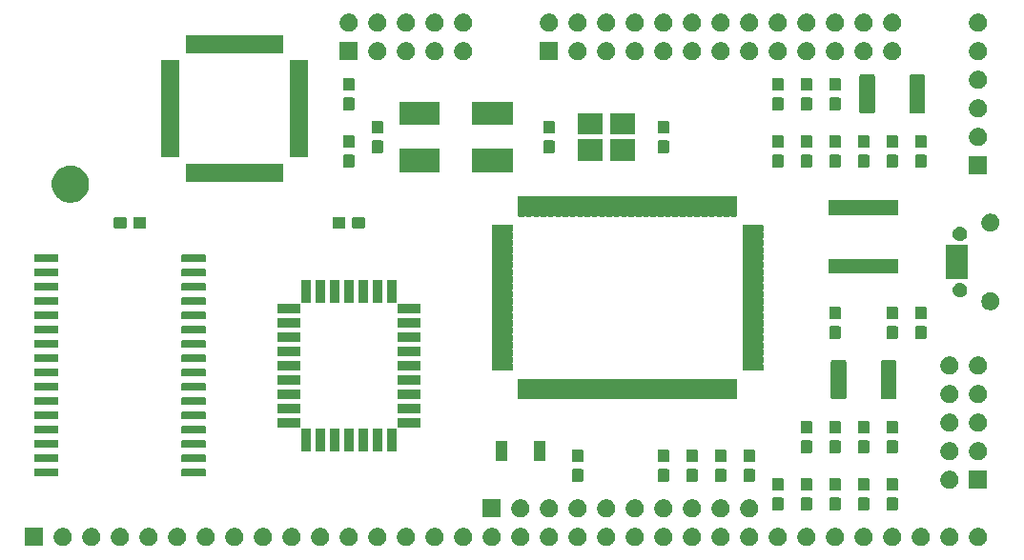
<source format=gbr>
G04 #@! TF.GenerationSoftware,KiCad,Pcbnew,(5.1.0)-1*
G04 #@! TF.CreationDate,2020-07-20T11:56:29-07:00*
G04 #@! TF.ProjectId,Tiny_Z80,54696e79-5f5a-4383-902e-6b696361645f,rev?*
G04 #@! TF.SameCoordinates,Original*
G04 #@! TF.FileFunction,Soldermask,Top*
G04 #@! TF.FilePolarity,Negative*
%FSLAX46Y46*%
G04 Gerber Fmt 4.6, Leading zero omitted, Abs format (unit mm)*
G04 Created by KiCad (PCBNEW (5.1.0)-1) date 2020-07-20 11:56:29*
%MOMM*%
%LPD*%
G04 APERTURE LIST*
%ADD10C,0.100000*%
G04 APERTURE END LIST*
D10*
G36*
X147557142Y-126218242D02*
G01*
X147705101Y-126279529D01*
X147838255Y-126368499D01*
X147951501Y-126481745D01*
X148040471Y-126614899D01*
X148101758Y-126762858D01*
X148133000Y-126919925D01*
X148133000Y-127080075D01*
X148101758Y-127237142D01*
X148040471Y-127385101D01*
X147951501Y-127518255D01*
X147838255Y-127631501D01*
X147705101Y-127720471D01*
X147557142Y-127781758D01*
X147400075Y-127813000D01*
X147239925Y-127813000D01*
X147082858Y-127781758D01*
X146934899Y-127720471D01*
X146801745Y-127631501D01*
X146688499Y-127518255D01*
X146599529Y-127385101D01*
X146538242Y-127237142D01*
X146507000Y-127080075D01*
X146507000Y-126919925D01*
X146538242Y-126762858D01*
X146599529Y-126614899D01*
X146688499Y-126481745D01*
X146801745Y-126368499D01*
X146934899Y-126279529D01*
X147082858Y-126218242D01*
X147239925Y-126187000D01*
X147400075Y-126187000D01*
X147557142Y-126218242D01*
X147557142Y-126218242D01*
G37*
G36*
X145017142Y-126218242D02*
G01*
X145165101Y-126279529D01*
X145298255Y-126368499D01*
X145411501Y-126481745D01*
X145500471Y-126614899D01*
X145561758Y-126762858D01*
X145593000Y-126919925D01*
X145593000Y-127080075D01*
X145561758Y-127237142D01*
X145500471Y-127385101D01*
X145411501Y-127518255D01*
X145298255Y-127631501D01*
X145165101Y-127720471D01*
X145017142Y-127781758D01*
X144860075Y-127813000D01*
X144699925Y-127813000D01*
X144542858Y-127781758D01*
X144394899Y-127720471D01*
X144261745Y-127631501D01*
X144148499Y-127518255D01*
X144059529Y-127385101D01*
X143998242Y-127237142D01*
X143967000Y-127080075D01*
X143967000Y-126919925D01*
X143998242Y-126762858D01*
X144059529Y-126614899D01*
X144148499Y-126481745D01*
X144261745Y-126368499D01*
X144394899Y-126279529D01*
X144542858Y-126218242D01*
X144699925Y-126187000D01*
X144860075Y-126187000D01*
X145017142Y-126218242D01*
X145017142Y-126218242D01*
G37*
G36*
X127813000Y-127813000D02*
G01*
X126187000Y-127813000D01*
X126187000Y-126187000D01*
X127813000Y-126187000D01*
X127813000Y-127813000D01*
X127813000Y-127813000D01*
G37*
G36*
X129777142Y-126218242D02*
G01*
X129925101Y-126279529D01*
X130058255Y-126368499D01*
X130171501Y-126481745D01*
X130260471Y-126614899D01*
X130321758Y-126762858D01*
X130353000Y-126919925D01*
X130353000Y-127080075D01*
X130321758Y-127237142D01*
X130260471Y-127385101D01*
X130171501Y-127518255D01*
X130058255Y-127631501D01*
X129925101Y-127720471D01*
X129777142Y-127781758D01*
X129620075Y-127813000D01*
X129459925Y-127813000D01*
X129302858Y-127781758D01*
X129154899Y-127720471D01*
X129021745Y-127631501D01*
X128908499Y-127518255D01*
X128819529Y-127385101D01*
X128758242Y-127237142D01*
X128727000Y-127080075D01*
X128727000Y-126919925D01*
X128758242Y-126762858D01*
X128819529Y-126614899D01*
X128908499Y-126481745D01*
X129021745Y-126368499D01*
X129154899Y-126279529D01*
X129302858Y-126218242D01*
X129459925Y-126187000D01*
X129620075Y-126187000D01*
X129777142Y-126218242D01*
X129777142Y-126218242D01*
G37*
G36*
X132317142Y-126218242D02*
G01*
X132465101Y-126279529D01*
X132598255Y-126368499D01*
X132711501Y-126481745D01*
X132800471Y-126614899D01*
X132861758Y-126762858D01*
X132893000Y-126919925D01*
X132893000Y-127080075D01*
X132861758Y-127237142D01*
X132800471Y-127385101D01*
X132711501Y-127518255D01*
X132598255Y-127631501D01*
X132465101Y-127720471D01*
X132317142Y-127781758D01*
X132160075Y-127813000D01*
X131999925Y-127813000D01*
X131842858Y-127781758D01*
X131694899Y-127720471D01*
X131561745Y-127631501D01*
X131448499Y-127518255D01*
X131359529Y-127385101D01*
X131298242Y-127237142D01*
X131267000Y-127080075D01*
X131267000Y-126919925D01*
X131298242Y-126762858D01*
X131359529Y-126614899D01*
X131448499Y-126481745D01*
X131561745Y-126368499D01*
X131694899Y-126279529D01*
X131842858Y-126218242D01*
X131999925Y-126187000D01*
X132160075Y-126187000D01*
X132317142Y-126218242D01*
X132317142Y-126218242D01*
G37*
G36*
X134857142Y-126218242D02*
G01*
X135005101Y-126279529D01*
X135138255Y-126368499D01*
X135251501Y-126481745D01*
X135340471Y-126614899D01*
X135401758Y-126762858D01*
X135433000Y-126919925D01*
X135433000Y-127080075D01*
X135401758Y-127237142D01*
X135340471Y-127385101D01*
X135251501Y-127518255D01*
X135138255Y-127631501D01*
X135005101Y-127720471D01*
X134857142Y-127781758D01*
X134700075Y-127813000D01*
X134539925Y-127813000D01*
X134382858Y-127781758D01*
X134234899Y-127720471D01*
X134101745Y-127631501D01*
X133988499Y-127518255D01*
X133899529Y-127385101D01*
X133838242Y-127237142D01*
X133807000Y-127080075D01*
X133807000Y-126919925D01*
X133838242Y-126762858D01*
X133899529Y-126614899D01*
X133988499Y-126481745D01*
X134101745Y-126368499D01*
X134234899Y-126279529D01*
X134382858Y-126218242D01*
X134539925Y-126187000D01*
X134700075Y-126187000D01*
X134857142Y-126218242D01*
X134857142Y-126218242D01*
G37*
G36*
X137397142Y-126218242D02*
G01*
X137545101Y-126279529D01*
X137678255Y-126368499D01*
X137791501Y-126481745D01*
X137880471Y-126614899D01*
X137941758Y-126762858D01*
X137973000Y-126919925D01*
X137973000Y-127080075D01*
X137941758Y-127237142D01*
X137880471Y-127385101D01*
X137791501Y-127518255D01*
X137678255Y-127631501D01*
X137545101Y-127720471D01*
X137397142Y-127781758D01*
X137240075Y-127813000D01*
X137079925Y-127813000D01*
X136922858Y-127781758D01*
X136774899Y-127720471D01*
X136641745Y-127631501D01*
X136528499Y-127518255D01*
X136439529Y-127385101D01*
X136378242Y-127237142D01*
X136347000Y-127080075D01*
X136347000Y-126919925D01*
X136378242Y-126762858D01*
X136439529Y-126614899D01*
X136528499Y-126481745D01*
X136641745Y-126368499D01*
X136774899Y-126279529D01*
X136922858Y-126218242D01*
X137079925Y-126187000D01*
X137240075Y-126187000D01*
X137397142Y-126218242D01*
X137397142Y-126218242D01*
G37*
G36*
X139937142Y-126218242D02*
G01*
X140085101Y-126279529D01*
X140218255Y-126368499D01*
X140331501Y-126481745D01*
X140420471Y-126614899D01*
X140481758Y-126762858D01*
X140513000Y-126919925D01*
X140513000Y-127080075D01*
X140481758Y-127237142D01*
X140420471Y-127385101D01*
X140331501Y-127518255D01*
X140218255Y-127631501D01*
X140085101Y-127720471D01*
X139937142Y-127781758D01*
X139780075Y-127813000D01*
X139619925Y-127813000D01*
X139462858Y-127781758D01*
X139314899Y-127720471D01*
X139181745Y-127631501D01*
X139068499Y-127518255D01*
X138979529Y-127385101D01*
X138918242Y-127237142D01*
X138887000Y-127080075D01*
X138887000Y-126919925D01*
X138918242Y-126762858D01*
X138979529Y-126614899D01*
X139068499Y-126481745D01*
X139181745Y-126368499D01*
X139314899Y-126279529D01*
X139462858Y-126218242D01*
X139619925Y-126187000D01*
X139780075Y-126187000D01*
X139937142Y-126218242D01*
X139937142Y-126218242D01*
G37*
G36*
X142477142Y-126218242D02*
G01*
X142625101Y-126279529D01*
X142758255Y-126368499D01*
X142871501Y-126481745D01*
X142960471Y-126614899D01*
X143021758Y-126762858D01*
X143053000Y-126919925D01*
X143053000Y-127080075D01*
X143021758Y-127237142D01*
X142960471Y-127385101D01*
X142871501Y-127518255D01*
X142758255Y-127631501D01*
X142625101Y-127720471D01*
X142477142Y-127781758D01*
X142320075Y-127813000D01*
X142159925Y-127813000D01*
X142002858Y-127781758D01*
X141854899Y-127720471D01*
X141721745Y-127631501D01*
X141608499Y-127518255D01*
X141519529Y-127385101D01*
X141458242Y-127237142D01*
X141427000Y-127080075D01*
X141427000Y-126919925D01*
X141458242Y-126762858D01*
X141519529Y-126614899D01*
X141608499Y-126481745D01*
X141721745Y-126368499D01*
X141854899Y-126279529D01*
X142002858Y-126218242D01*
X142159925Y-126187000D01*
X142320075Y-126187000D01*
X142477142Y-126218242D01*
X142477142Y-126218242D01*
G37*
G36*
X170417142Y-126218242D02*
G01*
X170565101Y-126279529D01*
X170698255Y-126368499D01*
X170811501Y-126481745D01*
X170900471Y-126614899D01*
X170961758Y-126762858D01*
X170993000Y-126919925D01*
X170993000Y-127080075D01*
X170961758Y-127237142D01*
X170900471Y-127385101D01*
X170811501Y-127518255D01*
X170698255Y-127631501D01*
X170565101Y-127720471D01*
X170417142Y-127781758D01*
X170260075Y-127813000D01*
X170099925Y-127813000D01*
X169942858Y-127781758D01*
X169794899Y-127720471D01*
X169661745Y-127631501D01*
X169548499Y-127518255D01*
X169459529Y-127385101D01*
X169398242Y-127237142D01*
X169367000Y-127080075D01*
X169367000Y-126919925D01*
X169398242Y-126762858D01*
X169459529Y-126614899D01*
X169548499Y-126481745D01*
X169661745Y-126368499D01*
X169794899Y-126279529D01*
X169942858Y-126218242D01*
X170099925Y-126187000D01*
X170260075Y-126187000D01*
X170417142Y-126218242D01*
X170417142Y-126218242D01*
G37*
G36*
X150097142Y-126218242D02*
G01*
X150245101Y-126279529D01*
X150378255Y-126368499D01*
X150491501Y-126481745D01*
X150580471Y-126614899D01*
X150641758Y-126762858D01*
X150673000Y-126919925D01*
X150673000Y-127080075D01*
X150641758Y-127237142D01*
X150580471Y-127385101D01*
X150491501Y-127518255D01*
X150378255Y-127631501D01*
X150245101Y-127720471D01*
X150097142Y-127781758D01*
X149940075Y-127813000D01*
X149779925Y-127813000D01*
X149622858Y-127781758D01*
X149474899Y-127720471D01*
X149341745Y-127631501D01*
X149228499Y-127518255D01*
X149139529Y-127385101D01*
X149078242Y-127237142D01*
X149047000Y-127080075D01*
X149047000Y-126919925D01*
X149078242Y-126762858D01*
X149139529Y-126614899D01*
X149228499Y-126481745D01*
X149341745Y-126368499D01*
X149474899Y-126279529D01*
X149622858Y-126218242D01*
X149779925Y-126187000D01*
X149940075Y-126187000D01*
X150097142Y-126218242D01*
X150097142Y-126218242D01*
G37*
G36*
X152637142Y-126218242D02*
G01*
X152785101Y-126279529D01*
X152918255Y-126368499D01*
X153031501Y-126481745D01*
X153120471Y-126614899D01*
X153181758Y-126762858D01*
X153213000Y-126919925D01*
X153213000Y-127080075D01*
X153181758Y-127237142D01*
X153120471Y-127385101D01*
X153031501Y-127518255D01*
X152918255Y-127631501D01*
X152785101Y-127720471D01*
X152637142Y-127781758D01*
X152480075Y-127813000D01*
X152319925Y-127813000D01*
X152162858Y-127781758D01*
X152014899Y-127720471D01*
X151881745Y-127631501D01*
X151768499Y-127518255D01*
X151679529Y-127385101D01*
X151618242Y-127237142D01*
X151587000Y-127080075D01*
X151587000Y-126919925D01*
X151618242Y-126762858D01*
X151679529Y-126614899D01*
X151768499Y-126481745D01*
X151881745Y-126368499D01*
X152014899Y-126279529D01*
X152162858Y-126218242D01*
X152319925Y-126187000D01*
X152480075Y-126187000D01*
X152637142Y-126218242D01*
X152637142Y-126218242D01*
G37*
G36*
X155177142Y-126218242D02*
G01*
X155325101Y-126279529D01*
X155458255Y-126368499D01*
X155571501Y-126481745D01*
X155660471Y-126614899D01*
X155721758Y-126762858D01*
X155753000Y-126919925D01*
X155753000Y-127080075D01*
X155721758Y-127237142D01*
X155660471Y-127385101D01*
X155571501Y-127518255D01*
X155458255Y-127631501D01*
X155325101Y-127720471D01*
X155177142Y-127781758D01*
X155020075Y-127813000D01*
X154859925Y-127813000D01*
X154702858Y-127781758D01*
X154554899Y-127720471D01*
X154421745Y-127631501D01*
X154308499Y-127518255D01*
X154219529Y-127385101D01*
X154158242Y-127237142D01*
X154127000Y-127080075D01*
X154127000Y-126919925D01*
X154158242Y-126762858D01*
X154219529Y-126614899D01*
X154308499Y-126481745D01*
X154421745Y-126368499D01*
X154554899Y-126279529D01*
X154702858Y-126218242D01*
X154859925Y-126187000D01*
X155020075Y-126187000D01*
X155177142Y-126218242D01*
X155177142Y-126218242D01*
G37*
G36*
X157717142Y-126218242D02*
G01*
X157865101Y-126279529D01*
X157998255Y-126368499D01*
X158111501Y-126481745D01*
X158200471Y-126614899D01*
X158261758Y-126762858D01*
X158293000Y-126919925D01*
X158293000Y-127080075D01*
X158261758Y-127237142D01*
X158200471Y-127385101D01*
X158111501Y-127518255D01*
X157998255Y-127631501D01*
X157865101Y-127720471D01*
X157717142Y-127781758D01*
X157560075Y-127813000D01*
X157399925Y-127813000D01*
X157242858Y-127781758D01*
X157094899Y-127720471D01*
X156961745Y-127631501D01*
X156848499Y-127518255D01*
X156759529Y-127385101D01*
X156698242Y-127237142D01*
X156667000Y-127080075D01*
X156667000Y-126919925D01*
X156698242Y-126762858D01*
X156759529Y-126614899D01*
X156848499Y-126481745D01*
X156961745Y-126368499D01*
X157094899Y-126279529D01*
X157242858Y-126218242D01*
X157399925Y-126187000D01*
X157560075Y-126187000D01*
X157717142Y-126218242D01*
X157717142Y-126218242D01*
G37*
G36*
X160257142Y-126218242D02*
G01*
X160405101Y-126279529D01*
X160538255Y-126368499D01*
X160651501Y-126481745D01*
X160740471Y-126614899D01*
X160801758Y-126762858D01*
X160833000Y-126919925D01*
X160833000Y-127080075D01*
X160801758Y-127237142D01*
X160740471Y-127385101D01*
X160651501Y-127518255D01*
X160538255Y-127631501D01*
X160405101Y-127720471D01*
X160257142Y-127781758D01*
X160100075Y-127813000D01*
X159939925Y-127813000D01*
X159782858Y-127781758D01*
X159634899Y-127720471D01*
X159501745Y-127631501D01*
X159388499Y-127518255D01*
X159299529Y-127385101D01*
X159238242Y-127237142D01*
X159207000Y-127080075D01*
X159207000Y-126919925D01*
X159238242Y-126762858D01*
X159299529Y-126614899D01*
X159388499Y-126481745D01*
X159501745Y-126368499D01*
X159634899Y-126279529D01*
X159782858Y-126218242D01*
X159939925Y-126187000D01*
X160100075Y-126187000D01*
X160257142Y-126218242D01*
X160257142Y-126218242D01*
G37*
G36*
X162797142Y-126218242D02*
G01*
X162945101Y-126279529D01*
X163078255Y-126368499D01*
X163191501Y-126481745D01*
X163280471Y-126614899D01*
X163341758Y-126762858D01*
X163373000Y-126919925D01*
X163373000Y-127080075D01*
X163341758Y-127237142D01*
X163280471Y-127385101D01*
X163191501Y-127518255D01*
X163078255Y-127631501D01*
X162945101Y-127720471D01*
X162797142Y-127781758D01*
X162640075Y-127813000D01*
X162479925Y-127813000D01*
X162322858Y-127781758D01*
X162174899Y-127720471D01*
X162041745Y-127631501D01*
X161928499Y-127518255D01*
X161839529Y-127385101D01*
X161778242Y-127237142D01*
X161747000Y-127080075D01*
X161747000Y-126919925D01*
X161778242Y-126762858D01*
X161839529Y-126614899D01*
X161928499Y-126481745D01*
X162041745Y-126368499D01*
X162174899Y-126279529D01*
X162322858Y-126218242D01*
X162479925Y-126187000D01*
X162640075Y-126187000D01*
X162797142Y-126218242D01*
X162797142Y-126218242D01*
G37*
G36*
X165337142Y-126218242D02*
G01*
X165485101Y-126279529D01*
X165618255Y-126368499D01*
X165731501Y-126481745D01*
X165820471Y-126614899D01*
X165881758Y-126762858D01*
X165913000Y-126919925D01*
X165913000Y-127080075D01*
X165881758Y-127237142D01*
X165820471Y-127385101D01*
X165731501Y-127518255D01*
X165618255Y-127631501D01*
X165485101Y-127720471D01*
X165337142Y-127781758D01*
X165180075Y-127813000D01*
X165019925Y-127813000D01*
X164862858Y-127781758D01*
X164714899Y-127720471D01*
X164581745Y-127631501D01*
X164468499Y-127518255D01*
X164379529Y-127385101D01*
X164318242Y-127237142D01*
X164287000Y-127080075D01*
X164287000Y-126919925D01*
X164318242Y-126762858D01*
X164379529Y-126614899D01*
X164468499Y-126481745D01*
X164581745Y-126368499D01*
X164714899Y-126279529D01*
X164862858Y-126218242D01*
X165019925Y-126187000D01*
X165180075Y-126187000D01*
X165337142Y-126218242D01*
X165337142Y-126218242D01*
G37*
G36*
X190737142Y-126218242D02*
G01*
X190885101Y-126279529D01*
X191018255Y-126368499D01*
X191131501Y-126481745D01*
X191220471Y-126614899D01*
X191281758Y-126762858D01*
X191313000Y-126919925D01*
X191313000Y-127080075D01*
X191281758Y-127237142D01*
X191220471Y-127385101D01*
X191131501Y-127518255D01*
X191018255Y-127631501D01*
X190885101Y-127720471D01*
X190737142Y-127781758D01*
X190580075Y-127813000D01*
X190419925Y-127813000D01*
X190262858Y-127781758D01*
X190114899Y-127720471D01*
X189981745Y-127631501D01*
X189868499Y-127518255D01*
X189779529Y-127385101D01*
X189718242Y-127237142D01*
X189687000Y-127080075D01*
X189687000Y-126919925D01*
X189718242Y-126762858D01*
X189779529Y-126614899D01*
X189868499Y-126481745D01*
X189981745Y-126368499D01*
X190114899Y-126279529D01*
X190262858Y-126218242D01*
X190419925Y-126187000D01*
X190580075Y-126187000D01*
X190737142Y-126218242D01*
X190737142Y-126218242D01*
G37*
G36*
X208517142Y-126218242D02*
G01*
X208665101Y-126279529D01*
X208798255Y-126368499D01*
X208911501Y-126481745D01*
X209000471Y-126614899D01*
X209061758Y-126762858D01*
X209093000Y-126919925D01*
X209093000Y-127080075D01*
X209061758Y-127237142D01*
X209000471Y-127385101D01*
X208911501Y-127518255D01*
X208798255Y-127631501D01*
X208665101Y-127720471D01*
X208517142Y-127781758D01*
X208360075Y-127813000D01*
X208199925Y-127813000D01*
X208042858Y-127781758D01*
X207894899Y-127720471D01*
X207761745Y-127631501D01*
X207648499Y-127518255D01*
X207559529Y-127385101D01*
X207498242Y-127237142D01*
X207467000Y-127080075D01*
X207467000Y-126919925D01*
X207498242Y-126762858D01*
X207559529Y-126614899D01*
X207648499Y-126481745D01*
X207761745Y-126368499D01*
X207894899Y-126279529D01*
X208042858Y-126218242D01*
X208199925Y-126187000D01*
X208360075Y-126187000D01*
X208517142Y-126218242D01*
X208517142Y-126218242D01*
G37*
G36*
X211057142Y-126218242D02*
G01*
X211205101Y-126279529D01*
X211338255Y-126368499D01*
X211451501Y-126481745D01*
X211540471Y-126614899D01*
X211601758Y-126762858D01*
X211633000Y-126919925D01*
X211633000Y-127080075D01*
X211601758Y-127237142D01*
X211540471Y-127385101D01*
X211451501Y-127518255D01*
X211338255Y-127631501D01*
X211205101Y-127720471D01*
X211057142Y-127781758D01*
X210900075Y-127813000D01*
X210739925Y-127813000D01*
X210582858Y-127781758D01*
X210434899Y-127720471D01*
X210301745Y-127631501D01*
X210188499Y-127518255D01*
X210099529Y-127385101D01*
X210038242Y-127237142D01*
X210007000Y-127080075D01*
X210007000Y-126919925D01*
X210038242Y-126762858D01*
X210099529Y-126614899D01*
X210188499Y-126481745D01*
X210301745Y-126368499D01*
X210434899Y-126279529D01*
X210582858Y-126218242D01*
X210739925Y-126187000D01*
X210900075Y-126187000D01*
X211057142Y-126218242D01*
X211057142Y-126218242D01*
G37*
G36*
X172957142Y-126218242D02*
G01*
X173105101Y-126279529D01*
X173238255Y-126368499D01*
X173351501Y-126481745D01*
X173440471Y-126614899D01*
X173501758Y-126762858D01*
X173533000Y-126919925D01*
X173533000Y-127080075D01*
X173501758Y-127237142D01*
X173440471Y-127385101D01*
X173351501Y-127518255D01*
X173238255Y-127631501D01*
X173105101Y-127720471D01*
X172957142Y-127781758D01*
X172800075Y-127813000D01*
X172639925Y-127813000D01*
X172482858Y-127781758D01*
X172334899Y-127720471D01*
X172201745Y-127631501D01*
X172088499Y-127518255D01*
X171999529Y-127385101D01*
X171938242Y-127237142D01*
X171907000Y-127080075D01*
X171907000Y-126919925D01*
X171938242Y-126762858D01*
X171999529Y-126614899D01*
X172088499Y-126481745D01*
X172201745Y-126368499D01*
X172334899Y-126279529D01*
X172482858Y-126218242D01*
X172639925Y-126187000D01*
X172800075Y-126187000D01*
X172957142Y-126218242D01*
X172957142Y-126218242D01*
G37*
G36*
X175497142Y-126218242D02*
G01*
X175645101Y-126279529D01*
X175778255Y-126368499D01*
X175891501Y-126481745D01*
X175980471Y-126614899D01*
X176041758Y-126762858D01*
X176073000Y-126919925D01*
X176073000Y-127080075D01*
X176041758Y-127237142D01*
X175980471Y-127385101D01*
X175891501Y-127518255D01*
X175778255Y-127631501D01*
X175645101Y-127720471D01*
X175497142Y-127781758D01*
X175340075Y-127813000D01*
X175179925Y-127813000D01*
X175022858Y-127781758D01*
X174874899Y-127720471D01*
X174741745Y-127631501D01*
X174628499Y-127518255D01*
X174539529Y-127385101D01*
X174478242Y-127237142D01*
X174447000Y-127080075D01*
X174447000Y-126919925D01*
X174478242Y-126762858D01*
X174539529Y-126614899D01*
X174628499Y-126481745D01*
X174741745Y-126368499D01*
X174874899Y-126279529D01*
X175022858Y-126218242D01*
X175179925Y-126187000D01*
X175340075Y-126187000D01*
X175497142Y-126218242D01*
X175497142Y-126218242D01*
G37*
G36*
X178037142Y-126218242D02*
G01*
X178185101Y-126279529D01*
X178318255Y-126368499D01*
X178431501Y-126481745D01*
X178520471Y-126614899D01*
X178581758Y-126762858D01*
X178613000Y-126919925D01*
X178613000Y-127080075D01*
X178581758Y-127237142D01*
X178520471Y-127385101D01*
X178431501Y-127518255D01*
X178318255Y-127631501D01*
X178185101Y-127720471D01*
X178037142Y-127781758D01*
X177880075Y-127813000D01*
X177719925Y-127813000D01*
X177562858Y-127781758D01*
X177414899Y-127720471D01*
X177281745Y-127631501D01*
X177168499Y-127518255D01*
X177079529Y-127385101D01*
X177018242Y-127237142D01*
X176987000Y-127080075D01*
X176987000Y-126919925D01*
X177018242Y-126762858D01*
X177079529Y-126614899D01*
X177168499Y-126481745D01*
X177281745Y-126368499D01*
X177414899Y-126279529D01*
X177562858Y-126218242D01*
X177719925Y-126187000D01*
X177880075Y-126187000D01*
X178037142Y-126218242D01*
X178037142Y-126218242D01*
G37*
G36*
X180577142Y-126218242D02*
G01*
X180725101Y-126279529D01*
X180858255Y-126368499D01*
X180971501Y-126481745D01*
X181060471Y-126614899D01*
X181121758Y-126762858D01*
X181153000Y-126919925D01*
X181153000Y-127080075D01*
X181121758Y-127237142D01*
X181060471Y-127385101D01*
X180971501Y-127518255D01*
X180858255Y-127631501D01*
X180725101Y-127720471D01*
X180577142Y-127781758D01*
X180420075Y-127813000D01*
X180259925Y-127813000D01*
X180102858Y-127781758D01*
X179954899Y-127720471D01*
X179821745Y-127631501D01*
X179708499Y-127518255D01*
X179619529Y-127385101D01*
X179558242Y-127237142D01*
X179527000Y-127080075D01*
X179527000Y-126919925D01*
X179558242Y-126762858D01*
X179619529Y-126614899D01*
X179708499Y-126481745D01*
X179821745Y-126368499D01*
X179954899Y-126279529D01*
X180102858Y-126218242D01*
X180259925Y-126187000D01*
X180420075Y-126187000D01*
X180577142Y-126218242D01*
X180577142Y-126218242D01*
G37*
G36*
X183117142Y-126218242D02*
G01*
X183265101Y-126279529D01*
X183398255Y-126368499D01*
X183511501Y-126481745D01*
X183600471Y-126614899D01*
X183661758Y-126762858D01*
X183693000Y-126919925D01*
X183693000Y-127080075D01*
X183661758Y-127237142D01*
X183600471Y-127385101D01*
X183511501Y-127518255D01*
X183398255Y-127631501D01*
X183265101Y-127720471D01*
X183117142Y-127781758D01*
X182960075Y-127813000D01*
X182799925Y-127813000D01*
X182642858Y-127781758D01*
X182494899Y-127720471D01*
X182361745Y-127631501D01*
X182248499Y-127518255D01*
X182159529Y-127385101D01*
X182098242Y-127237142D01*
X182067000Y-127080075D01*
X182067000Y-126919925D01*
X182098242Y-126762858D01*
X182159529Y-126614899D01*
X182248499Y-126481745D01*
X182361745Y-126368499D01*
X182494899Y-126279529D01*
X182642858Y-126218242D01*
X182799925Y-126187000D01*
X182960075Y-126187000D01*
X183117142Y-126218242D01*
X183117142Y-126218242D01*
G37*
G36*
X185657142Y-126218242D02*
G01*
X185805101Y-126279529D01*
X185938255Y-126368499D01*
X186051501Y-126481745D01*
X186140471Y-126614899D01*
X186201758Y-126762858D01*
X186233000Y-126919925D01*
X186233000Y-127080075D01*
X186201758Y-127237142D01*
X186140471Y-127385101D01*
X186051501Y-127518255D01*
X185938255Y-127631501D01*
X185805101Y-127720471D01*
X185657142Y-127781758D01*
X185500075Y-127813000D01*
X185339925Y-127813000D01*
X185182858Y-127781758D01*
X185034899Y-127720471D01*
X184901745Y-127631501D01*
X184788499Y-127518255D01*
X184699529Y-127385101D01*
X184638242Y-127237142D01*
X184607000Y-127080075D01*
X184607000Y-126919925D01*
X184638242Y-126762858D01*
X184699529Y-126614899D01*
X184788499Y-126481745D01*
X184901745Y-126368499D01*
X185034899Y-126279529D01*
X185182858Y-126218242D01*
X185339925Y-126187000D01*
X185500075Y-126187000D01*
X185657142Y-126218242D01*
X185657142Y-126218242D01*
G37*
G36*
X188197142Y-126218242D02*
G01*
X188345101Y-126279529D01*
X188478255Y-126368499D01*
X188591501Y-126481745D01*
X188680471Y-126614899D01*
X188741758Y-126762858D01*
X188773000Y-126919925D01*
X188773000Y-127080075D01*
X188741758Y-127237142D01*
X188680471Y-127385101D01*
X188591501Y-127518255D01*
X188478255Y-127631501D01*
X188345101Y-127720471D01*
X188197142Y-127781758D01*
X188040075Y-127813000D01*
X187879925Y-127813000D01*
X187722858Y-127781758D01*
X187574899Y-127720471D01*
X187441745Y-127631501D01*
X187328499Y-127518255D01*
X187239529Y-127385101D01*
X187178242Y-127237142D01*
X187147000Y-127080075D01*
X187147000Y-126919925D01*
X187178242Y-126762858D01*
X187239529Y-126614899D01*
X187328499Y-126481745D01*
X187441745Y-126368499D01*
X187574899Y-126279529D01*
X187722858Y-126218242D01*
X187879925Y-126187000D01*
X188040075Y-126187000D01*
X188197142Y-126218242D01*
X188197142Y-126218242D01*
G37*
G36*
X193277142Y-126218242D02*
G01*
X193425101Y-126279529D01*
X193558255Y-126368499D01*
X193671501Y-126481745D01*
X193760471Y-126614899D01*
X193821758Y-126762858D01*
X193853000Y-126919925D01*
X193853000Y-127080075D01*
X193821758Y-127237142D01*
X193760471Y-127385101D01*
X193671501Y-127518255D01*
X193558255Y-127631501D01*
X193425101Y-127720471D01*
X193277142Y-127781758D01*
X193120075Y-127813000D01*
X192959925Y-127813000D01*
X192802858Y-127781758D01*
X192654899Y-127720471D01*
X192521745Y-127631501D01*
X192408499Y-127518255D01*
X192319529Y-127385101D01*
X192258242Y-127237142D01*
X192227000Y-127080075D01*
X192227000Y-126919925D01*
X192258242Y-126762858D01*
X192319529Y-126614899D01*
X192408499Y-126481745D01*
X192521745Y-126368499D01*
X192654899Y-126279529D01*
X192802858Y-126218242D01*
X192959925Y-126187000D01*
X193120075Y-126187000D01*
X193277142Y-126218242D01*
X193277142Y-126218242D01*
G37*
G36*
X167877142Y-126218242D02*
G01*
X168025101Y-126279529D01*
X168158255Y-126368499D01*
X168271501Y-126481745D01*
X168360471Y-126614899D01*
X168421758Y-126762858D01*
X168453000Y-126919925D01*
X168453000Y-127080075D01*
X168421758Y-127237142D01*
X168360471Y-127385101D01*
X168271501Y-127518255D01*
X168158255Y-127631501D01*
X168025101Y-127720471D01*
X167877142Y-127781758D01*
X167720075Y-127813000D01*
X167559925Y-127813000D01*
X167402858Y-127781758D01*
X167254899Y-127720471D01*
X167121745Y-127631501D01*
X167008499Y-127518255D01*
X166919529Y-127385101D01*
X166858242Y-127237142D01*
X166827000Y-127080075D01*
X166827000Y-126919925D01*
X166858242Y-126762858D01*
X166919529Y-126614899D01*
X167008499Y-126481745D01*
X167121745Y-126368499D01*
X167254899Y-126279529D01*
X167402858Y-126218242D01*
X167559925Y-126187000D01*
X167720075Y-126187000D01*
X167877142Y-126218242D01*
X167877142Y-126218242D01*
G37*
G36*
X205977142Y-126218242D02*
G01*
X206125101Y-126279529D01*
X206258255Y-126368499D01*
X206371501Y-126481745D01*
X206460471Y-126614899D01*
X206521758Y-126762858D01*
X206553000Y-126919925D01*
X206553000Y-127080075D01*
X206521758Y-127237142D01*
X206460471Y-127385101D01*
X206371501Y-127518255D01*
X206258255Y-127631501D01*
X206125101Y-127720471D01*
X205977142Y-127781758D01*
X205820075Y-127813000D01*
X205659925Y-127813000D01*
X205502858Y-127781758D01*
X205354899Y-127720471D01*
X205221745Y-127631501D01*
X205108499Y-127518255D01*
X205019529Y-127385101D01*
X204958242Y-127237142D01*
X204927000Y-127080075D01*
X204927000Y-126919925D01*
X204958242Y-126762858D01*
X205019529Y-126614899D01*
X205108499Y-126481745D01*
X205221745Y-126368499D01*
X205354899Y-126279529D01*
X205502858Y-126218242D01*
X205659925Y-126187000D01*
X205820075Y-126187000D01*
X205977142Y-126218242D01*
X205977142Y-126218242D01*
G37*
G36*
X203437142Y-126218242D02*
G01*
X203585101Y-126279529D01*
X203718255Y-126368499D01*
X203831501Y-126481745D01*
X203920471Y-126614899D01*
X203981758Y-126762858D01*
X204013000Y-126919925D01*
X204013000Y-127080075D01*
X203981758Y-127237142D01*
X203920471Y-127385101D01*
X203831501Y-127518255D01*
X203718255Y-127631501D01*
X203585101Y-127720471D01*
X203437142Y-127781758D01*
X203280075Y-127813000D01*
X203119925Y-127813000D01*
X202962858Y-127781758D01*
X202814899Y-127720471D01*
X202681745Y-127631501D01*
X202568499Y-127518255D01*
X202479529Y-127385101D01*
X202418242Y-127237142D01*
X202387000Y-127080075D01*
X202387000Y-126919925D01*
X202418242Y-126762858D01*
X202479529Y-126614899D01*
X202568499Y-126481745D01*
X202681745Y-126368499D01*
X202814899Y-126279529D01*
X202962858Y-126218242D01*
X203119925Y-126187000D01*
X203280075Y-126187000D01*
X203437142Y-126218242D01*
X203437142Y-126218242D01*
G37*
G36*
X198357142Y-126218242D02*
G01*
X198505101Y-126279529D01*
X198638255Y-126368499D01*
X198751501Y-126481745D01*
X198840471Y-126614899D01*
X198901758Y-126762858D01*
X198933000Y-126919925D01*
X198933000Y-127080075D01*
X198901758Y-127237142D01*
X198840471Y-127385101D01*
X198751501Y-127518255D01*
X198638255Y-127631501D01*
X198505101Y-127720471D01*
X198357142Y-127781758D01*
X198200075Y-127813000D01*
X198039925Y-127813000D01*
X197882858Y-127781758D01*
X197734899Y-127720471D01*
X197601745Y-127631501D01*
X197488499Y-127518255D01*
X197399529Y-127385101D01*
X197338242Y-127237142D01*
X197307000Y-127080075D01*
X197307000Y-126919925D01*
X197338242Y-126762858D01*
X197399529Y-126614899D01*
X197488499Y-126481745D01*
X197601745Y-126368499D01*
X197734899Y-126279529D01*
X197882858Y-126218242D01*
X198039925Y-126187000D01*
X198200075Y-126187000D01*
X198357142Y-126218242D01*
X198357142Y-126218242D01*
G37*
G36*
X195817142Y-126218242D02*
G01*
X195965101Y-126279529D01*
X196098255Y-126368499D01*
X196211501Y-126481745D01*
X196300471Y-126614899D01*
X196361758Y-126762858D01*
X196393000Y-126919925D01*
X196393000Y-127080075D01*
X196361758Y-127237142D01*
X196300471Y-127385101D01*
X196211501Y-127518255D01*
X196098255Y-127631501D01*
X195965101Y-127720471D01*
X195817142Y-127781758D01*
X195660075Y-127813000D01*
X195499925Y-127813000D01*
X195342858Y-127781758D01*
X195194899Y-127720471D01*
X195061745Y-127631501D01*
X194948499Y-127518255D01*
X194859529Y-127385101D01*
X194798242Y-127237142D01*
X194767000Y-127080075D01*
X194767000Y-126919925D01*
X194798242Y-126762858D01*
X194859529Y-126614899D01*
X194948499Y-126481745D01*
X195061745Y-126368499D01*
X195194899Y-126279529D01*
X195342858Y-126218242D01*
X195499925Y-126187000D01*
X195660075Y-126187000D01*
X195817142Y-126218242D01*
X195817142Y-126218242D01*
G37*
G36*
X200897142Y-126218242D02*
G01*
X201045101Y-126279529D01*
X201178255Y-126368499D01*
X201291501Y-126481745D01*
X201380471Y-126614899D01*
X201441758Y-126762858D01*
X201473000Y-126919925D01*
X201473000Y-127080075D01*
X201441758Y-127237142D01*
X201380471Y-127385101D01*
X201291501Y-127518255D01*
X201178255Y-127631501D01*
X201045101Y-127720471D01*
X200897142Y-127781758D01*
X200740075Y-127813000D01*
X200579925Y-127813000D01*
X200422858Y-127781758D01*
X200274899Y-127720471D01*
X200141745Y-127631501D01*
X200028499Y-127518255D01*
X199939529Y-127385101D01*
X199878242Y-127237142D01*
X199847000Y-127080075D01*
X199847000Y-126919925D01*
X199878242Y-126762858D01*
X199939529Y-126614899D01*
X200028499Y-126481745D01*
X200141745Y-126368499D01*
X200274899Y-126279529D01*
X200422858Y-126218242D01*
X200579925Y-126187000D01*
X200740075Y-126187000D01*
X200897142Y-126218242D01*
X200897142Y-126218242D01*
G37*
G36*
X168453000Y-125273000D02*
G01*
X166827000Y-125273000D01*
X166827000Y-123647000D01*
X168453000Y-123647000D01*
X168453000Y-125273000D01*
X168453000Y-125273000D01*
G37*
G36*
X175497142Y-123678242D02*
G01*
X175645101Y-123739529D01*
X175778255Y-123828499D01*
X175891501Y-123941745D01*
X175980471Y-124074899D01*
X176041758Y-124222858D01*
X176073000Y-124379925D01*
X176073000Y-124540075D01*
X176041758Y-124697142D01*
X175980471Y-124845101D01*
X175891501Y-124978255D01*
X175778255Y-125091501D01*
X175645101Y-125180471D01*
X175497142Y-125241758D01*
X175340075Y-125273000D01*
X175179925Y-125273000D01*
X175022858Y-125241758D01*
X174874899Y-125180471D01*
X174741745Y-125091501D01*
X174628499Y-124978255D01*
X174539529Y-124845101D01*
X174478242Y-124697142D01*
X174447000Y-124540075D01*
X174447000Y-124379925D01*
X174478242Y-124222858D01*
X174539529Y-124074899D01*
X174628499Y-123941745D01*
X174741745Y-123828499D01*
X174874899Y-123739529D01*
X175022858Y-123678242D01*
X175179925Y-123647000D01*
X175340075Y-123647000D01*
X175497142Y-123678242D01*
X175497142Y-123678242D01*
G37*
G36*
X170417142Y-123678242D02*
G01*
X170565101Y-123739529D01*
X170698255Y-123828499D01*
X170811501Y-123941745D01*
X170900471Y-124074899D01*
X170961758Y-124222858D01*
X170993000Y-124379925D01*
X170993000Y-124540075D01*
X170961758Y-124697142D01*
X170900471Y-124845101D01*
X170811501Y-124978255D01*
X170698255Y-125091501D01*
X170565101Y-125180471D01*
X170417142Y-125241758D01*
X170260075Y-125273000D01*
X170099925Y-125273000D01*
X169942858Y-125241758D01*
X169794899Y-125180471D01*
X169661745Y-125091501D01*
X169548499Y-124978255D01*
X169459529Y-124845101D01*
X169398242Y-124697142D01*
X169367000Y-124540075D01*
X169367000Y-124379925D01*
X169398242Y-124222858D01*
X169459529Y-124074899D01*
X169548499Y-123941745D01*
X169661745Y-123828499D01*
X169794899Y-123739529D01*
X169942858Y-123678242D01*
X170099925Y-123647000D01*
X170260075Y-123647000D01*
X170417142Y-123678242D01*
X170417142Y-123678242D01*
G37*
G36*
X172957142Y-123678242D02*
G01*
X173105101Y-123739529D01*
X173238255Y-123828499D01*
X173351501Y-123941745D01*
X173440471Y-124074899D01*
X173501758Y-124222858D01*
X173533000Y-124379925D01*
X173533000Y-124540075D01*
X173501758Y-124697142D01*
X173440471Y-124845101D01*
X173351501Y-124978255D01*
X173238255Y-125091501D01*
X173105101Y-125180471D01*
X172957142Y-125241758D01*
X172800075Y-125273000D01*
X172639925Y-125273000D01*
X172482858Y-125241758D01*
X172334899Y-125180471D01*
X172201745Y-125091501D01*
X172088499Y-124978255D01*
X171999529Y-124845101D01*
X171938242Y-124697142D01*
X171907000Y-124540075D01*
X171907000Y-124379925D01*
X171938242Y-124222858D01*
X171999529Y-124074899D01*
X172088499Y-123941745D01*
X172201745Y-123828499D01*
X172334899Y-123739529D01*
X172482858Y-123678242D01*
X172639925Y-123647000D01*
X172800075Y-123647000D01*
X172957142Y-123678242D01*
X172957142Y-123678242D01*
G37*
G36*
X190737142Y-123678242D02*
G01*
X190885101Y-123739529D01*
X191018255Y-123828499D01*
X191131501Y-123941745D01*
X191220471Y-124074899D01*
X191281758Y-124222858D01*
X191313000Y-124379925D01*
X191313000Y-124540075D01*
X191281758Y-124697142D01*
X191220471Y-124845101D01*
X191131501Y-124978255D01*
X191018255Y-125091501D01*
X190885101Y-125180471D01*
X190737142Y-125241758D01*
X190580075Y-125273000D01*
X190419925Y-125273000D01*
X190262858Y-125241758D01*
X190114899Y-125180471D01*
X189981745Y-125091501D01*
X189868499Y-124978255D01*
X189779529Y-124845101D01*
X189718242Y-124697142D01*
X189687000Y-124540075D01*
X189687000Y-124379925D01*
X189718242Y-124222858D01*
X189779529Y-124074899D01*
X189868499Y-123941745D01*
X189981745Y-123828499D01*
X190114899Y-123739529D01*
X190262858Y-123678242D01*
X190419925Y-123647000D01*
X190580075Y-123647000D01*
X190737142Y-123678242D01*
X190737142Y-123678242D01*
G37*
G36*
X188197142Y-123678242D02*
G01*
X188345101Y-123739529D01*
X188478255Y-123828499D01*
X188591501Y-123941745D01*
X188680471Y-124074899D01*
X188741758Y-124222858D01*
X188773000Y-124379925D01*
X188773000Y-124540075D01*
X188741758Y-124697142D01*
X188680471Y-124845101D01*
X188591501Y-124978255D01*
X188478255Y-125091501D01*
X188345101Y-125180471D01*
X188197142Y-125241758D01*
X188040075Y-125273000D01*
X187879925Y-125273000D01*
X187722858Y-125241758D01*
X187574899Y-125180471D01*
X187441745Y-125091501D01*
X187328499Y-124978255D01*
X187239529Y-124845101D01*
X187178242Y-124697142D01*
X187147000Y-124540075D01*
X187147000Y-124379925D01*
X187178242Y-124222858D01*
X187239529Y-124074899D01*
X187328499Y-123941745D01*
X187441745Y-123828499D01*
X187574899Y-123739529D01*
X187722858Y-123678242D01*
X187879925Y-123647000D01*
X188040075Y-123647000D01*
X188197142Y-123678242D01*
X188197142Y-123678242D01*
G37*
G36*
X185657142Y-123678242D02*
G01*
X185805101Y-123739529D01*
X185938255Y-123828499D01*
X186051501Y-123941745D01*
X186140471Y-124074899D01*
X186201758Y-124222858D01*
X186233000Y-124379925D01*
X186233000Y-124540075D01*
X186201758Y-124697142D01*
X186140471Y-124845101D01*
X186051501Y-124978255D01*
X185938255Y-125091501D01*
X185805101Y-125180471D01*
X185657142Y-125241758D01*
X185500075Y-125273000D01*
X185339925Y-125273000D01*
X185182858Y-125241758D01*
X185034899Y-125180471D01*
X184901745Y-125091501D01*
X184788499Y-124978255D01*
X184699529Y-124845101D01*
X184638242Y-124697142D01*
X184607000Y-124540075D01*
X184607000Y-124379925D01*
X184638242Y-124222858D01*
X184699529Y-124074899D01*
X184788499Y-123941745D01*
X184901745Y-123828499D01*
X185034899Y-123739529D01*
X185182858Y-123678242D01*
X185339925Y-123647000D01*
X185500075Y-123647000D01*
X185657142Y-123678242D01*
X185657142Y-123678242D01*
G37*
G36*
X183117142Y-123678242D02*
G01*
X183265101Y-123739529D01*
X183398255Y-123828499D01*
X183511501Y-123941745D01*
X183600471Y-124074899D01*
X183661758Y-124222858D01*
X183693000Y-124379925D01*
X183693000Y-124540075D01*
X183661758Y-124697142D01*
X183600471Y-124845101D01*
X183511501Y-124978255D01*
X183398255Y-125091501D01*
X183265101Y-125180471D01*
X183117142Y-125241758D01*
X182960075Y-125273000D01*
X182799925Y-125273000D01*
X182642858Y-125241758D01*
X182494899Y-125180471D01*
X182361745Y-125091501D01*
X182248499Y-124978255D01*
X182159529Y-124845101D01*
X182098242Y-124697142D01*
X182067000Y-124540075D01*
X182067000Y-124379925D01*
X182098242Y-124222858D01*
X182159529Y-124074899D01*
X182248499Y-123941745D01*
X182361745Y-123828499D01*
X182494899Y-123739529D01*
X182642858Y-123678242D01*
X182799925Y-123647000D01*
X182960075Y-123647000D01*
X183117142Y-123678242D01*
X183117142Y-123678242D01*
G37*
G36*
X180577142Y-123678242D02*
G01*
X180725101Y-123739529D01*
X180858255Y-123828499D01*
X180971501Y-123941745D01*
X181060471Y-124074899D01*
X181121758Y-124222858D01*
X181153000Y-124379925D01*
X181153000Y-124540075D01*
X181121758Y-124697142D01*
X181060471Y-124845101D01*
X180971501Y-124978255D01*
X180858255Y-125091501D01*
X180725101Y-125180471D01*
X180577142Y-125241758D01*
X180420075Y-125273000D01*
X180259925Y-125273000D01*
X180102858Y-125241758D01*
X179954899Y-125180471D01*
X179821745Y-125091501D01*
X179708499Y-124978255D01*
X179619529Y-124845101D01*
X179558242Y-124697142D01*
X179527000Y-124540075D01*
X179527000Y-124379925D01*
X179558242Y-124222858D01*
X179619529Y-124074899D01*
X179708499Y-123941745D01*
X179821745Y-123828499D01*
X179954899Y-123739529D01*
X180102858Y-123678242D01*
X180259925Y-123647000D01*
X180420075Y-123647000D01*
X180577142Y-123678242D01*
X180577142Y-123678242D01*
G37*
G36*
X178037142Y-123678242D02*
G01*
X178185101Y-123739529D01*
X178318255Y-123828499D01*
X178431501Y-123941745D01*
X178520471Y-124074899D01*
X178581758Y-124222858D01*
X178613000Y-124379925D01*
X178613000Y-124540075D01*
X178581758Y-124697142D01*
X178520471Y-124845101D01*
X178431501Y-124978255D01*
X178318255Y-125091501D01*
X178185101Y-125180471D01*
X178037142Y-125241758D01*
X177880075Y-125273000D01*
X177719925Y-125273000D01*
X177562858Y-125241758D01*
X177414899Y-125180471D01*
X177281745Y-125091501D01*
X177168499Y-124978255D01*
X177079529Y-124845101D01*
X177018242Y-124697142D01*
X176987000Y-124540075D01*
X176987000Y-124379925D01*
X177018242Y-124222858D01*
X177079529Y-124074899D01*
X177168499Y-123941745D01*
X177281745Y-123828499D01*
X177414899Y-123739529D01*
X177562858Y-123678242D01*
X177719925Y-123647000D01*
X177880075Y-123647000D01*
X178037142Y-123678242D01*
X178037142Y-123678242D01*
G37*
G36*
X203564499Y-123493445D02*
G01*
X203601995Y-123504820D01*
X203636554Y-123523292D01*
X203666847Y-123548153D01*
X203691708Y-123578446D01*
X203710180Y-123613005D01*
X203721555Y-123650501D01*
X203726000Y-123695638D01*
X203726000Y-124434362D01*
X203721555Y-124479499D01*
X203710180Y-124516995D01*
X203691708Y-124551554D01*
X203666847Y-124581847D01*
X203636554Y-124606708D01*
X203601995Y-124625180D01*
X203564499Y-124636555D01*
X203519362Y-124641000D01*
X202880638Y-124641000D01*
X202835501Y-124636555D01*
X202798005Y-124625180D01*
X202763446Y-124606708D01*
X202733153Y-124581847D01*
X202708292Y-124551554D01*
X202689820Y-124516995D01*
X202678445Y-124479499D01*
X202674000Y-124434362D01*
X202674000Y-123695638D01*
X202678445Y-123650501D01*
X202689820Y-123613005D01*
X202708292Y-123578446D01*
X202733153Y-123548153D01*
X202763446Y-123523292D01*
X202798005Y-123504820D01*
X202835501Y-123493445D01*
X202880638Y-123489000D01*
X203519362Y-123489000D01*
X203564499Y-123493445D01*
X203564499Y-123493445D01*
G37*
G36*
X193404499Y-123493445D02*
G01*
X193441995Y-123504820D01*
X193476554Y-123523292D01*
X193506847Y-123548153D01*
X193531708Y-123578446D01*
X193550180Y-123613005D01*
X193561555Y-123650501D01*
X193566000Y-123695638D01*
X193566000Y-124434362D01*
X193561555Y-124479499D01*
X193550180Y-124516995D01*
X193531708Y-124551554D01*
X193506847Y-124581847D01*
X193476554Y-124606708D01*
X193441995Y-124625180D01*
X193404499Y-124636555D01*
X193359362Y-124641000D01*
X192720638Y-124641000D01*
X192675501Y-124636555D01*
X192638005Y-124625180D01*
X192603446Y-124606708D01*
X192573153Y-124581847D01*
X192548292Y-124551554D01*
X192529820Y-124516995D01*
X192518445Y-124479499D01*
X192514000Y-124434362D01*
X192514000Y-123695638D01*
X192518445Y-123650501D01*
X192529820Y-123613005D01*
X192548292Y-123578446D01*
X192573153Y-123548153D01*
X192603446Y-123523292D01*
X192638005Y-123504820D01*
X192675501Y-123493445D01*
X192720638Y-123489000D01*
X193359362Y-123489000D01*
X193404499Y-123493445D01*
X193404499Y-123493445D01*
G37*
G36*
X198484499Y-123493445D02*
G01*
X198521995Y-123504820D01*
X198556554Y-123523292D01*
X198586847Y-123548153D01*
X198611708Y-123578446D01*
X198630180Y-123613005D01*
X198641555Y-123650501D01*
X198646000Y-123695638D01*
X198646000Y-124434362D01*
X198641555Y-124479499D01*
X198630180Y-124516995D01*
X198611708Y-124551554D01*
X198586847Y-124581847D01*
X198556554Y-124606708D01*
X198521995Y-124625180D01*
X198484499Y-124636555D01*
X198439362Y-124641000D01*
X197800638Y-124641000D01*
X197755501Y-124636555D01*
X197718005Y-124625180D01*
X197683446Y-124606708D01*
X197653153Y-124581847D01*
X197628292Y-124551554D01*
X197609820Y-124516995D01*
X197598445Y-124479499D01*
X197594000Y-124434362D01*
X197594000Y-123695638D01*
X197598445Y-123650501D01*
X197609820Y-123613005D01*
X197628292Y-123578446D01*
X197653153Y-123548153D01*
X197683446Y-123523292D01*
X197718005Y-123504820D01*
X197755501Y-123493445D01*
X197800638Y-123489000D01*
X198439362Y-123489000D01*
X198484499Y-123493445D01*
X198484499Y-123493445D01*
G37*
G36*
X201024499Y-123493445D02*
G01*
X201061995Y-123504820D01*
X201096554Y-123523292D01*
X201126847Y-123548153D01*
X201151708Y-123578446D01*
X201170180Y-123613005D01*
X201181555Y-123650501D01*
X201186000Y-123695638D01*
X201186000Y-124434362D01*
X201181555Y-124479499D01*
X201170180Y-124516995D01*
X201151708Y-124551554D01*
X201126847Y-124581847D01*
X201096554Y-124606708D01*
X201061995Y-124625180D01*
X201024499Y-124636555D01*
X200979362Y-124641000D01*
X200340638Y-124641000D01*
X200295501Y-124636555D01*
X200258005Y-124625180D01*
X200223446Y-124606708D01*
X200193153Y-124581847D01*
X200168292Y-124551554D01*
X200149820Y-124516995D01*
X200138445Y-124479499D01*
X200134000Y-124434362D01*
X200134000Y-123695638D01*
X200138445Y-123650501D01*
X200149820Y-123613005D01*
X200168292Y-123578446D01*
X200193153Y-123548153D01*
X200223446Y-123523292D01*
X200258005Y-123504820D01*
X200295501Y-123493445D01*
X200340638Y-123489000D01*
X200979362Y-123489000D01*
X201024499Y-123493445D01*
X201024499Y-123493445D01*
G37*
G36*
X195944499Y-123493445D02*
G01*
X195981995Y-123504820D01*
X196016554Y-123523292D01*
X196046847Y-123548153D01*
X196071708Y-123578446D01*
X196090180Y-123613005D01*
X196101555Y-123650501D01*
X196106000Y-123695638D01*
X196106000Y-124434362D01*
X196101555Y-124479499D01*
X196090180Y-124516995D01*
X196071708Y-124551554D01*
X196046847Y-124581847D01*
X196016554Y-124606708D01*
X195981995Y-124625180D01*
X195944499Y-124636555D01*
X195899362Y-124641000D01*
X195260638Y-124641000D01*
X195215501Y-124636555D01*
X195178005Y-124625180D01*
X195143446Y-124606708D01*
X195113153Y-124581847D01*
X195088292Y-124551554D01*
X195069820Y-124516995D01*
X195058445Y-124479499D01*
X195054000Y-124434362D01*
X195054000Y-123695638D01*
X195058445Y-123650501D01*
X195069820Y-123613005D01*
X195088292Y-123578446D01*
X195113153Y-123548153D01*
X195143446Y-123523292D01*
X195178005Y-123504820D01*
X195215501Y-123493445D01*
X195260638Y-123489000D01*
X195899362Y-123489000D01*
X195944499Y-123493445D01*
X195944499Y-123493445D01*
G37*
G36*
X201024499Y-121743445D02*
G01*
X201061995Y-121754820D01*
X201096554Y-121773292D01*
X201126847Y-121798153D01*
X201151708Y-121828446D01*
X201170180Y-121863005D01*
X201181555Y-121900501D01*
X201186000Y-121945638D01*
X201186000Y-122684362D01*
X201181555Y-122729499D01*
X201170180Y-122766995D01*
X201151708Y-122801554D01*
X201126847Y-122831847D01*
X201096554Y-122856708D01*
X201061995Y-122875180D01*
X201024499Y-122886555D01*
X200979362Y-122891000D01*
X200340638Y-122891000D01*
X200295501Y-122886555D01*
X200258005Y-122875180D01*
X200223446Y-122856708D01*
X200193153Y-122831847D01*
X200168292Y-122801554D01*
X200149820Y-122766995D01*
X200138445Y-122729499D01*
X200134000Y-122684362D01*
X200134000Y-121945638D01*
X200138445Y-121900501D01*
X200149820Y-121863005D01*
X200168292Y-121828446D01*
X200193153Y-121798153D01*
X200223446Y-121773292D01*
X200258005Y-121754820D01*
X200295501Y-121743445D01*
X200340638Y-121739000D01*
X200979362Y-121739000D01*
X201024499Y-121743445D01*
X201024499Y-121743445D01*
G37*
G36*
X198484499Y-121743445D02*
G01*
X198521995Y-121754820D01*
X198556554Y-121773292D01*
X198586847Y-121798153D01*
X198611708Y-121828446D01*
X198630180Y-121863005D01*
X198641555Y-121900501D01*
X198646000Y-121945638D01*
X198646000Y-122684362D01*
X198641555Y-122729499D01*
X198630180Y-122766995D01*
X198611708Y-122801554D01*
X198586847Y-122831847D01*
X198556554Y-122856708D01*
X198521995Y-122875180D01*
X198484499Y-122886555D01*
X198439362Y-122891000D01*
X197800638Y-122891000D01*
X197755501Y-122886555D01*
X197718005Y-122875180D01*
X197683446Y-122856708D01*
X197653153Y-122831847D01*
X197628292Y-122801554D01*
X197609820Y-122766995D01*
X197598445Y-122729499D01*
X197594000Y-122684362D01*
X197594000Y-121945638D01*
X197598445Y-121900501D01*
X197609820Y-121863005D01*
X197628292Y-121828446D01*
X197653153Y-121798153D01*
X197683446Y-121773292D01*
X197718005Y-121754820D01*
X197755501Y-121743445D01*
X197800638Y-121739000D01*
X198439362Y-121739000D01*
X198484499Y-121743445D01*
X198484499Y-121743445D01*
G37*
G36*
X203564499Y-121743445D02*
G01*
X203601995Y-121754820D01*
X203636554Y-121773292D01*
X203666847Y-121798153D01*
X203691708Y-121828446D01*
X203710180Y-121863005D01*
X203721555Y-121900501D01*
X203726000Y-121945638D01*
X203726000Y-122684362D01*
X203721555Y-122729499D01*
X203710180Y-122766995D01*
X203691708Y-122801554D01*
X203666847Y-122831847D01*
X203636554Y-122856708D01*
X203601995Y-122875180D01*
X203564499Y-122886555D01*
X203519362Y-122891000D01*
X202880638Y-122891000D01*
X202835501Y-122886555D01*
X202798005Y-122875180D01*
X202763446Y-122856708D01*
X202733153Y-122831847D01*
X202708292Y-122801554D01*
X202689820Y-122766995D01*
X202678445Y-122729499D01*
X202674000Y-122684362D01*
X202674000Y-121945638D01*
X202678445Y-121900501D01*
X202689820Y-121863005D01*
X202708292Y-121828446D01*
X202733153Y-121798153D01*
X202763446Y-121773292D01*
X202798005Y-121754820D01*
X202835501Y-121743445D01*
X202880638Y-121739000D01*
X203519362Y-121739000D01*
X203564499Y-121743445D01*
X203564499Y-121743445D01*
G37*
G36*
X195944499Y-121743445D02*
G01*
X195981995Y-121754820D01*
X196016554Y-121773292D01*
X196046847Y-121798153D01*
X196071708Y-121828446D01*
X196090180Y-121863005D01*
X196101555Y-121900501D01*
X196106000Y-121945638D01*
X196106000Y-122684362D01*
X196101555Y-122729499D01*
X196090180Y-122766995D01*
X196071708Y-122801554D01*
X196046847Y-122831847D01*
X196016554Y-122856708D01*
X195981995Y-122875180D01*
X195944499Y-122886555D01*
X195899362Y-122891000D01*
X195260638Y-122891000D01*
X195215501Y-122886555D01*
X195178005Y-122875180D01*
X195143446Y-122856708D01*
X195113153Y-122831847D01*
X195088292Y-122801554D01*
X195069820Y-122766995D01*
X195058445Y-122729499D01*
X195054000Y-122684362D01*
X195054000Y-121945638D01*
X195058445Y-121900501D01*
X195069820Y-121863005D01*
X195088292Y-121828446D01*
X195113153Y-121798153D01*
X195143446Y-121773292D01*
X195178005Y-121754820D01*
X195215501Y-121743445D01*
X195260638Y-121739000D01*
X195899362Y-121739000D01*
X195944499Y-121743445D01*
X195944499Y-121743445D01*
G37*
G36*
X193404499Y-121743445D02*
G01*
X193441995Y-121754820D01*
X193476554Y-121773292D01*
X193506847Y-121798153D01*
X193531708Y-121828446D01*
X193550180Y-121863005D01*
X193561555Y-121900501D01*
X193566000Y-121945638D01*
X193566000Y-122684362D01*
X193561555Y-122729499D01*
X193550180Y-122766995D01*
X193531708Y-122801554D01*
X193506847Y-122831847D01*
X193476554Y-122856708D01*
X193441995Y-122875180D01*
X193404499Y-122886555D01*
X193359362Y-122891000D01*
X192720638Y-122891000D01*
X192675501Y-122886555D01*
X192638005Y-122875180D01*
X192603446Y-122856708D01*
X192573153Y-122831847D01*
X192548292Y-122801554D01*
X192529820Y-122766995D01*
X192518445Y-122729499D01*
X192514000Y-122684362D01*
X192514000Y-121945638D01*
X192518445Y-121900501D01*
X192529820Y-121863005D01*
X192548292Y-121828446D01*
X192573153Y-121798153D01*
X192603446Y-121773292D01*
X192638005Y-121754820D01*
X192675501Y-121743445D01*
X192720638Y-121739000D01*
X193359362Y-121739000D01*
X193404499Y-121743445D01*
X193404499Y-121743445D01*
G37*
G36*
X208517142Y-121138242D02*
G01*
X208665101Y-121199529D01*
X208798255Y-121288499D01*
X208911501Y-121401745D01*
X209000471Y-121534899D01*
X209061758Y-121682858D01*
X209093000Y-121839925D01*
X209093000Y-122000075D01*
X209061758Y-122157142D01*
X209000471Y-122305101D01*
X208911501Y-122438255D01*
X208798255Y-122551501D01*
X208665101Y-122640471D01*
X208517142Y-122701758D01*
X208360075Y-122733000D01*
X208199925Y-122733000D01*
X208042858Y-122701758D01*
X207894899Y-122640471D01*
X207761745Y-122551501D01*
X207648499Y-122438255D01*
X207559529Y-122305101D01*
X207498242Y-122157142D01*
X207467000Y-122000075D01*
X207467000Y-121839925D01*
X207498242Y-121682858D01*
X207559529Y-121534899D01*
X207648499Y-121401745D01*
X207761745Y-121288499D01*
X207894899Y-121199529D01*
X208042858Y-121138242D01*
X208199925Y-121107000D01*
X208360075Y-121107000D01*
X208517142Y-121138242D01*
X208517142Y-121138242D01*
G37*
G36*
X211633000Y-122733000D02*
G01*
X210007000Y-122733000D01*
X210007000Y-121107000D01*
X211633000Y-121107000D01*
X211633000Y-122733000D01*
X211633000Y-122733000D01*
G37*
G36*
X185784499Y-120953445D02*
G01*
X185821995Y-120964820D01*
X185856554Y-120983292D01*
X185886847Y-121008153D01*
X185911708Y-121038446D01*
X185930180Y-121073005D01*
X185941555Y-121110501D01*
X185946000Y-121155638D01*
X185946000Y-121894362D01*
X185941555Y-121939499D01*
X185930180Y-121976995D01*
X185911708Y-122011554D01*
X185886847Y-122041847D01*
X185856554Y-122066708D01*
X185821995Y-122085180D01*
X185784499Y-122096555D01*
X185739362Y-122101000D01*
X185100638Y-122101000D01*
X185055501Y-122096555D01*
X185018005Y-122085180D01*
X184983446Y-122066708D01*
X184953153Y-122041847D01*
X184928292Y-122011554D01*
X184909820Y-121976995D01*
X184898445Y-121939499D01*
X184894000Y-121894362D01*
X184894000Y-121155638D01*
X184898445Y-121110501D01*
X184909820Y-121073005D01*
X184928292Y-121038446D01*
X184953153Y-121008153D01*
X184983446Y-120983292D01*
X185018005Y-120964820D01*
X185055501Y-120953445D01*
X185100638Y-120949000D01*
X185739362Y-120949000D01*
X185784499Y-120953445D01*
X185784499Y-120953445D01*
G37*
G36*
X183244499Y-120953445D02*
G01*
X183281995Y-120964820D01*
X183316554Y-120983292D01*
X183346847Y-121008153D01*
X183371708Y-121038446D01*
X183390180Y-121073005D01*
X183401555Y-121110501D01*
X183406000Y-121155638D01*
X183406000Y-121894362D01*
X183401555Y-121939499D01*
X183390180Y-121976995D01*
X183371708Y-122011554D01*
X183346847Y-122041847D01*
X183316554Y-122066708D01*
X183281995Y-122085180D01*
X183244499Y-122096555D01*
X183199362Y-122101000D01*
X182560638Y-122101000D01*
X182515501Y-122096555D01*
X182478005Y-122085180D01*
X182443446Y-122066708D01*
X182413153Y-122041847D01*
X182388292Y-122011554D01*
X182369820Y-121976995D01*
X182358445Y-121939499D01*
X182354000Y-121894362D01*
X182354000Y-121155638D01*
X182358445Y-121110501D01*
X182369820Y-121073005D01*
X182388292Y-121038446D01*
X182413153Y-121008153D01*
X182443446Y-120983292D01*
X182478005Y-120964820D01*
X182515501Y-120953445D01*
X182560638Y-120949000D01*
X183199362Y-120949000D01*
X183244499Y-120953445D01*
X183244499Y-120953445D01*
G37*
G36*
X190864499Y-120953445D02*
G01*
X190901995Y-120964820D01*
X190936554Y-120983292D01*
X190966847Y-121008153D01*
X190991708Y-121038446D01*
X191010180Y-121073005D01*
X191021555Y-121110501D01*
X191026000Y-121155638D01*
X191026000Y-121894362D01*
X191021555Y-121939499D01*
X191010180Y-121976995D01*
X190991708Y-122011554D01*
X190966847Y-122041847D01*
X190936554Y-122066708D01*
X190901995Y-122085180D01*
X190864499Y-122096555D01*
X190819362Y-122101000D01*
X190180638Y-122101000D01*
X190135501Y-122096555D01*
X190098005Y-122085180D01*
X190063446Y-122066708D01*
X190033153Y-122041847D01*
X190008292Y-122011554D01*
X189989820Y-121976995D01*
X189978445Y-121939499D01*
X189974000Y-121894362D01*
X189974000Y-121155638D01*
X189978445Y-121110501D01*
X189989820Y-121073005D01*
X190008292Y-121038446D01*
X190033153Y-121008153D01*
X190063446Y-120983292D01*
X190098005Y-120964820D01*
X190135501Y-120953445D01*
X190180638Y-120949000D01*
X190819362Y-120949000D01*
X190864499Y-120953445D01*
X190864499Y-120953445D01*
G37*
G36*
X188324499Y-120953445D02*
G01*
X188361995Y-120964820D01*
X188396554Y-120983292D01*
X188426847Y-121008153D01*
X188451708Y-121038446D01*
X188470180Y-121073005D01*
X188481555Y-121110501D01*
X188486000Y-121155638D01*
X188486000Y-121894362D01*
X188481555Y-121939499D01*
X188470180Y-121976995D01*
X188451708Y-122011554D01*
X188426847Y-122041847D01*
X188396554Y-122066708D01*
X188361995Y-122085180D01*
X188324499Y-122096555D01*
X188279362Y-122101000D01*
X187640638Y-122101000D01*
X187595501Y-122096555D01*
X187558005Y-122085180D01*
X187523446Y-122066708D01*
X187493153Y-122041847D01*
X187468292Y-122011554D01*
X187449820Y-121976995D01*
X187438445Y-121939499D01*
X187434000Y-121894362D01*
X187434000Y-121155638D01*
X187438445Y-121110501D01*
X187449820Y-121073005D01*
X187468292Y-121038446D01*
X187493153Y-121008153D01*
X187523446Y-120983292D01*
X187558005Y-120964820D01*
X187595501Y-120953445D01*
X187640638Y-120949000D01*
X188279362Y-120949000D01*
X188324499Y-120953445D01*
X188324499Y-120953445D01*
G37*
G36*
X175624499Y-120953445D02*
G01*
X175661995Y-120964820D01*
X175696554Y-120983292D01*
X175726847Y-121008153D01*
X175751708Y-121038446D01*
X175770180Y-121073005D01*
X175781555Y-121110501D01*
X175786000Y-121155638D01*
X175786000Y-121894362D01*
X175781555Y-121939499D01*
X175770180Y-121976995D01*
X175751708Y-122011554D01*
X175726847Y-122041847D01*
X175696554Y-122066708D01*
X175661995Y-122085180D01*
X175624499Y-122096555D01*
X175579362Y-122101000D01*
X174940638Y-122101000D01*
X174895501Y-122096555D01*
X174858005Y-122085180D01*
X174823446Y-122066708D01*
X174793153Y-122041847D01*
X174768292Y-122011554D01*
X174749820Y-121976995D01*
X174738445Y-121939499D01*
X174734000Y-121894362D01*
X174734000Y-121155638D01*
X174738445Y-121110501D01*
X174749820Y-121073005D01*
X174768292Y-121038446D01*
X174793153Y-121008153D01*
X174823446Y-120983292D01*
X174858005Y-120964820D01*
X174895501Y-120953445D01*
X174940638Y-120949000D01*
X175579362Y-120949000D01*
X175624499Y-120953445D01*
X175624499Y-120953445D01*
G37*
G36*
X142154928Y-120936764D02*
G01*
X142176009Y-120943160D01*
X142195445Y-120953548D01*
X142212476Y-120967524D01*
X142226452Y-120984555D01*
X142236840Y-121003991D01*
X142243236Y-121025072D01*
X142246000Y-121053140D01*
X142246000Y-121516860D01*
X142243236Y-121544928D01*
X142236840Y-121566009D01*
X142226452Y-121585445D01*
X142212476Y-121602476D01*
X142195445Y-121616452D01*
X142176009Y-121626840D01*
X142154928Y-121633236D01*
X142126860Y-121636000D01*
X140213140Y-121636000D01*
X140185072Y-121633236D01*
X140163991Y-121626840D01*
X140144555Y-121616452D01*
X140127524Y-121602476D01*
X140113548Y-121585445D01*
X140103160Y-121566009D01*
X140096764Y-121544928D01*
X140094000Y-121516860D01*
X140094000Y-121053140D01*
X140096764Y-121025072D01*
X140103160Y-121003991D01*
X140113548Y-120984555D01*
X140127524Y-120967524D01*
X140144555Y-120953548D01*
X140163991Y-120943160D01*
X140185072Y-120936764D01*
X140213140Y-120934000D01*
X142126860Y-120934000D01*
X142154928Y-120936764D01*
X142154928Y-120936764D01*
G37*
G36*
X129054928Y-120936764D02*
G01*
X129076009Y-120943160D01*
X129095445Y-120953548D01*
X129112476Y-120967524D01*
X129126452Y-120984555D01*
X129136840Y-121003991D01*
X129143236Y-121025072D01*
X129146000Y-121053140D01*
X129146000Y-121516860D01*
X129143236Y-121544928D01*
X129136840Y-121566009D01*
X129126452Y-121585445D01*
X129112476Y-121602476D01*
X129095445Y-121616452D01*
X129076009Y-121626840D01*
X129054928Y-121633236D01*
X129026860Y-121636000D01*
X127113140Y-121636000D01*
X127085072Y-121633236D01*
X127063991Y-121626840D01*
X127044555Y-121616452D01*
X127027524Y-121602476D01*
X127013548Y-121585445D01*
X127003160Y-121566009D01*
X126996764Y-121544928D01*
X126994000Y-121516860D01*
X126994000Y-121053140D01*
X126996764Y-121025072D01*
X127003160Y-121003991D01*
X127013548Y-120984555D01*
X127027524Y-120967524D01*
X127044555Y-120953548D01*
X127063991Y-120943160D01*
X127085072Y-120936764D01*
X127113140Y-120934000D01*
X129026860Y-120934000D01*
X129054928Y-120936764D01*
X129054928Y-120936764D01*
G37*
G36*
X129054928Y-119666764D02*
G01*
X129076009Y-119673160D01*
X129095445Y-119683548D01*
X129112476Y-119697524D01*
X129126452Y-119714555D01*
X129136840Y-119733991D01*
X129143236Y-119755072D01*
X129146000Y-119783140D01*
X129146000Y-120246860D01*
X129143236Y-120274928D01*
X129136840Y-120296009D01*
X129126452Y-120315445D01*
X129112476Y-120332476D01*
X129095445Y-120346452D01*
X129076009Y-120356840D01*
X129054928Y-120363236D01*
X129026860Y-120366000D01*
X127113140Y-120366000D01*
X127085072Y-120363236D01*
X127063991Y-120356840D01*
X127044555Y-120346452D01*
X127027524Y-120332476D01*
X127013548Y-120315445D01*
X127003160Y-120296009D01*
X126996764Y-120274928D01*
X126994000Y-120246860D01*
X126994000Y-119783140D01*
X126996764Y-119755072D01*
X127003160Y-119733991D01*
X127013548Y-119714555D01*
X127027524Y-119697524D01*
X127044555Y-119683548D01*
X127063991Y-119673160D01*
X127085072Y-119666764D01*
X127113140Y-119664000D01*
X129026860Y-119664000D01*
X129054928Y-119666764D01*
X129054928Y-119666764D01*
G37*
G36*
X142154928Y-119666764D02*
G01*
X142176009Y-119673160D01*
X142195445Y-119683548D01*
X142212476Y-119697524D01*
X142226452Y-119714555D01*
X142236840Y-119733991D01*
X142243236Y-119755072D01*
X142246000Y-119783140D01*
X142246000Y-120246860D01*
X142243236Y-120274928D01*
X142236840Y-120296009D01*
X142226452Y-120315445D01*
X142212476Y-120332476D01*
X142195445Y-120346452D01*
X142176009Y-120356840D01*
X142154928Y-120363236D01*
X142126860Y-120366000D01*
X140213140Y-120366000D01*
X140185072Y-120363236D01*
X140163991Y-120356840D01*
X140144555Y-120346452D01*
X140127524Y-120332476D01*
X140113548Y-120315445D01*
X140103160Y-120296009D01*
X140096764Y-120274928D01*
X140094000Y-120246860D01*
X140094000Y-119783140D01*
X140096764Y-119755072D01*
X140103160Y-119733991D01*
X140113548Y-119714555D01*
X140127524Y-119697524D01*
X140144555Y-119683548D01*
X140163991Y-119673160D01*
X140185072Y-119666764D01*
X140213140Y-119664000D01*
X142126860Y-119664000D01*
X142154928Y-119666764D01*
X142154928Y-119666764D01*
G37*
G36*
X175624499Y-119203445D02*
G01*
X175661995Y-119214820D01*
X175696554Y-119233292D01*
X175726847Y-119258153D01*
X175751708Y-119288446D01*
X175770180Y-119323005D01*
X175781555Y-119360501D01*
X175786000Y-119405638D01*
X175786000Y-120144362D01*
X175781555Y-120189499D01*
X175770180Y-120226995D01*
X175751708Y-120261554D01*
X175726847Y-120291847D01*
X175696554Y-120316708D01*
X175661995Y-120335180D01*
X175624499Y-120346555D01*
X175579362Y-120351000D01*
X174940638Y-120351000D01*
X174895501Y-120346555D01*
X174858005Y-120335180D01*
X174823446Y-120316708D01*
X174793153Y-120291847D01*
X174768292Y-120261554D01*
X174749820Y-120226995D01*
X174738445Y-120189499D01*
X174734000Y-120144362D01*
X174734000Y-119405638D01*
X174738445Y-119360501D01*
X174749820Y-119323005D01*
X174768292Y-119288446D01*
X174793153Y-119258153D01*
X174823446Y-119233292D01*
X174858005Y-119214820D01*
X174895501Y-119203445D01*
X174940638Y-119199000D01*
X175579362Y-119199000D01*
X175624499Y-119203445D01*
X175624499Y-119203445D01*
G37*
G36*
X183244499Y-119203445D02*
G01*
X183281995Y-119214820D01*
X183316554Y-119233292D01*
X183346847Y-119258153D01*
X183371708Y-119288446D01*
X183390180Y-119323005D01*
X183401555Y-119360501D01*
X183406000Y-119405638D01*
X183406000Y-120144362D01*
X183401555Y-120189499D01*
X183390180Y-120226995D01*
X183371708Y-120261554D01*
X183346847Y-120291847D01*
X183316554Y-120316708D01*
X183281995Y-120335180D01*
X183244499Y-120346555D01*
X183199362Y-120351000D01*
X182560638Y-120351000D01*
X182515501Y-120346555D01*
X182478005Y-120335180D01*
X182443446Y-120316708D01*
X182413153Y-120291847D01*
X182388292Y-120261554D01*
X182369820Y-120226995D01*
X182358445Y-120189499D01*
X182354000Y-120144362D01*
X182354000Y-119405638D01*
X182358445Y-119360501D01*
X182369820Y-119323005D01*
X182388292Y-119288446D01*
X182413153Y-119258153D01*
X182443446Y-119233292D01*
X182478005Y-119214820D01*
X182515501Y-119203445D01*
X182560638Y-119199000D01*
X183199362Y-119199000D01*
X183244499Y-119203445D01*
X183244499Y-119203445D01*
G37*
G36*
X188324499Y-119203445D02*
G01*
X188361995Y-119214820D01*
X188396554Y-119233292D01*
X188426847Y-119258153D01*
X188451708Y-119288446D01*
X188470180Y-119323005D01*
X188481555Y-119360501D01*
X188486000Y-119405638D01*
X188486000Y-120144362D01*
X188481555Y-120189499D01*
X188470180Y-120226995D01*
X188451708Y-120261554D01*
X188426847Y-120291847D01*
X188396554Y-120316708D01*
X188361995Y-120335180D01*
X188324499Y-120346555D01*
X188279362Y-120351000D01*
X187640638Y-120351000D01*
X187595501Y-120346555D01*
X187558005Y-120335180D01*
X187523446Y-120316708D01*
X187493153Y-120291847D01*
X187468292Y-120261554D01*
X187449820Y-120226995D01*
X187438445Y-120189499D01*
X187434000Y-120144362D01*
X187434000Y-119405638D01*
X187438445Y-119360501D01*
X187449820Y-119323005D01*
X187468292Y-119288446D01*
X187493153Y-119258153D01*
X187523446Y-119233292D01*
X187558005Y-119214820D01*
X187595501Y-119203445D01*
X187640638Y-119199000D01*
X188279362Y-119199000D01*
X188324499Y-119203445D01*
X188324499Y-119203445D01*
G37*
G36*
X190864499Y-119203445D02*
G01*
X190901995Y-119214820D01*
X190936554Y-119233292D01*
X190966847Y-119258153D01*
X190991708Y-119288446D01*
X191010180Y-119323005D01*
X191021555Y-119360501D01*
X191026000Y-119405638D01*
X191026000Y-120144362D01*
X191021555Y-120189499D01*
X191010180Y-120226995D01*
X190991708Y-120261554D01*
X190966847Y-120291847D01*
X190936554Y-120316708D01*
X190901995Y-120335180D01*
X190864499Y-120346555D01*
X190819362Y-120351000D01*
X190180638Y-120351000D01*
X190135501Y-120346555D01*
X190098005Y-120335180D01*
X190063446Y-120316708D01*
X190033153Y-120291847D01*
X190008292Y-120261554D01*
X189989820Y-120226995D01*
X189978445Y-120189499D01*
X189974000Y-120144362D01*
X189974000Y-119405638D01*
X189978445Y-119360501D01*
X189989820Y-119323005D01*
X190008292Y-119288446D01*
X190033153Y-119258153D01*
X190063446Y-119233292D01*
X190098005Y-119214820D01*
X190135501Y-119203445D01*
X190180638Y-119199000D01*
X190819362Y-119199000D01*
X190864499Y-119203445D01*
X190864499Y-119203445D01*
G37*
G36*
X185784499Y-119203445D02*
G01*
X185821995Y-119214820D01*
X185856554Y-119233292D01*
X185886847Y-119258153D01*
X185911708Y-119288446D01*
X185930180Y-119323005D01*
X185941555Y-119360501D01*
X185946000Y-119405638D01*
X185946000Y-120144362D01*
X185941555Y-120189499D01*
X185930180Y-120226995D01*
X185911708Y-120261554D01*
X185886847Y-120291847D01*
X185856554Y-120316708D01*
X185821995Y-120335180D01*
X185784499Y-120346555D01*
X185739362Y-120351000D01*
X185100638Y-120351000D01*
X185055501Y-120346555D01*
X185018005Y-120335180D01*
X184983446Y-120316708D01*
X184953153Y-120291847D01*
X184928292Y-120261554D01*
X184909820Y-120226995D01*
X184898445Y-120189499D01*
X184894000Y-120144362D01*
X184894000Y-119405638D01*
X184898445Y-119360501D01*
X184909820Y-119323005D01*
X184928292Y-119288446D01*
X184953153Y-119258153D01*
X184983446Y-119233292D01*
X185018005Y-119214820D01*
X185055501Y-119203445D01*
X185100638Y-119199000D01*
X185739362Y-119199000D01*
X185784499Y-119203445D01*
X185784499Y-119203445D01*
G37*
G36*
X172381000Y-120281000D02*
G01*
X171379000Y-120281000D01*
X171379000Y-118479000D01*
X172381000Y-118479000D01*
X172381000Y-120281000D01*
X172381000Y-120281000D01*
G37*
G36*
X168981000Y-120281000D02*
G01*
X167979000Y-120281000D01*
X167979000Y-118479000D01*
X168981000Y-118479000D01*
X168981000Y-120281000D01*
X168981000Y-120281000D01*
G37*
G36*
X211057142Y-118598242D02*
G01*
X211205101Y-118659529D01*
X211338255Y-118748499D01*
X211451501Y-118861745D01*
X211540471Y-118994899D01*
X211601758Y-119142858D01*
X211633000Y-119299925D01*
X211633000Y-119460075D01*
X211601758Y-119617142D01*
X211540471Y-119765101D01*
X211451501Y-119898255D01*
X211338255Y-120011501D01*
X211205101Y-120100471D01*
X211057142Y-120161758D01*
X210900075Y-120193000D01*
X210739925Y-120193000D01*
X210582858Y-120161758D01*
X210434899Y-120100471D01*
X210301745Y-120011501D01*
X210188499Y-119898255D01*
X210099529Y-119765101D01*
X210038242Y-119617142D01*
X210007000Y-119460075D01*
X210007000Y-119299925D01*
X210038242Y-119142858D01*
X210099529Y-118994899D01*
X210188499Y-118861745D01*
X210301745Y-118748499D01*
X210434899Y-118659529D01*
X210582858Y-118598242D01*
X210739925Y-118567000D01*
X210900075Y-118567000D01*
X211057142Y-118598242D01*
X211057142Y-118598242D01*
G37*
G36*
X208517142Y-118598242D02*
G01*
X208665101Y-118659529D01*
X208798255Y-118748499D01*
X208911501Y-118861745D01*
X209000471Y-118994899D01*
X209061758Y-119142858D01*
X209093000Y-119299925D01*
X209093000Y-119460075D01*
X209061758Y-119617142D01*
X209000471Y-119765101D01*
X208911501Y-119898255D01*
X208798255Y-120011501D01*
X208665101Y-120100471D01*
X208517142Y-120161758D01*
X208360075Y-120193000D01*
X208199925Y-120193000D01*
X208042858Y-120161758D01*
X207894899Y-120100471D01*
X207761745Y-120011501D01*
X207648499Y-119898255D01*
X207559529Y-119765101D01*
X207498242Y-119617142D01*
X207467000Y-119460075D01*
X207467000Y-119299925D01*
X207498242Y-119142858D01*
X207559529Y-118994899D01*
X207648499Y-118861745D01*
X207761745Y-118748499D01*
X207894899Y-118659529D01*
X208042858Y-118598242D01*
X208199925Y-118567000D01*
X208360075Y-118567000D01*
X208517142Y-118598242D01*
X208517142Y-118598242D01*
G37*
G36*
X195944499Y-118413445D02*
G01*
X195981995Y-118424820D01*
X196016554Y-118443292D01*
X196046847Y-118468153D01*
X196071708Y-118498446D01*
X196090180Y-118533005D01*
X196101555Y-118570501D01*
X196106000Y-118615638D01*
X196106000Y-119354362D01*
X196101555Y-119399499D01*
X196090180Y-119436995D01*
X196071708Y-119471554D01*
X196046847Y-119501847D01*
X196016554Y-119526708D01*
X195981995Y-119545180D01*
X195944499Y-119556555D01*
X195899362Y-119561000D01*
X195260638Y-119561000D01*
X195215501Y-119556555D01*
X195178005Y-119545180D01*
X195143446Y-119526708D01*
X195113153Y-119501847D01*
X195088292Y-119471554D01*
X195069820Y-119436995D01*
X195058445Y-119399499D01*
X195054000Y-119354362D01*
X195054000Y-118615638D01*
X195058445Y-118570501D01*
X195069820Y-118533005D01*
X195088292Y-118498446D01*
X195113153Y-118468153D01*
X195143446Y-118443292D01*
X195178005Y-118424820D01*
X195215501Y-118413445D01*
X195260638Y-118409000D01*
X195899362Y-118409000D01*
X195944499Y-118413445D01*
X195944499Y-118413445D01*
G37*
G36*
X198484499Y-118413445D02*
G01*
X198521995Y-118424820D01*
X198556554Y-118443292D01*
X198586847Y-118468153D01*
X198611708Y-118498446D01*
X198630180Y-118533005D01*
X198641555Y-118570501D01*
X198646000Y-118615638D01*
X198646000Y-119354362D01*
X198641555Y-119399499D01*
X198630180Y-119436995D01*
X198611708Y-119471554D01*
X198586847Y-119501847D01*
X198556554Y-119526708D01*
X198521995Y-119545180D01*
X198484499Y-119556555D01*
X198439362Y-119561000D01*
X197800638Y-119561000D01*
X197755501Y-119556555D01*
X197718005Y-119545180D01*
X197683446Y-119526708D01*
X197653153Y-119501847D01*
X197628292Y-119471554D01*
X197609820Y-119436995D01*
X197598445Y-119399499D01*
X197594000Y-119354362D01*
X197594000Y-118615638D01*
X197598445Y-118570501D01*
X197609820Y-118533005D01*
X197628292Y-118498446D01*
X197653153Y-118468153D01*
X197683446Y-118443292D01*
X197718005Y-118424820D01*
X197755501Y-118413445D01*
X197800638Y-118409000D01*
X198439362Y-118409000D01*
X198484499Y-118413445D01*
X198484499Y-118413445D01*
G37*
G36*
X201024499Y-118413445D02*
G01*
X201061995Y-118424820D01*
X201096554Y-118443292D01*
X201126847Y-118468153D01*
X201151708Y-118498446D01*
X201170180Y-118533005D01*
X201181555Y-118570501D01*
X201186000Y-118615638D01*
X201186000Y-119354362D01*
X201181555Y-119399499D01*
X201170180Y-119436995D01*
X201151708Y-119471554D01*
X201126847Y-119501847D01*
X201096554Y-119526708D01*
X201061995Y-119545180D01*
X201024499Y-119556555D01*
X200979362Y-119561000D01*
X200340638Y-119561000D01*
X200295501Y-119556555D01*
X200258005Y-119545180D01*
X200223446Y-119526708D01*
X200193153Y-119501847D01*
X200168292Y-119471554D01*
X200149820Y-119436995D01*
X200138445Y-119399499D01*
X200134000Y-119354362D01*
X200134000Y-118615638D01*
X200138445Y-118570501D01*
X200149820Y-118533005D01*
X200168292Y-118498446D01*
X200193153Y-118468153D01*
X200223446Y-118443292D01*
X200258005Y-118424820D01*
X200295501Y-118413445D01*
X200340638Y-118409000D01*
X200979362Y-118409000D01*
X201024499Y-118413445D01*
X201024499Y-118413445D01*
G37*
G36*
X203564499Y-118413445D02*
G01*
X203601995Y-118424820D01*
X203636554Y-118443292D01*
X203666847Y-118468153D01*
X203691708Y-118498446D01*
X203710180Y-118533005D01*
X203721555Y-118570501D01*
X203726000Y-118615638D01*
X203726000Y-119354362D01*
X203721555Y-119399499D01*
X203710180Y-119436995D01*
X203691708Y-119471554D01*
X203666847Y-119501847D01*
X203636554Y-119526708D01*
X203601995Y-119545180D01*
X203564499Y-119556555D01*
X203519362Y-119561000D01*
X202880638Y-119561000D01*
X202835501Y-119556555D01*
X202798005Y-119545180D01*
X202763446Y-119526708D01*
X202733153Y-119501847D01*
X202708292Y-119471554D01*
X202689820Y-119436995D01*
X202678445Y-119399499D01*
X202674000Y-119354362D01*
X202674000Y-118615638D01*
X202678445Y-118570501D01*
X202689820Y-118533005D01*
X202708292Y-118498446D01*
X202733153Y-118468153D01*
X202763446Y-118443292D01*
X202798005Y-118424820D01*
X202835501Y-118413445D01*
X202880638Y-118409000D01*
X203519362Y-118409000D01*
X203564499Y-118413445D01*
X203564499Y-118413445D01*
G37*
G36*
X159153402Y-117341613D02*
G01*
X159151000Y-117365999D01*
X159151000Y-119366000D01*
X158349000Y-119366000D01*
X158349000Y-117339000D01*
X159124001Y-117339000D01*
X159148387Y-117336598D01*
X159155586Y-117334414D01*
X159153402Y-117341613D01*
X159153402Y-117341613D01*
G37*
G36*
X157881000Y-119366000D02*
G01*
X157079000Y-119366000D01*
X157079000Y-117339000D01*
X157881000Y-117339000D01*
X157881000Y-119366000D01*
X157881000Y-119366000D01*
G37*
G36*
X150731613Y-117336598D02*
G01*
X150755999Y-117339000D01*
X151531000Y-117339000D01*
X151531000Y-119366000D01*
X150729000Y-119366000D01*
X150729000Y-117365999D01*
X150726598Y-117341613D01*
X150724414Y-117334414D01*
X150731613Y-117336598D01*
X150731613Y-117336598D01*
G37*
G36*
X154071000Y-119366000D02*
G01*
X153269000Y-119366000D01*
X153269000Y-117339000D01*
X154071000Y-117339000D01*
X154071000Y-119366000D01*
X154071000Y-119366000D01*
G37*
G36*
X155341000Y-119366000D02*
G01*
X154539000Y-119366000D01*
X154539000Y-117339000D01*
X155341000Y-117339000D01*
X155341000Y-119366000D01*
X155341000Y-119366000D01*
G37*
G36*
X156611000Y-119366000D02*
G01*
X155809000Y-119366000D01*
X155809000Y-117339000D01*
X156611000Y-117339000D01*
X156611000Y-119366000D01*
X156611000Y-119366000D01*
G37*
G36*
X152801000Y-119366000D02*
G01*
X151999000Y-119366000D01*
X151999000Y-117339000D01*
X152801000Y-117339000D01*
X152801000Y-119366000D01*
X152801000Y-119366000D01*
G37*
G36*
X129054928Y-118396764D02*
G01*
X129076009Y-118403160D01*
X129095445Y-118413548D01*
X129112476Y-118427524D01*
X129126452Y-118444555D01*
X129136840Y-118463991D01*
X129143236Y-118485072D01*
X129146000Y-118513140D01*
X129146000Y-118976860D01*
X129143236Y-119004928D01*
X129136840Y-119026009D01*
X129126452Y-119045445D01*
X129112476Y-119062476D01*
X129095445Y-119076452D01*
X129076009Y-119086840D01*
X129054928Y-119093236D01*
X129026860Y-119096000D01*
X127113140Y-119096000D01*
X127085072Y-119093236D01*
X127063991Y-119086840D01*
X127044555Y-119076452D01*
X127027524Y-119062476D01*
X127013548Y-119045445D01*
X127003160Y-119026009D01*
X126996764Y-119004928D01*
X126994000Y-118976860D01*
X126994000Y-118513140D01*
X126996764Y-118485072D01*
X127003160Y-118463991D01*
X127013548Y-118444555D01*
X127027524Y-118427524D01*
X127044555Y-118413548D01*
X127063991Y-118403160D01*
X127085072Y-118396764D01*
X127113140Y-118394000D01*
X129026860Y-118394000D01*
X129054928Y-118396764D01*
X129054928Y-118396764D01*
G37*
G36*
X142154928Y-118396764D02*
G01*
X142176009Y-118403160D01*
X142195445Y-118413548D01*
X142212476Y-118427524D01*
X142226452Y-118444555D01*
X142236840Y-118463991D01*
X142243236Y-118485072D01*
X142246000Y-118513140D01*
X142246000Y-118976860D01*
X142243236Y-119004928D01*
X142236840Y-119026009D01*
X142226452Y-119045445D01*
X142212476Y-119062476D01*
X142195445Y-119076452D01*
X142176009Y-119086840D01*
X142154928Y-119093236D01*
X142126860Y-119096000D01*
X140213140Y-119096000D01*
X140185072Y-119093236D01*
X140163991Y-119086840D01*
X140144555Y-119076452D01*
X140127524Y-119062476D01*
X140113548Y-119045445D01*
X140103160Y-119026009D01*
X140096764Y-119004928D01*
X140094000Y-118976860D01*
X140094000Y-118513140D01*
X140096764Y-118485072D01*
X140103160Y-118463991D01*
X140113548Y-118444555D01*
X140127524Y-118427524D01*
X140144555Y-118413548D01*
X140163991Y-118403160D01*
X140185072Y-118396764D01*
X140213140Y-118394000D01*
X142126860Y-118394000D01*
X142154928Y-118396764D01*
X142154928Y-118396764D01*
G37*
G36*
X142154928Y-117126764D02*
G01*
X142176009Y-117133160D01*
X142195445Y-117143548D01*
X142212476Y-117157524D01*
X142226452Y-117174555D01*
X142236840Y-117193991D01*
X142243236Y-117215072D01*
X142246000Y-117243140D01*
X142246000Y-117706860D01*
X142243236Y-117734928D01*
X142236840Y-117756009D01*
X142226452Y-117775445D01*
X142212476Y-117792476D01*
X142195445Y-117806452D01*
X142176009Y-117816840D01*
X142154928Y-117823236D01*
X142126860Y-117826000D01*
X140213140Y-117826000D01*
X140185072Y-117823236D01*
X140163991Y-117816840D01*
X140144555Y-117806452D01*
X140127524Y-117792476D01*
X140113548Y-117775445D01*
X140103160Y-117756009D01*
X140096764Y-117734928D01*
X140094000Y-117706860D01*
X140094000Y-117243140D01*
X140096764Y-117215072D01*
X140103160Y-117193991D01*
X140113548Y-117174555D01*
X140127524Y-117157524D01*
X140144555Y-117143548D01*
X140163991Y-117133160D01*
X140185072Y-117126764D01*
X140213140Y-117124000D01*
X142126860Y-117124000D01*
X142154928Y-117126764D01*
X142154928Y-117126764D01*
G37*
G36*
X129054928Y-117126764D02*
G01*
X129076009Y-117133160D01*
X129095445Y-117143548D01*
X129112476Y-117157524D01*
X129126452Y-117174555D01*
X129136840Y-117193991D01*
X129143236Y-117215072D01*
X129146000Y-117243140D01*
X129146000Y-117706860D01*
X129143236Y-117734928D01*
X129136840Y-117756009D01*
X129126452Y-117775445D01*
X129112476Y-117792476D01*
X129095445Y-117806452D01*
X129076009Y-117816840D01*
X129054928Y-117823236D01*
X129026860Y-117826000D01*
X127113140Y-117826000D01*
X127085072Y-117823236D01*
X127063991Y-117816840D01*
X127044555Y-117806452D01*
X127027524Y-117792476D01*
X127013548Y-117775445D01*
X127003160Y-117756009D01*
X126996764Y-117734928D01*
X126994000Y-117706860D01*
X126994000Y-117243140D01*
X126996764Y-117215072D01*
X127003160Y-117193991D01*
X127013548Y-117174555D01*
X127027524Y-117157524D01*
X127044555Y-117143548D01*
X127063991Y-117133160D01*
X127085072Y-117126764D01*
X127113140Y-117124000D01*
X129026860Y-117124000D01*
X129054928Y-117126764D01*
X129054928Y-117126764D01*
G37*
G36*
X201024499Y-116663445D02*
G01*
X201061995Y-116674820D01*
X201096554Y-116693292D01*
X201126847Y-116718153D01*
X201151708Y-116748446D01*
X201170180Y-116783005D01*
X201181555Y-116820501D01*
X201186000Y-116865638D01*
X201186000Y-117604362D01*
X201181555Y-117649499D01*
X201170180Y-117686995D01*
X201151708Y-117721554D01*
X201126847Y-117751847D01*
X201096554Y-117776708D01*
X201061995Y-117795180D01*
X201024499Y-117806555D01*
X200979362Y-117811000D01*
X200340638Y-117811000D01*
X200295501Y-117806555D01*
X200258005Y-117795180D01*
X200223446Y-117776708D01*
X200193153Y-117751847D01*
X200168292Y-117721554D01*
X200149820Y-117686995D01*
X200138445Y-117649499D01*
X200134000Y-117604362D01*
X200134000Y-116865638D01*
X200138445Y-116820501D01*
X200149820Y-116783005D01*
X200168292Y-116748446D01*
X200193153Y-116718153D01*
X200223446Y-116693292D01*
X200258005Y-116674820D01*
X200295501Y-116663445D01*
X200340638Y-116659000D01*
X200979362Y-116659000D01*
X201024499Y-116663445D01*
X201024499Y-116663445D01*
G37*
G36*
X198484499Y-116663445D02*
G01*
X198521995Y-116674820D01*
X198556554Y-116693292D01*
X198586847Y-116718153D01*
X198611708Y-116748446D01*
X198630180Y-116783005D01*
X198641555Y-116820501D01*
X198646000Y-116865638D01*
X198646000Y-117604362D01*
X198641555Y-117649499D01*
X198630180Y-117686995D01*
X198611708Y-117721554D01*
X198586847Y-117751847D01*
X198556554Y-117776708D01*
X198521995Y-117795180D01*
X198484499Y-117806555D01*
X198439362Y-117811000D01*
X197800638Y-117811000D01*
X197755501Y-117806555D01*
X197718005Y-117795180D01*
X197683446Y-117776708D01*
X197653153Y-117751847D01*
X197628292Y-117721554D01*
X197609820Y-117686995D01*
X197598445Y-117649499D01*
X197594000Y-117604362D01*
X197594000Y-116865638D01*
X197598445Y-116820501D01*
X197609820Y-116783005D01*
X197628292Y-116748446D01*
X197653153Y-116718153D01*
X197683446Y-116693292D01*
X197718005Y-116674820D01*
X197755501Y-116663445D01*
X197800638Y-116659000D01*
X198439362Y-116659000D01*
X198484499Y-116663445D01*
X198484499Y-116663445D01*
G37*
G36*
X203564499Y-116663445D02*
G01*
X203601995Y-116674820D01*
X203636554Y-116693292D01*
X203666847Y-116718153D01*
X203691708Y-116748446D01*
X203710180Y-116783005D01*
X203721555Y-116820501D01*
X203726000Y-116865638D01*
X203726000Y-117604362D01*
X203721555Y-117649499D01*
X203710180Y-117686995D01*
X203691708Y-117721554D01*
X203666847Y-117751847D01*
X203636554Y-117776708D01*
X203601995Y-117795180D01*
X203564499Y-117806555D01*
X203519362Y-117811000D01*
X202880638Y-117811000D01*
X202835501Y-117806555D01*
X202798005Y-117795180D01*
X202763446Y-117776708D01*
X202733153Y-117751847D01*
X202708292Y-117721554D01*
X202689820Y-117686995D01*
X202678445Y-117649499D01*
X202674000Y-117604362D01*
X202674000Y-116865638D01*
X202678445Y-116820501D01*
X202689820Y-116783005D01*
X202708292Y-116748446D01*
X202733153Y-116718153D01*
X202763446Y-116693292D01*
X202798005Y-116674820D01*
X202835501Y-116663445D01*
X202880638Y-116659000D01*
X203519362Y-116659000D01*
X203564499Y-116663445D01*
X203564499Y-116663445D01*
G37*
G36*
X195944499Y-116663445D02*
G01*
X195981995Y-116674820D01*
X196016554Y-116693292D01*
X196046847Y-116718153D01*
X196071708Y-116748446D01*
X196090180Y-116783005D01*
X196101555Y-116820501D01*
X196106000Y-116865638D01*
X196106000Y-117604362D01*
X196101555Y-117649499D01*
X196090180Y-117686995D01*
X196071708Y-117721554D01*
X196046847Y-117751847D01*
X196016554Y-117776708D01*
X195981995Y-117795180D01*
X195944499Y-117806555D01*
X195899362Y-117811000D01*
X195260638Y-117811000D01*
X195215501Y-117806555D01*
X195178005Y-117795180D01*
X195143446Y-117776708D01*
X195113153Y-117751847D01*
X195088292Y-117721554D01*
X195069820Y-117686995D01*
X195058445Y-117649499D01*
X195054000Y-117604362D01*
X195054000Y-116865638D01*
X195058445Y-116820501D01*
X195069820Y-116783005D01*
X195088292Y-116748446D01*
X195113153Y-116718153D01*
X195143446Y-116693292D01*
X195178005Y-116674820D01*
X195215501Y-116663445D01*
X195260638Y-116659000D01*
X195899362Y-116659000D01*
X195944499Y-116663445D01*
X195944499Y-116663445D01*
G37*
G36*
X208517142Y-116058242D02*
G01*
X208665101Y-116119529D01*
X208798255Y-116208499D01*
X208911501Y-116321745D01*
X209000471Y-116454899D01*
X209061758Y-116602858D01*
X209093000Y-116759925D01*
X209093000Y-116920075D01*
X209061758Y-117077142D01*
X209000471Y-117225101D01*
X208911501Y-117358255D01*
X208798255Y-117471501D01*
X208665101Y-117560471D01*
X208517142Y-117621758D01*
X208360075Y-117653000D01*
X208199925Y-117653000D01*
X208042858Y-117621758D01*
X207894899Y-117560471D01*
X207761745Y-117471501D01*
X207648499Y-117358255D01*
X207559529Y-117225101D01*
X207498242Y-117077142D01*
X207467000Y-116920075D01*
X207467000Y-116759925D01*
X207498242Y-116602858D01*
X207559529Y-116454899D01*
X207648499Y-116321745D01*
X207761745Y-116208499D01*
X207894899Y-116119529D01*
X208042858Y-116058242D01*
X208199925Y-116027000D01*
X208360075Y-116027000D01*
X208517142Y-116058242D01*
X208517142Y-116058242D01*
G37*
G36*
X211057142Y-116058242D02*
G01*
X211205101Y-116119529D01*
X211338255Y-116208499D01*
X211451501Y-116321745D01*
X211540471Y-116454899D01*
X211601758Y-116602858D01*
X211633000Y-116759925D01*
X211633000Y-116920075D01*
X211601758Y-117077142D01*
X211540471Y-117225101D01*
X211451501Y-117358255D01*
X211338255Y-117471501D01*
X211205101Y-117560471D01*
X211057142Y-117621758D01*
X210900075Y-117653000D01*
X210739925Y-117653000D01*
X210582858Y-117621758D01*
X210434899Y-117560471D01*
X210301745Y-117471501D01*
X210188499Y-117358255D01*
X210099529Y-117225101D01*
X210038242Y-117077142D01*
X210007000Y-116920075D01*
X210007000Y-116759925D01*
X210038242Y-116602858D01*
X210099529Y-116454899D01*
X210188499Y-116321745D01*
X210301745Y-116208499D01*
X210434899Y-116119529D01*
X210582858Y-116058242D01*
X210739925Y-116027000D01*
X210900075Y-116027000D01*
X211057142Y-116058242D01*
X211057142Y-116058242D01*
G37*
G36*
X150631000Y-117214001D02*
G01*
X150633402Y-117238387D01*
X150635586Y-117245586D01*
X150628387Y-117243402D01*
X150604001Y-117241000D01*
X148604000Y-117241000D01*
X148604000Y-116439000D01*
X150631000Y-116439000D01*
X150631000Y-117214001D01*
X150631000Y-117214001D01*
G37*
G36*
X161276000Y-117241000D02*
G01*
X159275999Y-117241000D01*
X159251613Y-117243402D01*
X159244414Y-117245586D01*
X159246598Y-117238387D01*
X159249000Y-117214001D01*
X159249000Y-116439000D01*
X161276000Y-116439000D01*
X161276000Y-117241000D01*
X161276000Y-117241000D01*
G37*
G36*
X142154928Y-115856764D02*
G01*
X142176009Y-115863160D01*
X142195445Y-115873548D01*
X142212476Y-115887524D01*
X142226452Y-115904555D01*
X142236840Y-115923991D01*
X142243236Y-115945072D01*
X142246000Y-115973140D01*
X142246000Y-116436860D01*
X142243236Y-116464928D01*
X142236840Y-116486009D01*
X142226452Y-116505445D01*
X142212476Y-116522476D01*
X142195445Y-116536452D01*
X142176009Y-116546840D01*
X142154928Y-116553236D01*
X142126860Y-116556000D01*
X140213140Y-116556000D01*
X140185072Y-116553236D01*
X140163991Y-116546840D01*
X140144555Y-116536452D01*
X140127524Y-116522476D01*
X140113548Y-116505445D01*
X140103160Y-116486009D01*
X140096764Y-116464928D01*
X140094000Y-116436860D01*
X140094000Y-115973140D01*
X140096764Y-115945072D01*
X140103160Y-115923991D01*
X140113548Y-115904555D01*
X140127524Y-115887524D01*
X140144555Y-115873548D01*
X140163991Y-115863160D01*
X140185072Y-115856764D01*
X140213140Y-115854000D01*
X142126860Y-115854000D01*
X142154928Y-115856764D01*
X142154928Y-115856764D01*
G37*
G36*
X129054928Y-115856764D02*
G01*
X129076009Y-115863160D01*
X129095445Y-115873548D01*
X129112476Y-115887524D01*
X129126452Y-115904555D01*
X129136840Y-115923991D01*
X129143236Y-115945072D01*
X129146000Y-115973140D01*
X129146000Y-116436860D01*
X129143236Y-116464928D01*
X129136840Y-116486009D01*
X129126452Y-116505445D01*
X129112476Y-116522476D01*
X129095445Y-116536452D01*
X129076009Y-116546840D01*
X129054928Y-116553236D01*
X129026860Y-116556000D01*
X127113140Y-116556000D01*
X127085072Y-116553236D01*
X127063991Y-116546840D01*
X127044555Y-116536452D01*
X127027524Y-116522476D01*
X127013548Y-116505445D01*
X127003160Y-116486009D01*
X126996764Y-116464928D01*
X126994000Y-116436860D01*
X126994000Y-115973140D01*
X126996764Y-115945072D01*
X127003160Y-115923991D01*
X127013548Y-115904555D01*
X127027524Y-115887524D01*
X127044555Y-115873548D01*
X127063991Y-115863160D01*
X127085072Y-115856764D01*
X127113140Y-115854000D01*
X129026860Y-115854000D01*
X129054928Y-115856764D01*
X129054928Y-115856764D01*
G37*
G36*
X161276000Y-115971000D02*
G01*
X159249000Y-115971000D01*
X159249000Y-115169000D01*
X161276000Y-115169000D01*
X161276000Y-115971000D01*
X161276000Y-115971000D01*
G37*
G36*
X150631000Y-115971000D02*
G01*
X148604000Y-115971000D01*
X148604000Y-115169000D01*
X150631000Y-115169000D01*
X150631000Y-115971000D01*
X150631000Y-115971000D01*
G37*
G36*
X129054928Y-114586764D02*
G01*
X129076009Y-114593160D01*
X129095445Y-114603548D01*
X129112476Y-114617524D01*
X129126452Y-114634555D01*
X129136840Y-114653991D01*
X129143236Y-114675072D01*
X129146000Y-114703140D01*
X129146000Y-115166860D01*
X129143236Y-115194928D01*
X129136840Y-115216009D01*
X129126452Y-115235445D01*
X129112476Y-115252476D01*
X129095445Y-115266452D01*
X129076009Y-115276840D01*
X129054928Y-115283236D01*
X129026860Y-115286000D01*
X127113140Y-115286000D01*
X127085072Y-115283236D01*
X127063991Y-115276840D01*
X127044555Y-115266452D01*
X127027524Y-115252476D01*
X127013548Y-115235445D01*
X127003160Y-115216009D01*
X126996764Y-115194928D01*
X126994000Y-115166860D01*
X126994000Y-114703140D01*
X126996764Y-114675072D01*
X127003160Y-114653991D01*
X127013548Y-114634555D01*
X127027524Y-114617524D01*
X127044555Y-114603548D01*
X127063991Y-114593160D01*
X127085072Y-114586764D01*
X127113140Y-114584000D01*
X129026860Y-114584000D01*
X129054928Y-114586764D01*
X129054928Y-114586764D01*
G37*
G36*
X142154928Y-114586764D02*
G01*
X142176009Y-114593160D01*
X142195445Y-114603548D01*
X142212476Y-114617524D01*
X142226452Y-114634555D01*
X142236840Y-114653991D01*
X142243236Y-114675072D01*
X142246000Y-114703140D01*
X142246000Y-115166860D01*
X142243236Y-115194928D01*
X142236840Y-115216009D01*
X142226452Y-115235445D01*
X142212476Y-115252476D01*
X142195445Y-115266452D01*
X142176009Y-115276840D01*
X142154928Y-115283236D01*
X142126860Y-115286000D01*
X140213140Y-115286000D01*
X140185072Y-115283236D01*
X140163991Y-115276840D01*
X140144555Y-115266452D01*
X140127524Y-115252476D01*
X140113548Y-115235445D01*
X140103160Y-115216009D01*
X140096764Y-115194928D01*
X140094000Y-115166860D01*
X140094000Y-114703140D01*
X140096764Y-114675072D01*
X140103160Y-114653991D01*
X140113548Y-114634555D01*
X140127524Y-114617524D01*
X140144555Y-114603548D01*
X140163991Y-114593160D01*
X140185072Y-114586764D01*
X140213140Y-114584000D01*
X142126860Y-114584000D01*
X142154928Y-114586764D01*
X142154928Y-114586764D01*
G37*
G36*
X208517142Y-113518242D02*
G01*
X208665101Y-113579529D01*
X208798255Y-113668499D01*
X208911501Y-113781745D01*
X209000471Y-113914899D01*
X209061758Y-114062858D01*
X209093000Y-114219925D01*
X209093000Y-114380075D01*
X209061758Y-114537142D01*
X209000471Y-114685101D01*
X208911501Y-114818255D01*
X208798255Y-114931501D01*
X208665101Y-115020471D01*
X208517142Y-115081758D01*
X208360075Y-115113000D01*
X208199925Y-115113000D01*
X208042858Y-115081758D01*
X207894899Y-115020471D01*
X207761745Y-114931501D01*
X207648499Y-114818255D01*
X207559529Y-114685101D01*
X207498242Y-114537142D01*
X207467000Y-114380075D01*
X207467000Y-114219925D01*
X207498242Y-114062858D01*
X207559529Y-113914899D01*
X207648499Y-113781745D01*
X207761745Y-113668499D01*
X207894899Y-113579529D01*
X208042858Y-113518242D01*
X208199925Y-113487000D01*
X208360075Y-113487000D01*
X208517142Y-113518242D01*
X208517142Y-113518242D01*
G37*
G36*
X211057142Y-113518242D02*
G01*
X211205101Y-113579529D01*
X211338255Y-113668499D01*
X211451501Y-113781745D01*
X211540471Y-113914899D01*
X211601758Y-114062858D01*
X211633000Y-114219925D01*
X211633000Y-114380075D01*
X211601758Y-114537142D01*
X211540471Y-114685101D01*
X211451501Y-114818255D01*
X211338255Y-114931501D01*
X211205101Y-115020471D01*
X211057142Y-115081758D01*
X210900075Y-115113000D01*
X210739925Y-115113000D01*
X210582858Y-115081758D01*
X210434899Y-115020471D01*
X210301745Y-114931501D01*
X210188499Y-114818255D01*
X210099529Y-114685101D01*
X210038242Y-114537142D01*
X210007000Y-114380075D01*
X210007000Y-114219925D01*
X210038242Y-114062858D01*
X210099529Y-113914899D01*
X210188499Y-113781745D01*
X210301745Y-113668499D01*
X210434899Y-113579529D01*
X210582858Y-113518242D01*
X210739925Y-113487000D01*
X210900075Y-113487000D01*
X211057142Y-113518242D01*
X211057142Y-113518242D01*
G37*
G36*
X198980781Y-111283295D02*
G01*
X199016816Y-111294227D01*
X199050024Y-111311977D01*
X199079134Y-111335866D01*
X199103023Y-111364976D01*
X199120773Y-111398184D01*
X199131705Y-111434219D01*
X199136000Y-111477831D01*
X199136000Y-114582169D01*
X199131705Y-114625781D01*
X199120773Y-114661816D01*
X199103023Y-114695024D01*
X199079134Y-114724134D01*
X199050024Y-114748023D01*
X199016816Y-114765773D01*
X198980781Y-114776705D01*
X198937169Y-114781000D01*
X197932831Y-114781000D01*
X197889219Y-114776705D01*
X197853184Y-114765773D01*
X197819976Y-114748023D01*
X197790866Y-114724134D01*
X197766977Y-114695024D01*
X197749227Y-114661816D01*
X197738295Y-114625781D01*
X197734000Y-114582169D01*
X197734000Y-111477831D01*
X197738295Y-111434219D01*
X197749227Y-111398184D01*
X197766977Y-111364976D01*
X197790866Y-111335866D01*
X197819976Y-111311977D01*
X197853184Y-111294227D01*
X197889219Y-111283295D01*
X197932831Y-111279000D01*
X198937169Y-111279000D01*
X198980781Y-111283295D01*
X198980781Y-111283295D01*
G37*
G36*
X203430781Y-111283295D02*
G01*
X203466816Y-111294227D01*
X203500024Y-111311977D01*
X203529134Y-111335866D01*
X203553023Y-111364976D01*
X203570773Y-111398184D01*
X203581705Y-111434219D01*
X203586000Y-111477831D01*
X203586000Y-114582169D01*
X203581705Y-114625781D01*
X203570773Y-114661816D01*
X203553023Y-114695024D01*
X203529134Y-114724134D01*
X203500024Y-114748023D01*
X203466816Y-114765773D01*
X203430781Y-114776705D01*
X203387169Y-114781000D01*
X202382831Y-114781000D01*
X202339219Y-114776705D01*
X202303184Y-114765773D01*
X202269976Y-114748023D01*
X202240866Y-114724134D01*
X202216977Y-114695024D01*
X202199227Y-114661816D01*
X202188295Y-114625781D01*
X202184000Y-114582169D01*
X202184000Y-111477831D01*
X202188295Y-111434219D01*
X202199227Y-111398184D01*
X202216977Y-111364976D01*
X202240866Y-111335866D01*
X202269976Y-111311977D01*
X202303184Y-111294227D01*
X202339219Y-111283295D01*
X202382831Y-111279000D01*
X203387169Y-111279000D01*
X203430781Y-111283295D01*
X203430781Y-111283295D01*
G37*
G36*
X170510051Y-112928784D02*
G01*
X170526446Y-112933758D01*
X170546078Y-112944251D01*
X170568717Y-112953628D01*
X170592750Y-112958408D01*
X170617254Y-112958408D01*
X170641287Y-112953627D01*
X170663922Y-112944251D01*
X170683554Y-112933758D01*
X170699949Y-112928784D01*
X170723141Y-112926500D01*
X171136859Y-112926500D01*
X171160051Y-112928784D01*
X171176446Y-112933758D01*
X171196078Y-112944251D01*
X171218717Y-112953628D01*
X171242750Y-112958408D01*
X171267254Y-112958408D01*
X171291287Y-112953627D01*
X171313922Y-112944251D01*
X171333554Y-112933758D01*
X171349949Y-112928784D01*
X171373141Y-112926500D01*
X171786859Y-112926500D01*
X171810051Y-112928784D01*
X171826446Y-112933758D01*
X171846078Y-112944251D01*
X171868717Y-112953628D01*
X171892750Y-112958408D01*
X171917254Y-112958408D01*
X171941287Y-112953627D01*
X171963922Y-112944251D01*
X171983554Y-112933758D01*
X171999949Y-112928784D01*
X172023141Y-112926500D01*
X172436859Y-112926500D01*
X172460051Y-112928784D01*
X172476446Y-112933758D01*
X172496078Y-112944251D01*
X172518717Y-112953628D01*
X172542750Y-112958408D01*
X172567254Y-112958408D01*
X172591287Y-112953627D01*
X172613922Y-112944251D01*
X172633554Y-112933758D01*
X172649949Y-112928784D01*
X172673141Y-112926500D01*
X173086859Y-112926500D01*
X173110051Y-112928784D01*
X173126446Y-112933758D01*
X173146078Y-112944251D01*
X173168717Y-112953628D01*
X173192750Y-112958408D01*
X173217254Y-112958408D01*
X173241287Y-112953627D01*
X173263922Y-112944251D01*
X173283554Y-112933758D01*
X173299949Y-112928784D01*
X173323141Y-112926500D01*
X173736859Y-112926500D01*
X173760051Y-112928784D01*
X173776446Y-112933758D01*
X173796078Y-112944251D01*
X173818717Y-112953628D01*
X173842750Y-112958408D01*
X173867254Y-112958408D01*
X173891287Y-112953627D01*
X173913922Y-112944251D01*
X173933554Y-112933758D01*
X173949949Y-112928784D01*
X173973141Y-112926500D01*
X174386859Y-112926500D01*
X174410051Y-112928784D01*
X174426446Y-112933758D01*
X174446078Y-112944251D01*
X174468717Y-112953628D01*
X174492750Y-112958408D01*
X174517254Y-112958408D01*
X174541287Y-112953627D01*
X174563922Y-112944251D01*
X174583554Y-112933758D01*
X174599949Y-112928784D01*
X174623141Y-112926500D01*
X175036859Y-112926500D01*
X175060051Y-112928784D01*
X175076446Y-112933758D01*
X175096078Y-112944251D01*
X175118717Y-112953628D01*
X175142750Y-112958408D01*
X175167254Y-112958408D01*
X175191287Y-112953627D01*
X175213922Y-112944251D01*
X175233554Y-112933758D01*
X175249949Y-112928784D01*
X175273141Y-112926500D01*
X175686859Y-112926500D01*
X175710051Y-112928784D01*
X175726446Y-112933758D01*
X175746078Y-112944251D01*
X175768717Y-112953628D01*
X175792750Y-112958408D01*
X175817254Y-112958408D01*
X175841287Y-112953627D01*
X175863922Y-112944251D01*
X175883554Y-112933758D01*
X175899949Y-112928784D01*
X175923141Y-112926500D01*
X176336859Y-112926500D01*
X176360051Y-112928784D01*
X176376446Y-112933758D01*
X176396078Y-112944251D01*
X176418717Y-112953628D01*
X176442750Y-112958408D01*
X176467254Y-112958408D01*
X176491287Y-112953627D01*
X176513922Y-112944251D01*
X176533554Y-112933758D01*
X176549949Y-112928784D01*
X176573141Y-112926500D01*
X176986859Y-112926500D01*
X177010051Y-112928784D01*
X177026446Y-112933758D01*
X177046078Y-112944251D01*
X177068717Y-112953628D01*
X177092750Y-112958408D01*
X177117254Y-112958408D01*
X177141287Y-112953627D01*
X177163922Y-112944251D01*
X177183554Y-112933758D01*
X177199949Y-112928784D01*
X177223141Y-112926500D01*
X177636859Y-112926500D01*
X177660051Y-112928784D01*
X177676446Y-112933758D01*
X177696078Y-112944251D01*
X177718717Y-112953628D01*
X177742750Y-112958408D01*
X177767254Y-112958408D01*
X177791287Y-112953627D01*
X177813922Y-112944251D01*
X177833554Y-112933758D01*
X177849949Y-112928784D01*
X177873141Y-112926500D01*
X178286859Y-112926500D01*
X178310051Y-112928784D01*
X178326446Y-112933758D01*
X178346078Y-112944251D01*
X178368717Y-112953628D01*
X178392750Y-112958408D01*
X178417254Y-112958408D01*
X178441287Y-112953627D01*
X178463922Y-112944251D01*
X178483554Y-112933758D01*
X178499949Y-112928784D01*
X178523141Y-112926500D01*
X178936859Y-112926500D01*
X178960051Y-112928784D01*
X178976446Y-112933758D01*
X178996078Y-112944251D01*
X179018717Y-112953628D01*
X179042750Y-112958408D01*
X179067254Y-112958408D01*
X179091287Y-112953627D01*
X179113922Y-112944251D01*
X179133554Y-112933758D01*
X179149949Y-112928784D01*
X179173141Y-112926500D01*
X179586859Y-112926500D01*
X179610051Y-112928784D01*
X179626446Y-112933758D01*
X179646078Y-112944251D01*
X179668717Y-112953628D01*
X179692750Y-112958408D01*
X179717254Y-112958408D01*
X179741287Y-112953627D01*
X179763922Y-112944251D01*
X179783554Y-112933758D01*
X179799949Y-112928784D01*
X179823141Y-112926500D01*
X180236859Y-112926500D01*
X180260051Y-112928784D01*
X180276446Y-112933758D01*
X180296078Y-112944251D01*
X180318717Y-112953628D01*
X180342750Y-112958408D01*
X180367254Y-112958408D01*
X180391287Y-112953627D01*
X180413922Y-112944251D01*
X180433554Y-112933758D01*
X180449949Y-112928784D01*
X180473141Y-112926500D01*
X180886859Y-112926500D01*
X180910051Y-112928784D01*
X180926446Y-112933758D01*
X180946078Y-112944251D01*
X180968717Y-112953628D01*
X180992750Y-112958408D01*
X181017254Y-112958408D01*
X181041287Y-112953627D01*
X181063922Y-112944251D01*
X181083554Y-112933758D01*
X181099949Y-112928784D01*
X181123141Y-112926500D01*
X181536859Y-112926500D01*
X181560051Y-112928784D01*
X181576446Y-112933758D01*
X181596078Y-112944251D01*
X181618717Y-112953628D01*
X181642750Y-112958408D01*
X181667254Y-112958408D01*
X181691287Y-112953627D01*
X181713922Y-112944251D01*
X181733554Y-112933758D01*
X181749949Y-112928784D01*
X181773141Y-112926500D01*
X182186859Y-112926500D01*
X182210051Y-112928784D01*
X182226446Y-112933758D01*
X182246078Y-112944251D01*
X182268717Y-112953628D01*
X182292750Y-112958408D01*
X182317254Y-112958408D01*
X182341287Y-112953627D01*
X182363922Y-112944251D01*
X182383554Y-112933758D01*
X182399949Y-112928784D01*
X182423141Y-112926500D01*
X182836859Y-112926500D01*
X182860051Y-112928784D01*
X182876446Y-112933758D01*
X182896078Y-112944251D01*
X182918717Y-112953628D01*
X182942750Y-112958408D01*
X182967254Y-112958408D01*
X182991287Y-112953627D01*
X183013922Y-112944251D01*
X183033554Y-112933758D01*
X183049949Y-112928784D01*
X183073141Y-112926500D01*
X183486859Y-112926500D01*
X183510051Y-112928784D01*
X183526446Y-112933758D01*
X183546078Y-112944251D01*
X183568717Y-112953628D01*
X183592750Y-112958408D01*
X183617254Y-112958408D01*
X183641287Y-112953627D01*
X183663922Y-112944251D01*
X183683554Y-112933758D01*
X183699949Y-112928784D01*
X183723141Y-112926500D01*
X184136859Y-112926500D01*
X184160051Y-112928784D01*
X184176446Y-112933758D01*
X184196078Y-112944251D01*
X184218717Y-112953628D01*
X184242750Y-112958408D01*
X184267254Y-112958408D01*
X184291287Y-112953627D01*
X184313922Y-112944251D01*
X184333554Y-112933758D01*
X184349949Y-112928784D01*
X184373141Y-112926500D01*
X184786859Y-112926500D01*
X184810051Y-112928784D01*
X184826446Y-112933758D01*
X184846078Y-112944251D01*
X184868717Y-112953628D01*
X184892750Y-112958408D01*
X184917254Y-112958408D01*
X184941287Y-112953627D01*
X184963922Y-112944251D01*
X184983554Y-112933758D01*
X184999949Y-112928784D01*
X185023141Y-112926500D01*
X185436859Y-112926500D01*
X185460051Y-112928784D01*
X185476446Y-112933758D01*
X185496078Y-112944251D01*
X185518717Y-112953628D01*
X185542750Y-112958408D01*
X185567254Y-112958408D01*
X185591287Y-112953627D01*
X185613922Y-112944251D01*
X185633554Y-112933758D01*
X185649949Y-112928784D01*
X185673141Y-112926500D01*
X186086859Y-112926500D01*
X186110051Y-112928784D01*
X186126446Y-112933758D01*
X186146078Y-112944251D01*
X186168717Y-112953628D01*
X186192750Y-112958408D01*
X186217254Y-112958408D01*
X186241287Y-112953627D01*
X186263922Y-112944251D01*
X186283554Y-112933758D01*
X186299949Y-112928784D01*
X186323141Y-112926500D01*
X186736859Y-112926500D01*
X186760051Y-112928784D01*
X186776446Y-112933758D01*
X186796078Y-112944251D01*
X186818717Y-112953628D01*
X186842750Y-112958408D01*
X186867254Y-112958408D01*
X186891287Y-112953627D01*
X186913922Y-112944251D01*
X186933554Y-112933758D01*
X186949949Y-112928784D01*
X186973141Y-112926500D01*
X187386859Y-112926500D01*
X187410051Y-112928784D01*
X187426446Y-112933758D01*
X187446078Y-112944251D01*
X187468717Y-112953628D01*
X187492750Y-112958408D01*
X187517254Y-112958408D01*
X187541287Y-112953627D01*
X187563922Y-112944251D01*
X187583554Y-112933758D01*
X187599949Y-112928784D01*
X187623141Y-112926500D01*
X188036859Y-112926500D01*
X188060051Y-112928784D01*
X188076446Y-112933758D01*
X188096078Y-112944251D01*
X188118717Y-112953628D01*
X188142750Y-112958408D01*
X188167254Y-112958408D01*
X188191287Y-112953627D01*
X188213922Y-112944251D01*
X188233554Y-112933758D01*
X188249949Y-112928784D01*
X188273141Y-112926500D01*
X188686859Y-112926500D01*
X188710051Y-112928784D01*
X188726446Y-112933758D01*
X188746078Y-112944251D01*
X188768717Y-112953628D01*
X188792750Y-112958408D01*
X188817254Y-112958408D01*
X188841287Y-112953627D01*
X188863922Y-112944251D01*
X188883554Y-112933758D01*
X188899949Y-112928784D01*
X188923141Y-112926500D01*
X189336859Y-112926500D01*
X189360051Y-112928784D01*
X189376443Y-112933757D01*
X189391555Y-112941834D01*
X189404798Y-112952702D01*
X189415666Y-112965945D01*
X189423743Y-112981057D01*
X189428716Y-112997449D01*
X189431000Y-113020641D01*
X189431000Y-114684359D01*
X189428716Y-114707551D01*
X189423743Y-114723943D01*
X189415666Y-114739055D01*
X189404798Y-114752298D01*
X189391555Y-114763166D01*
X189376443Y-114771243D01*
X189360051Y-114776216D01*
X189336859Y-114778500D01*
X188923141Y-114778500D01*
X188899949Y-114776216D01*
X188883554Y-114771242D01*
X188863922Y-114760749D01*
X188841283Y-114751372D01*
X188817250Y-114746592D01*
X188792746Y-114746592D01*
X188768713Y-114751373D01*
X188746078Y-114760749D01*
X188726446Y-114771242D01*
X188710051Y-114776216D01*
X188686859Y-114778500D01*
X188273141Y-114778500D01*
X188249949Y-114776216D01*
X188233554Y-114771242D01*
X188213922Y-114760749D01*
X188191283Y-114751372D01*
X188167250Y-114746592D01*
X188142746Y-114746592D01*
X188118713Y-114751373D01*
X188096078Y-114760749D01*
X188076446Y-114771242D01*
X188060051Y-114776216D01*
X188036859Y-114778500D01*
X187623141Y-114778500D01*
X187599949Y-114776216D01*
X187583554Y-114771242D01*
X187563922Y-114760749D01*
X187541283Y-114751372D01*
X187517250Y-114746592D01*
X187492746Y-114746592D01*
X187468713Y-114751373D01*
X187446078Y-114760749D01*
X187426446Y-114771242D01*
X187410051Y-114776216D01*
X187386859Y-114778500D01*
X186973141Y-114778500D01*
X186949949Y-114776216D01*
X186933554Y-114771242D01*
X186913922Y-114760749D01*
X186891283Y-114751372D01*
X186867250Y-114746592D01*
X186842746Y-114746592D01*
X186818713Y-114751373D01*
X186796078Y-114760749D01*
X186776446Y-114771242D01*
X186760051Y-114776216D01*
X186736859Y-114778500D01*
X186323141Y-114778500D01*
X186299949Y-114776216D01*
X186283554Y-114771242D01*
X186263922Y-114760749D01*
X186241283Y-114751372D01*
X186217250Y-114746592D01*
X186192746Y-114746592D01*
X186168713Y-114751373D01*
X186146078Y-114760749D01*
X186126446Y-114771242D01*
X186110051Y-114776216D01*
X186086859Y-114778500D01*
X185673141Y-114778500D01*
X185649949Y-114776216D01*
X185633554Y-114771242D01*
X185613922Y-114760749D01*
X185591283Y-114751372D01*
X185567250Y-114746592D01*
X185542746Y-114746592D01*
X185518713Y-114751373D01*
X185496078Y-114760749D01*
X185476446Y-114771242D01*
X185460051Y-114776216D01*
X185436859Y-114778500D01*
X185023141Y-114778500D01*
X184999949Y-114776216D01*
X184983554Y-114771242D01*
X184963922Y-114760749D01*
X184941283Y-114751372D01*
X184917250Y-114746592D01*
X184892746Y-114746592D01*
X184868713Y-114751373D01*
X184846078Y-114760749D01*
X184826446Y-114771242D01*
X184810051Y-114776216D01*
X184786859Y-114778500D01*
X184373141Y-114778500D01*
X184349949Y-114776216D01*
X184333554Y-114771242D01*
X184313922Y-114760749D01*
X184291283Y-114751372D01*
X184267250Y-114746592D01*
X184242746Y-114746592D01*
X184218713Y-114751373D01*
X184196078Y-114760749D01*
X184176446Y-114771242D01*
X184160051Y-114776216D01*
X184136859Y-114778500D01*
X183723141Y-114778500D01*
X183699949Y-114776216D01*
X183683554Y-114771242D01*
X183663922Y-114760749D01*
X183641283Y-114751372D01*
X183617250Y-114746592D01*
X183592746Y-114746592D01*
X183568713Y-114751373D01*
X183546078Y-114760749D01*
X183526446Y-114771242D01*
X183510051Y-114776216D01*
X183486859Y-114778500D01*
X183073141Y-114778500D01*
X183049949Y-114776216D01*
X183033554Y-114771242D01*
X183013922Y-114760749D01*
X182991283Y-114751372D01*
X182967250Y-114746592D01*
X182942746Y-114746592D01*
X182918713Y-114751373D01*
X182896078Y-114760749D01*
X182876446Y-114771242D01*
X182860051Y-114776216D01*
X182836859Y-114778500D01*
X182423141Y-114778500D01*
X182399949Y-114776216D01*
X182383554Y-114771242D01*
X182363922Y-114760749D01*
X182341283Y-114751372D01*
X182317250Y-114746592D01*
X182292746Y-114746592D01*
X182268713Y-114751373D01*
X182246078Y-114760749D01*
X182226446Y-114771242D01*
X182210051Y-114776216D01*
X182186859Y-114778500D01*
X181773141Y-114778500D01*
X181749949Y-114776216D01*
X181733554Y-114771242D01*
X181713922Y-114760749D01*
X181691283Y-114751372D01*
X181667250Y-114746592D01*
X181642746Y-114746592D01*
X181618713Y-114751373D01*
X181596078Y-114760749D01*
X181576446Y-114771242D01*
X181560051Y-114776216D01*
X181536859Y-114778500D01*
X181123141Y-114778500D01*
X181099949Y-114776216D01*
X181083554Y-114771242D01*
X181063922Y-114760749D01*
X181041283Y-114751372D01*
X181017250Y-114746592D01*
X180992746Y-114746592D01*
X180968713Y-114751373D01*
X180946078Y-114760749D01*
X180926446Y-114771242D01*
X180910051Y-114776216D01*
X180886859Y-114778500D01*
X180473141Y-114778500D01*
X180449949Y-114776216D01*
X180433554Y-114771242D01*
X180413922Y-114760749D01*
X180391283Y-114751372D01*
X180367250Y-114746592D01*
X180342746Y-114746592D01*
X180318713Y-114751373D01*
X180296078Y-114760749D01*
X180276446Y-114771242D01*
X180260051Y-114776216D01*
X180236859Y-114778500D01*
X179823141Y-114778500D01*
X179799949Y-114776216D01*
X179783554Y-114771242D01*
X179763922Y-114760749D01*
X179741283Y-114751372D01*
X179717250Y-114746592D01*
X179692746Y-114746592D01*
X179668713Y-114751373D01*
X179646078Y-114760749D01*
X179626446Y-114771242D01*
X179610051Y-114776216D01*
X179586859Y-114778500D01*
X179173141Y-114778500D01*
X179149949Y-114776216D01*
X179133554Y-114771242D01*
X179113922Y-114760749D01*
X179091283Y-114751372D01*
X179067250Y-114746592D01*
X179042746Y-114746592D01*
X179018713Y-114751373D01*
X178996078Y-114760749D01*
X178976446Y-114771242D01*
X178960051Y-114776216D01*
X178936859Y-114778500D01*
X178523141Y-114778500D01*
X178499949Y-114776216D01*
X178483554Y-114771242D01*
X178463922Y-114760749D01*
X178441283Y-114751372D01*
X178417250Y-114746592D01*
X178392746Y-114746592D01*
X178368713Y-114751373D01*
X178346078Y-114760749D01*
X178326446Y-114771242D01*
X178310051Y-114776216D01*
X178286859Y-114778500D01*
X177873141Y-114778500D01*
X177849949Y-114776216D01*
X177833554Y-114771242D01*
X177813922Y-114760749D01*
X177791283Y-114751372D01*
X177767250Y-114746592D01*
X177742746Y-114746592D01*
X177718713Y-114751373D01*
X177696078Y-114760749D01*
X177676446Y-114771242D01*
X177660051Y-114776216D01*
X177636859Y-114778500D01*
X177223141Y-114778500D01*
X177199949Y-114776216D01*
X177183554Y-114771242D01*
X177163922Y-114760749D01*
X177141283Y-114751372D01*
X177117250Y-114746592D01*
X177092746Y-114746592D01*
X177068713Y-114751373D01*
X177046078Y-114760749D01*
X177026446Y-114771242D01*
X177010051Y-114776216D01*
X176986859Y-114778500D01*
X176573141Y-114778500D01*
X176549949Y-114776216D01*
X176533554Y-114771242D01*
X176513922Y-114760749D01*
X176491283Y-114751372D01*
X176467250Y-114746592D01*
X176442746Y-114746592D01*
X176418713Y-114751373D01*
X176396078Y-114760749D01*
X176376446Y-114771242D01*
X176360051Y-114776216D01*
X176336859Y-114778500D01*
X175923141Y-114778500D01*
X175899949Y-114776216D01*
X175883554Y-114771242D01*
X175863922Y-114760749D01*
X175841283Y-114751372D01*
X175817250Y-114746592D01*
X175792746Y-114746592D01*
X175768713Y-114751373D01*
X175746078Y-114760749D01*
X175726446Y-114771242D01*
X175710051Y-114776216D01*
X175686859Y-114778500D01*
X175273141Y-114778500D01*
X175249949Y-114776216D01*
X175233554Y-114771242D01*
X175213922Y-114760749D01*
X175191283Y-114751372D01*
X175167250Y-114746592D01*
X175142746Y-114746592D01*
X175118713Y-114751373D01*
X175096078Y-114760749D01*
X175076446Y-114771242D01*
X175060051Y-114776216D01*
X175036859Y-114778500D01*
X174623141Y-114778500D01*
X174599949Y-114776216D01*
X174583554Y-114771242D01*
X174563922Y-114760749D01*
X174541283Y-114751372D01*
X174517250Y-114746592D01*
X174492746Y-114746592D01*
X174468713Y-114751373D01*
X174446078Y-114760749D01*
X174426446Y-114771242D01*
X174410051Y-114776216D01*
X174386859Y-114778500D01*
X173973141Y-114778500D01*
X173949949Y-114776216D01*
X173933554Y-114771242D01*
X173913922Y-114760749D01*
X173891283Y-114751372D01*
X173867250Y-114746592D01*
X173842746Y-114746592D01*
X173818713Y-114751373D01*
X173796078Y-114760749D01*
X173776446Y-114771242D01*
X173760051Y-114776216D01*
X173736859Y-114778500D01*
X173323141Y-114778500D01*
X173299949Y-114776216D01*
X173283554Y-114771242D01*
X173263922Y-114760749D01*
X173241283Y-114751372D01*
X173217250Y-114746592D01*
X173192746Y-114746592D01*
X173168713Y-114751373D01*
X173146078Y-114760749D01*
X173126446Y-114771242D01*
X173110051Y-114776216D01*
X173086859Y-114778500D01*
X172673141Y-114778500D01*
X172649949Y-114776216D01*
X172633554Y-114771242D01*
X172613922Y-114760749D01*
X172591283Y-114751372D01*
X172567250Y-114746592D01*
X172542746Y-114746592D01*
X172518713Y-114751373D01*
X172496078Y-114760749D01*
X172476446Y-114771242D01*
X172460051Y-114776216D01*
X172436859Y-114778500D01*
X172023141Y-114778500D01*
X171999949Y-114776216D01*
X171983554Y-114771242D01*
X171963922Y-114760749D01*
X171941283Y-114751372D01*
X171917250Y-114746592D01*
X171892746Y-114746592D01*
X171868713Y-114751373D01*
X171846078Y-114760749D01*
X171826446Y-114771242D01*
X171810051Y-114776216D01*
X171786859Y-114778500D01*
X171373141Y-114778500D01*
X171349949Y-114776216D01*
X171333554Y-114771242D01*
X171313922Y-114760749D01*
X171291283Y-114751372D01*
X171267250Y-114746592D01*
X171242746Y-114746592D01*
X171218713Y-114751373D01*
X171196078Y-114760749D01*
X171176446Y-114771242D01*
X171160051Y-114776216D01*
X171136859Y-114778500D01*
X170723141Y-114778500D01*
X170699949Y-114776216D01*
X170683554Y-114771242D01*
X170663922Y-114760749D01*
X170641283Y-114751372D01*
X170617250Y-114746592D01*
X170592746Y-114746592D01*
X170568713Y-114751373D01*
X170546078Y-114760749D01*
X170526446Y-114771242D01*
X170510051Y-114776216D01*
X170486859Y-114778500D01*
X170073141Y-114778500D01*
X170049949Y-114776216D01*
X170033557Y-114771243D01*
X170018445Y-114763166D01*
X170005202Y-114752298D01*
X169994334Y-114739055D01*
X169986257Y-114723943D01*
X169981284Y-114707551D01*
X169979000Y-114684359D01*
X169979000Y-113020641D01*
X169981284Y-112997449D01*
X169986257Y-112981057D01*
X169994334Y-112965945D01*
X170005202Y-112952702D01*
X170018445Y-112941834D01*
X170033557Y-112933757D01*
X170049949Y-112928784D01*
X170073141Y-112926500D01*
X170486859Y-112926500D01*
X170510051Y-112928784D01*
X170510051Y-112928784D01*
G37*
G36*
X161276000Y-114701000D02*
G01*
X159249000Y-114701000D01*
X159249000Y-113899000D01*
X161276000Y-113899000D01*
X161276000Y-114701000D01*
X161276000Y-114701000D01*
G37*
G36*
X150631000Y-114701000D02*
G01*
X148604000Y-114701000D01*
X148604000Y-113899000D01*
X150631000Y-113899000D01*
X150631000Y-114701000D01*
X150631000Y-114701000D01*
G37*
G36*
X142154928Y-113316764D02*
G01*
X142176009Y-113323160D01*
X142195445Y-113333548D01*
X142212476Y-113347524D01*
X142226452Y-113364555D01*
X142236840Y-113383991D01*
X142243236Y-113405072D01*
X142246000Y-113433140D01*
X142246000Y-113896860D01*
X142243236Y-113924928D01*
X142236840Y-113946009D01*
X142226452Y-113965445D01*
X142212476Y-113982476D01*
X142195445Y-113996452D01*
X142176009Y-114006840D01*
X142154928Y-114013236D01*
X142126860Y-114016000D01*
X140213140Y-114016000D01*
X140185072Y-114013236D01*
X140163991Y-114006840D01*
X140144555Y-113996452D01*
X140127524Y-113982476D01*
X140113548Y-113965445D01*
X140103160Y-113946009D01*
X140096764Y-113924928D01*
X140094000Y-113896860D01*
X140094000Y-113433140D01*
X140096764Y-113405072D01*
X140103160Y-113383991D01*
X140113548Y-113364555D01*
X140127524Y-113347524D01*
X140144555Y-113333548D01*
X140163991Y-113323160D01*
X140185072Y-113316764D01*
X140213140Y-113314000D01*
X142126860Y-113314000D01*
X142154928Y-113316764D01*
X142154928Y-113316764D01*
G37*
G36*
X129054928Y-113316764D02*
G01*
X129076009Y-113323160D01*
X129095445Y-113333548D01*
X129112476Y-113347524D01*
X129126452Y-113364555D01*
X129136840Y-113383991D01*
X129143236Y-113405072D01*
X129146000Y-113433140D01*
X129146000Y-113896860D01*
X129143236Y-113924928D01*
X129136840Y-113946009D01*
X129126452Y-113965445D01*
X129112476Y-113982476D01*
X129095445Y-113996452D01*
X129076009Y-114006840D01*
X129054928Y-114013236D01*
X129026860Y-114016000D01*
X127113140Y-114016000D01*
X127085072Y-114013236D01*
X127063991Y-114006840D01*
X127044555Y-113996452D01*
X127027524Y-113982476D01*
X127013548Y-113965445D01*
X127003160Y-113946009D01*
X126996764Y-113924928D01*
X126994000Y-113896860D01*
X126994000Y-113433140D01*
X126996764Y-113405072D01*
X127003160Y-113383991D01*
X127013548Y-113364555D01*
X127027524Y-113347524D01*
X127044555Y-113333548D01*
X127063991Y-113323160D01*
X127085072Y-113316764D01*
X127113140Y-113314000D01*
X129026860Y-113314000D01*
X129054928Y-113316764D01*
X129054928Y-113316764D01*
G37*
G36*
X150631000Y-113431000D02*
G01*
X148604000Y-113431000D01*
X148604000Y-112629000D01*
X150631000Y-112629000D01*
X150631000Y-113431000D01*
X150631000Y-113431000D01*
G37*
G36*
X161276000Y-113431000D02*
G01*
X159249000Y-113431000D01*
X159249000Y-112629000D01*
X161276000Y-112629000D01*
X161276000Y-113431000D01*
X161276000Y-113431000D01*
G37*
G36*
X129054928Y-112046764D02*
G01*
X129076009Y-112053160D01*
X129095445Y-112063548D01*
X129112476Y-112077524D01*
X129126452Y-112094555D01*
X129136840Y-112113991D01*
X129143236Y-112135072D01*
X129146000Y-112163140D01*
X129146000Y-112626860D01*
X129143236Y-112654928D01*
X129136840Y-112676009D01*
X129126452Y-112695445D01*
X129112476Y-112712476D01*
X129095445Y-112726452D01*
X129076009Y-112736840D01*
X129054928Y-112743236D01*
X129026860Y-112746000D01*
X127113140Y-112746000D01*
X127085072Y-112743236D01*
X127063991Y-112736840D01*
X127044555Y-112726452D01*
X127027524Y-112712476D01*
X127013548Y-112695445D01*
X127003160Y-112676009D01*
X126996764Y-112654928D01*
X126994000Y-112626860D01*
X126994000Y-112163140D01*
X126996764Y-112135072D01*
X127003160Y-112113991D01*
X127013548Y-112094555D01*
X127027524Y-112077524D01*
X127044555Y-112063548D01*
X127063991Y-112053160D01*
X127085072Y-112046764D01*
X127113140Y-112044000D01*
X129026860Y-112044000D01*
X129054928Y-112046764D01*
X129054928Y-112046764D01*
G37*
G36*
X142154928Y-112046764D02*
G01*
X142176009Y-112053160D01*
X142195445Y-112063548D01*
X142212476Y-112077524D01*
X142226452Y-112094555D01*
X142236840Y-112113991D01*
X142243236Y-112135072D01*
X142246000Y-112163140D01*
X142246000Y-112626860D01*
X142243236Y-112654928D01*
X142236840Y-112676009D01*
X142226452Y-112695445D01*
X142212476Y-112712476D01*
X142195445Y-112726452D01*
X142176009Y-112736840D01*
X142154928Y-112743236D01*
X142126860Y-112746000D01*
X140213140Y-112746000D01*
X140185072Y-112743236D01*
X140163991Y-112736840D01*
X140144555Y-112726452D01*
X140127524Y-112712476D01*
X140113548Y-112695445D01*
X140103160Y-112676009D01*
X140096764Y-112654928D01*
X140094000Y-112626860D01*
X140094000Y-112163140D01*
X140096764Y-112135072D01*
X140103160Y-112113991D01*
X140113548Y-112094555D01*
X140127524Y-112077524D01*
X140144555Y-112063548D01*
X140163991Y-112053160D01*
X140185072Y-112046764D01*
X140213140Y-112044000D01*
X142126860Y-112044000D01*
X142154928Y-112046764D01*
X142154928Y-112046764D01*
G37*
G36*
X211057142Y-110978242D02*
G01*
X211205101Y-111039529D01*
X211338255Y-111128499D01*
X211451501Y-111241745D01*
X211540471Y-111374899D01*
X211601758Y-111522858D01*
X211633000Y-111679925D01*
X211633000Y-111840075D01*
X211601758Y-111997142D01*
X211540471Y-112145101D01*
X211451501Y-112278255D01*
X211338255Y-112391501D01*
X211205101Y-112480471D01*
X211057142Y-112541758D01*
X210900075Y-112573000D01*
X210739925Y-112573000D01*
X210582858Y-112541758D01*
X210434899Y-112480471D01*
X210301745Y-112391501D01*
X210188499Y-112278255D01*
X210099529Y-112145101D01*
X210038242Y-111997142D01*
X210007000Y-111840075D01*
X210007000Y-111679925D01*
X210038242Y-111522858D01*
X210099529Y-111374899D01*
X210188499Y-111241745D01*
X210301745Y-111128499D01*
X210434899Y-111039529D01*
X210582858Y-110978242D01*
X210739925Y-110947000D01*
X210900075Y-110947000D01*
X211057142Y-110978242D01*
X211057142Y-110978242D01*
G37*
G36*
X208517142Y-110978242D02*
G01*
X208665101Y-111039529D01*
X208798255Y-111128499D01*
X208911501Y-111241745D01*
X209000471Y-111374899D01*
X209061758Y-111522858D01*
X209093000Y-111679925D01*
X209093000Y-111840075D01*
X209061758Y-111997142D01*
X209000471Y-112145101D01*
X208911501Y-112278255D01*
X208798255Y-112391501D01*
X208665101Y-112480471D01*
X208517142Y-112541758D01*
X208360075Y-112573000D01*
X208199925Y-112573000D01*
X208042858Y-112541758D01*
X207894899Y-112480471D01*
X207761745Y-112391501D01*
X207648499Y-112278255D01*
X207559529Y-112145101D01*
X207498242Y-111997142D01*
X207467000Y-111840075D01*
X207467000Y-111679925D01*
X207498242Y-111522858D01*
X207559529Y-111374899D01*
X207648499Y-111241745D01*
X207761745Y-111128499D01*
X207894899Y-111039529D01*
X208042858Y-110978242D01*
X208199925Y-110947000D01*
X208360075Y-110947000D01*
X208517142Y-110978242D01*
X208517142Y-110978242D01*
G37*
G36*
X169435051Y-99253784D02*
G01*
X169451443Y-99258757D01*
X169466555Y-99266834D01*
X169479798Y-99277702D01*
X169490666Y-99290945D01*
X169498743Y-99306057D01*
X169503716Y-99322449D01*
X169506000Y-99345641D01*
X169506000Y-99759359D01*
X169503716Y-99782551D01*
X169498742Y-99798946D01*
X169488249Y-99818578D01*
X169478872Y-99841217D01*
X169474092Y-99865250D01*
X169474092Y-99889754D01*
X169478873Y-99913787D01*
X169488249Y-99936422D01*
X169498742Y-99956054D01*
X169503716Y-99972449D01*
X169506000Y-99995641D01*
X169506000Y-100409359D01*
X169503716Y-100432551D01*
X169498742Y-100448946D01*
X169488249Y-100468578D01*
X169478872Y-100491217D01*
X169474092Y-100515250D01*
X169474092Y-100539754D01*
X169478873Y-100563787D01*
X169488249Y-100586422D01*
X169498742Y-100606054D01*
X169503716Y-100622449D01*
X169506000Y-100645641D01*
X169506000Y-101059359D01*
X169503716Y-101082551D01*
X169498742Y-101098946D01*
X169488249Y-101118578D01*
X169478872Y-101141217D01*
X169474092Y-101165250D01*
X169474092Y-101189754D01*
X169478873Y-101213787D01*
X169488249Y-101236422D01*
X169498742Y-101256054D01*
X169503716Y-101272449D01*
X169506000Y-101295641D01*
X169506000Y-101709359D01*
X169503716Y-101732551D01*
X169498742Y-101748946D01*
X169488249Y-101768578D01*
X169478872Y-101791217D01*
X169474092Y-101815250D01*
X169474092Y-101839754D01*
X169478873Y-101863787D01*
X169488249Y-101886422D01*
X169498742Y-101906054D01*
X169503716Y-101922449D01*
X169506000Y-101945641D01*
X169506000Y-102359359D01*
X169503716Y-102382551D01*
X169498742Y-102398946D01*
X169488249Y-102418578D01*
X169478872Y-102441217D01*
X169474092Y-102465250D01*
X169474092Y-102489754D01*
X169478873Y-102513787D01*
X169488249Y-102536422D01*
X169498742Y-102556054D01*
X169503716Y-102572449D01*
X169506000Y-102595641D01*
X169506000Y-103009359D01*
X169503716Y-103032551D01*
X169498742Y-103048946D01*
X169488249Y-103068578D01*
X169478872Y-103091217D01*
X169474092Y-103115250D01*
X169474092Y-103139754D01*
X169478873Y-103163787D01*
X169488249Y-103186422D01*
X169498742Y-103206054D01*
X169503716Y-103222449D01*
X169506000Y-103245641D01*
X169506000Y-103659359D01*
X169503716Y-103682551D01*
X169498742Y-103698946D01*
X169488249Y-103718578D01*
X169478872Y-103741217D01*
X169474092Y-103765250D01*
X169474092Y-103789754D01*
X169478873Y-103813787D01*
X169488249Y-103836422D01*
X169498742Y-103856054D01*
X169503716Y-103872449D01*
X169506000Y-103895641D01*
X169506000Y-104309359D01*
X169503716Y-104332551D01*
X169498742Y-104348946D01*
X169488249Y-104368578D01*
X169478872Y-104391217D01*
X169474092Y-104415250D01*
X169474092Y-104439754D01*
X169478873Y-104463787D01*
X169488249Y-104486422D01*
X169498742Y-104506054D01*
X169503716Y-104522449D01*
X169506000Y-104545641D01*
X169506000Y-104959359D01*
X169503716Y-104982551D01*
X169498742Y-104998946D01*
X169488249Y-105018578D01*
X169478872Y-105041217D01*
X169474092Y-105065250D01*
X169474092Y-105089754D01*
X169478873Y-105113787D01*
X169488249Y-105136422D01*
X169498742Y-105156054D01*
X169503716Y-105172449D01*
X169506000Y-105195641D01*
X169506000Y-105609359D01*
X169503716Y-105632551D01*
X169498742Y-105648946D01*
X169488249Y-105668578D01*
X169478872Y-105691217D01*
X169474092Y-105715250D01*
X169474092Y-105739754D01*
X169478873Y-105763787D01*
X169488249Y-105786422D01*
X169498742Y-105806054D01*
X169503716Y-105822449D01*
X169506000Y-105845641D01*
X169506000Y-106259359D01*
X169503716Y-106282551D01*
X169498742Y-106298946D01*
X169488249Y-106318578D01*
X169478872Y-106341217D01*
X169474092Y-106365250D01*
X169474092Y-106389754D01*
X169478873Y-106413787D01*
X169488249Y-106436422D01*
X169498742Y-106456054D01*
X169503716Y-106472449D01*
X169506000Y-106495641D01*
X169506000Y-106909359D01*
X169503716Y-106932551D01*
X169498742Y-106948946D01*
X169488249Y-106968578D01*
X169478872Y-106991217D01*
X169474092Y-107015250D01*
X169474092Y-107039754D01*
X169478873Y-107063787D01*
X169488249Y-107086422D01*
X169498742Y-107106054D01*
X169503716Y-107122449D01*
X169506000Y-107145641D01*
X169506000Y-107559359D01*
X169503716Y-107582551D01*
X169498742Y-107598946D01*
X169488249Y-107618578D01*
X169478872Y-107641217D01*
X169474092Y-107665250D01*
X169474092Y-107689754D01*
X169478873Y-107713787D01*
X169488249Y-107736422D01*
X169498742Y-107756054D01*
X169503716Y-107772449D01*
X169506000Y-107795641D01*
X169506000Y-108209359D01*
X169503716Y-108232551D01*
X169498742Y-108248946D01*
X169488249Y-108268578D01*
X169478872Y-108291217D01*
X169474092Y-108315250D01*
X169474092Y-108339754D01*
X169478873Y-108363787D01*
X169488249Y-108386422D01*
X169498742Y-108406054D01*
X169503716Y-108422449D01*
X169506000Y-108445641D01*
X169506000Y-108859359D01*
X169503716Y-108882551D01*
X169498742Y-108898946D01*
X169488249Y-108918578D01*
X169478872Y-108941217D01*
X169474092Y-108965250D01*
X169474092Y-108989754D01*
X169478873Y-109013787D01*
X169488249Y-109036422D01*
X169498742Y-109056054D01*
X169503716Y-109072449D01*
X169506000Y-109095641D01*
X169506000Y-109509359D01*
X169503716Y-109532551D01*
X169498742Y-109548946D01*
X169488249Y-109568578D01*
X169478872Y-109591217D01*
X169474092Y-109615250D01*
X169474092Y-109639754D01*
X169478873Y-109663787D01*
X169488249Y-109686422D01*
X169498742Y-109706054D01*
X169503716Y-109722449D01*
X169506000Y-109745641D01*
X169506000Y-110159359D01*
X169503716Y-110182551D01*
X169498742Y-110198946D01*
X169488249Y-110218578D01*
X169478872Y-110241217D01*
X169474092Y-110265250D01*
X169474092Y-110289754D01*
X169478873Y-110313787D01*
X169488249Y-110336422D01*
X169498742Y-110356054D01*
X169503716Y-110372449D01*
X169506000Y-110395641D01*
X169506000Y-110809359D01*
X169503716Y-110832551D01*
X169498742Y-110848946D01*
X169488249Y-110868578D01*
X169478872Y-110891217D01*
X169474092Y-110915250D01*
X169474092Y-110939754D01*
X169478873Y-110963787D01*
X169488249Y-110986422D01*
X169498742Y-111006054D01*
X169503716Y-111022449D01*
X169506000Y-111045641D01*
X169506000Y-111459359D01*
X169503716Y-111482551D01*
X169498742Y-111498946D01*
X169488249Y-111518578D01*
X169478872Y-111541217D01*
X169474092Y-111565250D01*
X169474092Y-111589754D01*
X169478873Y-111613787D01*
X169488249Y-111636422D01*
X169498742Y-111656054D01*
X169503716Y-111672449D01*
X169506000Y-111695641D01*
X169506000Y-112109359D01*
X169503716Y-112132551D01*
X169498743Y-112148943D01*
X169490666Y-112164055D01*
X169479798Y-112177298D01*
X169466555Y-112188166D01*
X169451443Y-112196243D01*
X169435051Y-112201216D01*
X169411859Y-112203500D01*
X167748141Y-112203500D01*
X167724949Y-112201216D01*
X167708557Y-112196243D01*
X167693445Y-112188166D01*
X167680202Y-112177298D01*
X167669334Y-112164055D01*
X167661257Y-112148943D01*
X167656284Y-112132551D01*
X167654000Y-112109359D01*
X167654000Y-111695641D01*
X167656284Y-111672449D01*
X167661258Y-111656054D01*
X167671751Y-111636422D01*
X167681128Y-111613783D01*
X167685908Y-111589750D01*
X167685908Y-111565246D01*
X167681127Y-111541213D01*
X167671751Y-111518578D01*
X167661258Y-111498946D01*
X167656284Y-111482551D01*
X167654000Y-111459359D01*
X167654000Y-111045641D01*
X167656284Y-111022449D01*
X167661258Y-111006054D01*
X167671751Y-110986422D01*
X167681128Y-110963783D01*
X167685908Y-110939750D01*
X167685908Y-110915246D01*
X167681127Y-110891213D01*
X167671751Y-110868578D01*
X167661258Y-110848946D01*
X167656284Y-110832551D01*
X167654000Y-110809359D01*
X167654000Y-110395641D01*
X167656284Y-110372449D01*
X167661258Y-110356054D01*
X167671751Y-110336422D01*
X167681128Y-110313783D01*
X167685908Y-110289750D01*
X167685908Y-110265246D01*
X167681127Y-110241213D01*
X167671751Y-110218578D01*
X167661258Y-110198946D01*
X167656284Y-110182551D01*
X167654000Y-110159359D01*
X167654000Y-109745641D01*
X167656284Y-109722449D01*
X167661258Y-109706054D01*
X167671751Y-109686422D01*
X167681128Y-109663783D01*
X167685908Y-109639750D01*
X167685908Y-109615246D01*
X167681127Y-109591213D01*
X167671751Y-109568578D01*
X167661258Y-109548946D01*
X167656284Y-109532551D01*
X167654000Y-109509359D01*
X167654000Y-109095641D01*
X167656284Y-109072449D01*
X167661258Y-109056054D01*
X167671751Y-109036422D01*
X167681128Y-109013783D01*
X167685908Y-108989750D01*
X167685908Y-108965246D01*
X167681127Y-108941213D01*
X167671751Y-108918578D01*
X167661258Y-108898946D01*
X167656284Y-108882551D01*
X167654000Y-108859359D01*
X167654000Y-108445641D01*
X167656284Y-108422449D01*
X167661258Y-108406054D01*
X167671751Y-108386422D01*
X167681128Y-108363783D01*
X167685908Y-108339750D01*
X167685908Y-108315246D01*
X167681127Y-108291213D01*
X167671751Y-108268578D01*
X167661258Y-108248946D01*
X167656284Y-108232551D01*
X167654000Y-108209359D01*
X167654000Y-107795641D01*
X167656284Y-107772449D01*
X167661258Y-107756054D01*
X167671751Y-107736422D01*
X167681128Y-107713783D01*
X167685908Y-107689750D01*
X167685908Y-107665246D01*
X167681127Y-107641213D01*
X167671751Y-107618578D01*
X167661258Y-107598946D01*
X167656284Y-107582551D01*
X167654000Y-107559359D01*
X167654000Y-107145641D01*
X167656284Y-107122449D01*
X167661258Y-107106054D01*
X167671751Y-107086422D01*
X167681128Y-107063783D01*
X167685908Y-107039750D01*
X167685908Y-107015246D01*
X167681127Y-106991213D01*
X167671751Y-106968578D01*
X167661258Y-106948946D01*
X167656284Y-106932551D01*
X167654000Y-106909359D01*
X167654000Y-106495641D01*
X167656284Y-106472449D01*
X167661258Y-106456054D01*
X167671751Y-106436422D01*
X167681128Y-106413783D01*
X167685908Y-106389750D01*
X167685908Y-106365246D01*
X167681127Y-106341213D01*
X167671751Y-106318578D01*
X167661258Y-106298946D01*
X167656284Y-106282551D01*
X167654000Y-106259359D01*
X167654000Y-105845641D01*
X167656284Y-105822449D01*
X167661258Y-105806054D01*
X167671751Y-105786422D01*
X167681128Y-105763783D01*
X167685908Y-105739750D01*
X167685908Y-105715246D01*
X167681127Y-105691213D01*
X167671751Y-105668578D01*
X167661258Y-105648946D01*
X167656284Y-105632551D01*
X167654000Y-105609359D01*
X167654000Y-105195641D01*
X167656284Y-105172449D01*
X167661258Y-105156054D01*
X167671751Y-105136422D01*
X167681128Y-105113783D01*
X167685908Y-105089750D01*
X167685908Y-105065246D01*
X167681127Y-105041213D01*
X167671751Y-105018578D01*
X167661258Y-104998946D01*
X167656284Y-104982551D01*
X167654000Y-104959359D01*
X167654000Y-104545641D01*
X167656284Y-104522449D01*
X167661258Y-104506054D01*
X167671751Y-104486422D01*
X167681128Y-104463783D01*
X167685908Y-104439750D01*
X167685908Y-104415246D01*
X167681127Y-104391213D01*
X167671751Y-104368578D01*
X167661258Y-104348946D01*
X167656284Y-104332551D01*
X167654000Y-104309359D01*
X167654000Y-103895641D01*
X167656284Y-103872449D01*
X167661258Y-103856054D01*
X167671751Y-103836422D01*
X167681128Y-103813783D01*
X167685908Y-103789750D01*
X167685908Y-103765246D01*
X167681127Y-103741213D01*
X167671751Y-103718578D01*
X167661258Y-103698946D01*
X167656284Y-103682551D01*
X167654000Y-103659359D01*
X167654000Y-103245641D01*
X167656284Y-103222449D01*
X167661258Y-103206054D01*
X167671751Y-103186422D01*
X167681128Y-103163783D01*
X167685908Y-103139750D01*
X167685908Y-103115246D01*
X167681127Y-103091213D01*
X167671751Y-103068578D01*
X167661258Y-103048946D01*
X167656284Y-103032551D01*
X167654000Y-103009359D01*
X167654000Y-102595641D01*
X167656284Y-102572449D01*
X167661258Y-102556054D01*
X167671751Y-102536422D01*
X167681128Y-102513783D01*
X167685908Y-102489750D01*
X167685908Y-102465246D01*
X167681127Y-102441213D01*
X167671751Y-102418578D01*
X167661258Y-102398946D01*
X167656284Y-102382551D01*
X167654000Y-102359359D01*
X167654000Y-101945641D01*
X167656284Y-101922449D01*
X167661258Y-101906054D01*
X167671751Y-101886422D01*
X167681128Y-101863783D01*
X167685908Y-101839750D01*
X167685908Y-101815246D01*
X167681127Y-101791213D01*
X167671751Y-101768578D01*
X167661258Y-101748946D01*
X167656284Y-101732551D01*
X167654000Y-101709359D01*
X167654000Y-101295641D01*
X167656284Y-101272449D01*
X167661258Y-101256054D01*
X167671751Y-101236422D01*
X167681128Y-101213783D01*
X167685908Y-101189750D01*
X167685908Y-101165246D01*
X167681127Y-101141213D01*
X167671751Y-101118578D01*
X167661258Y-101098946D01*
X167656284Y-101082551D01*
X167654000Y-101059359D01*
X167654000Y-100645641D01*
X167656284Y-100622449D01*
X167661258Y-100606054D01*
X167671751Y-100586422D01*
X167681128Y-100563783D01*
X167685908Y-100539750D01*
X167685908Y-100515246D01*
X167681127Y-100491213D01*
X167671751Y-100468578D01*
X167661258Y-100448946D01*
X167656284Y-100432551D01*
X167654000Y-100409359D01*
X167654000Y-99995641D01*
X167656284Y-99972449D01*
X167661258Y-99956054D01*
X167671751Y-99936422D01*
X167681128Y-99913783D01*
X167685908Y-99889750D01*
X167685908Y-99865246D01*
X167681127Y-99841213D01*
X167671751Y-99818578D01*
X167661258Y-99798946D01*
X167656284Y-99782551D01*
X167654000Y-99759359D01*
X167654000Y-99345641D01*
X167656284Y-99322449D01*
X167661257Y-99306057D01*
X167669334Y-99290945D01*
X167680202Y-99277702D01*
X167693445Y-99266834D01*
X167708557Y-99258757D01*
X167724949Y-99253784D01*
X167748141Y-99251500D01*
X169411859Y-99251500D01*
X169435051Y-99253784D01*
X169435051Y-99253784D01*
G37*
G36*
X191685051Y-99253784D02*
G01*
X191701443Y-99258757D01*
X191716555Y-99266834D01*
X191729798Y-99277702D01*
X191740666Y-99290945D01*
X191748743Y-99306057D01*
X191753716Y-99322449D01*
X191756000Y-99345641D01*
X191756000Y-99759359D01*
X191753716Y-99782551D01*
X191748742Y-99798946D01*
X191738249Y-99818578D01*
X191728872Y-99841217D01*
X191724092Y-99865250D01*
X191724092Y-99889754D01*
X191728873Y-99913787D01*
X191738249Y-99936422D01*
X191748742Y-99956054D01*
X191753716Y-99972449D01*
X191756000Y-99995641D01*
X191756000Y-100409359D01*
X191753716Y-100432551D01*
X191748742Y-100448946D01*
X191738249Y-100468578D01*
X191728872Y-100491217D01*
X191724092Y-100515250D01*
X191724092Y-100539754D01*
X191728873Y-100563787D01*
X191738249Y-100586422D01*
X191748742Y-100606054D01*
X191753716Y-100622449D01*
X191756000Y-100645641D01*
X191756000Y-101059359D01*
X191753716Y-101082551D01*
X191748742Y-101098946D01*
X191738249Y-101118578D01*
X191728872Y-101141217D01*
X191724092Y-101165250D01*
X191724092Y-101189754D01*
X191728873Y-101213787D01*
X191738249Y-101236422D01*
X191748742Y-101256054D01*
X191753716Y-101272449D01*
X191756000Y-101295641D01*
X191756000Y-101709359D01*
X191753716Y-101732551D01*
X191748742Y-101748946D01*
X191738249Y-101768578D01*
X191728872Y-101791217D01*
X191724092Y-101815250D01*
X191724092Y-101839754D01*
X191728873Y-101863787D01*
X191738249Y-101886422D01*
X191748742Y-101906054D01*
X191753716Y-101922449D01*
X191756000Y-101945641D01*
X191756000Y-102359359D01*
X191753716Y-102382551D01*
X191748742Y-102398946D01*
X191738249Y-102418578D01*
X191728872Y-102441217D01*
X191724092Y-102465250D01*
X191724092Y-102489754D01*
X191728873Y-102513787D01*
X191738249Y-102536422D01*
X191748742Y-102556054D01*
X191753716Y-102572449D01*
X191756000Y-102595641D01*
X191756000Y-103009359D01*
X191753716Y-103032551D01*
X191748742Y-103048946D01*
X191738249Y-103068578D01*
X191728872Y-103091217D01*
X191724092Y-103115250D01*
X191724092Y-103139754D01*
X191728873Y-103163787D01*
X191738249Y-103186422D01*
X191748742Y-103206054D01*
X191753716Y-103222449D01*
X191756000Y-103245641D01*
X191756000Y-103659359D01*
X191753716Y-103682551D01*
X191748742Y-103698946D01*
X191738249Y-103718578D01*
X191728872Y-103741217D01*
X191724092Y-103765250D01*
X191724092Y-103789754D01*
X191728873Y-103813787D01*
X191738249Y-103836422D01*
X191748742Y-103856054D01*
X191753716Y-103872449D01*
X191756000Y-103895641D01*
X191756000Y-104309359D01*
X191753716Y-104332551D01*
X191748742Y-104348946D01*
X191738249Y-104368578D01*
X191728872Y-104391217D01*
X191724092Y-104415250D01*
X191724092Y-104439754D01*
X191728873Y-104463787D01*
X191738249Y-104486422D01*
X191748742Y-104506054D01*
X191753716Y-104522449D01*
X191756000Y-104545641D01*
X191756000Y-104959359D01*
X191753716Y-104982551D01*
X191748742Y-104998946D01*
X191738249Y-105018578D01*
X191728872Y-105041217D01*
X191724092Y-105065250D01*
X191724092Y-105089754D01*
X191728873Y-105113787D01*
X191738249Y-105136422D01*
X191748742Y-105156054D01*
X191753716Y-105172449D01*
X191756000Y-105195641D01*
X191756000Y-105609359D01*
X191753716Y-105632551D01*
X191748742Y-105648946D01*
X191738249Y-105668578D01*
X191728872Y-105691217D01*
X191724092Y-105715250D01*
X191724092Y-105739754D01*
X191728873Y-105763787D01*
X191738249Y-105786422D01*
X191748742Y-105806054D01*
X191753716Y-105822449D01*
X191756000Y-105845641D01*
X191756000Y-106259359D01*
X191753716Y-106282551D01*
X191748742Y-106298946D01*
X191738249Y-106318578D01*
X191728872Y-106341217D01*
X191724092Y-106365250D01*
X191724092Y-106389754D01*
X191728873Y-106413787D01*
X191738249Y-106436422D01*
X191748742Y-106456054D01*
X191753716Y-106472449D01*
X191756000Y-106495641D01*
X191756000Y-106909359D01*
X191753716Y-106932551D01*
X191748742Y-106948946D01*
X191738249Y-106968578D01*
X191728872Y-106991217D01*
X191724092Y-107015250D01*
X191724092Y-107039754D01*
X191728873Y-107063787D01*
X191738249Y-107086422D01*
X191748742Y-107106054D01*
X191753716Y-107122449D01*
X191756000Y-107145641D01*
X191756000Y-107559359D01*
X191753716Y-107582551D01*
X191748742Y-107598946D01*
X191738249Y-107618578D01*
X191728872Y-107641217D01*
X191724092Y-107665250D01*
X191724092Y-107689754D01*
X191728873Y-107713787D01*
X191738249Y-107736422D01*
X191748742Y-107756054D01*
X191753716Y-107772449D01*
X191756000Y-107795641D01*
X191756000Y-108209359D01*
X191753716Y-108232551D01*
X191748742Y-108248946D01*
X191738249Y-108268578D01*
X191728872Y-108291217D01*
X191724092Y-108315250D01*
X191724092Y-108339754D01*
X191728873Y-108363787D01*
X191738249Y-108386422D01*
X191748742Y-108406054D01*
X191753716Y-108422449D01*
X191756000Y-108445641D01*
X191756000Y-108859359D01*
X191753716Y-108882551D01*
X191748742Y-108898946D01*
X191738249Y-108918578D01*
X191728872Y-108941217D01*
X191724092Y-108965250D01*
X191724092Y-108989754D01*
X191728873Y-109013787D01*
X191738249Y-109036422D01*
X191748742Y-109056054D01*
X191753716Y-109072449D01*
X191756000Y-109095641D01*
X191756000Y-109509359D01*
X191753716Y-109532551D01*
X191748742Y-109548946D01*
X191738249Y-109568578D01*
X191728872Y-109591217D01*
X191724092Y-109615250D01*
X191724092Y-109639754D01*
X191728873Y-109663787D01*
X191738249Y-109686422D01*
X191748742Y-109706054D01*
X191753716Y-109722449D01*
X191756000Y-109745641D01*
X191756000Y-110159359D01*
X191753716Y-110182551D01*
X191748742Y-110198946D01*
X191738249Y-110218578D01*
X191728872Y-110241217D01*
X191724092Y-110265250D01*
X191724092Y-110289754D01*
X191728873Y-110313787D01*
X191738249Y-110336422D01*
X191748742Y-110356054D01*
X191753716Y-110372449D01*
X191756000Y-110395641D01*
X191756000Y-110809359D01*
X191753716Y-110832551D01*
X191748742Y-110848946D01*
X191738249Y-110868578D01*
X191728872Y-110891217D01*
X191724092Y-110915250D01*
X191724092Y-110939754D01*
X191728873Y-110963787D01*
X191738249Y-110986422D01*
X191748742Y-111006054D01*
X191753716Y-111022449D01*
X191756000Y-111045641D01*
X191756000Y-111459359D01*
X191753716Y-111482551D01*
X191748742Y-111498946D01*
X191738249Y-111518578D01*
X191728872Y-111541217D01*
X191724092Y-111565250D01*
X191724092Y-111589754D01*
X191728873Y-111613787D01*
X191738249Y-111636422D01*
X191748742Y-111656054D01*
X191753716Y-111672449D01*
X191756000Y-111695641D01*
X191756000Y-112109359D01*
X191753716Y-112132551D01*
X191748743Y-112148943D01*
X191740666Y-112164055D01*
X191729798Y-112177298D01*
X191716555Y-112188166D01*
X191701443Y-112196243D01*
X191685051Y-112201216D01*
X191661859Y-112203500D01*
X189998141Y-112203500D01*
X189974949Y-112201216D01*
X189958557Y-112196243D01*
X189943445Y-112188166D01*
X189930202Y-112177298D01*
X189919334Y-112164055D01*
X189911257Y-112148943D01*
X189906284Y-112132551D01*
X189904000Y-112109359D01*
X189904000Y-111695641D01*
X189906284Y-111672449D01*
X189911258Y-111656054D01*
X189921751Y-111636422D01*
X189931128Y-111613783D01*
X189935908Y-111589750D01*
X189935908Y-111565246D01*
X189931127Y-111541213D01*
X189921751Y-111518578D01*
X189911258Y-111498946D01*
X189906284Y-111482551D01*
X189904000Y-111459359D01*
X189904000Y-111045641D01*
X189906284Y-111022449D01*
X189911258Y-111006054D01*
X189921751Y-110986422D01*
X189931128Y-110963783D01*
X189935908Y-110939750D01*
X189935908Y-110915246D01*
X189931127Y-110891213D01*
X189921751Y-110868578D01*
X189911258Y-110848946D01*
X189906284Y-110832551D01*
X189904000Y-110809359D01*
X189904000Y-110395641D01*
X189906284Y-110372449D01*
X189911258Y-110356054D01*
X189921751Y-110336422D01*
X189931128Y-110313783D01*
X189935908Y-110289750D01*
X189935908Y-110265246D01*
X189931127Y-110241213D01*
X189921751Y-110218578D01*
X189911258Y-110198946D01*
X189906284Y-110182551D01*
X189904000Y-110159359D01*
X189904000Y-109745641D01*
X189906284Y-109722449D01*
X189911258Y-109706054D01*
X189921751Y-109686422D01*
X189931128Y-109663783D01*
X189935908Y-109639750D01*
X189935908Y-109615246D01*
X189931127Y-109591213D01*
X189921751Y-109568578D01*
X189911258Y-109548946D01*
X189906284Y-109532551D01*
X189904000Y-109509359D01*
X189904000Y-109095641D01*
X189906284Y-109072449D01*
X189911258Y-109056054D01*
X189921751Y-109036422D01*
X189931128Y-109013783D01*
X189935908Y-108989750D01*
X189935908Y-108965246D01*
X189931127Y-108941213D01*
X189921751Y-108918578D01*
X189911258Y-108898946D01*
X189906284Y-108882551D01*
X189904000Y-108859359D01*
X189904000Y-108445641D01*
X189906284Y-108422449D01*
X189911258Y-108406054D01*
X189921751Y-108386422D01*
X189931128Y-108363783D01*
X189935908Y-108339750D01*
X189935908Y-108315246D01*
X189931127Y-108291213D01*
X189921751Y-108268578D01*
X189911258Y-108248946D01*
X189906284Y-108232551D01*
X189904000Y-108209359D01*
X189904000Y-107795641D01*
X189906284Y-107772449D01*
X189911258Y-107756054D01*
X189921751Y-107736422D01*
X189931128Y-107713783D01*
X189935908Y-107689750D01*
X189935908Y-107665246D01*
X189931127Y-107641213D01*
X189921751Y-107618578D01*
X189911258Y-107598946D01*
X189906284Y-107582551D01*
X189904000Y-107559359D01*
X189904000Y-107145641D01*
X189906284Y-107122449D01*
X189911258Y-107106054D01*
X189921751Y-107086422D01*
X189931128Y-107063783D01*
X189935908Y-107039750D01*
X189935908Y-107015246D01*
X189931127Y-106991213D01*
X189921751Y-106968578D01*
X189911258Y-106948946D01*
X189906284Y-106932551D01*
X189904000Y-106909359D01*
X189904000Y-106495641D01*
X189906284Y-106472449D01*
X189911258Y-106456054D01*
X189921751Y-106436422D01*
X189931128Y-106413783D01*
X189935908Y-106389750D01*
X189935908Y-106365246D01*
X189931127Y-106341213D01*
X189921751Y-106318578D01*
X189911258Y-106298946D01*
X189906284Y-106282551D01*
X189904000Y-106259359D01*
X189904000Y-105845641D01*
X189906284Y-105822449D01*
X189911258Y-105806054D01*
X189921751Y-105786422D01*
X189931128Y-105763783D01*
X189935908Y-105739750D01*
X189935908Y-105715246D01*
X189931127Y-105691213D01*
X189921751Y-105668578D01*
X189911258Y-105648946D01*
X189906284Y-105632551D01*
X189904000Y-105609359D01*
X189904000Y-105195641D01*
X189906284Y-105172449D01*
X189911258Y-105156054D01*
X189921751Y-105136422D01*
X189931128Y-105113783D01*
X189935908Y-105089750D01*
X189935908Y-105065246D01*
X189931127Y-105041213D01*
X189921751Y-105018578D01*
X189911258Y-104998946D01*
X189906284Y-104982551D01*
X189904000Y-104959359D01*
X189904000Y-104545641D01*
X189906284Y-104522449D01*
X189911258Y-104506054D01*
X189921751Y-104486422D01*
X189931128Y-104463783D01*
X189935908Y-104439750D01*
X189935908Y-104415246D01*
X189931127Y-104391213D01*
X189921751Y-104368578D01*
X189911258Y-104348946D01*
X189906284Y-104332551D01*
X189904000Y-104309359D01*
X189904000Y-103895641D01*
X189906284Y-103872449D01*
X189911258Y-103856054D01*
X189921751Y-103836422D01*
X189931128Y-103813783D01*
X189935908Y-103789750D01*
X189935908Y-103765246D01*
X189931127Y-103741213D01*
X189921751Y-103718578D01*
X189911258Y-103698946D01*
X189906284Y-103682551D01*
X189904000Y-103659359D01*
X189904000Y-103245641D01*
X189906284Y-103222449D01*
X189911258Y-103206054D01*
X189921751Y-103186422D01*
X189931128Y-103163783D01*
X189935908Y-103139750D01*
X189935908Y-103115246D01*
X189931127Y-103091213D01*
X189921751Y-103068578D01*
X189911258Y-103048946D01*
X189906284Y-103032551D01*
X189904000Y-103009359D01*
X189904000Y-102595641D01*
X189906284Y-102572449D01*
X189911258Y-102556054D01*
X189921751Y-102536422D01*
X189931128Y-102513783D01*
X189935908Y-102489750D01*
X189935908Y-102465246D01*
X189931127Y-102441213D01*
X189921751Y-102418578D01*
X189911258Y-102398946D01*
X189906284Y-102382551D01*
X189904000Y-102359359D01*
X189904000Y-101945641D01*
X189906284Y-101922449D01*
X189911258Y-101906054D01*
X189921751Y-101886422D01*
X189931128Y-101863783D01*
X189935908Y-101839750D01*
X189935908Y-101815246D01*
X189931127Y-101791213D01*
X189921751Y-101768578D01*
X189911258Y-101748946D01*
X189906284Y-101732551D01*
X189904000Y-101709359D01*
X189904000Y-101295641D01*
X189906284Y-101272449D01*
X189911258Y-101256054D01*
X189921751Y-101236422D01*
X189931128Y-101213783D01*
X189935908Y-101189750D01*
X189935908Y-101165246D01*
X189931127Y-101141213D01*
X189921751Y-101118578D01*
X189911258Y-101098946D01*
X189906284Y-101082551D01*
X189904000Y-101059359D01*
X189904000Y-100645641D01*
X189906284Y-100622449D01*
X189911258Y-100606054D01*
X189921751Y-100586422D01*
X189931128Y-100563783D01*
X189935908Y-100539750D01*
X189935908Y-100515246D01*
X189931127Y-100491213D01*
X189921751Y-100468578D01*
X189911258Y-100448946D01*
X189906284Y-100432551D01*
X189904000Y-100409359D01*
X189904000Y-99995641D01*
X189906284Y-99972449D01*
X189911258Y-99956054D01*
X189921751Y-99936422D01*
X189931128Y-99913783D01*
X189935908Y-99889750D01*
X189935908Y-99865246D01*
X189931127Y-99841213D01*
X189921751Y-99818578D01*
X189911258Y-99798946D01*
X189906284Y-99782551D01*
X189904000Y-99759359D01*
X189904000Y-99345641D01*
X189906284Y-99322449D01*
X189911257Y-99306057D01*
X189919334Y-99290945D01*
X189930202Y-99277702D01*
X189943445Y-99266834D01*
X189958557Y-99258757D01*
X189974949Y-99253784D01*
X189998141Y-99251500D01*
X191661859Y-99251500D01*
X191685051Y-99253784D01*
X191685051Y-99253784D01*
G37*
G36*
X150631000Y-112161000D02*
G01*
X148604000Y-112161000D01*
X148604000Y-111359000D01*
X150631000Y-111359000D01*
X150631000Y-112161000D01*
X150631000Y-112161000D01*
G37*
G36*
X161276000Y-112161000D02*
G01*
X159249000Y-112161000D01*
X159249000Y-111359000D01*
X161276000Y-111359000D01*
X161276000Y-112161000D01*
X161276000Y-112161000D01*
G37*
G36*
X129054928Y-110776764D02*
G01*
X129076009Y-110783160D01*
X129095445Y-110793548D01*
X129112476Y-110807524D01*
X129126452Y-110824555D01*
X129136840Y-110843991D01*
X129143236Y-110865072D01*
X129146000Y-110893140D01*
X129146000Y-111356860D01*
X129143236Y-111384928D01*
X129136840Y-111406009D01*
X129126452Y-111425445D01*
X129112476Y-111442476D01*
X129095445Y-111456452D01*
X129076009Y-111466840D01*
X129054928Y-111473236D01*
X129026860Y-111476000D01*
X127113140Y-111476000D01*
X127085072Y-111473236D01*
X127063991Y-111466840D01*
X127044555Y-111456452D01*
X127027524Y-111442476D01*
X127013548Y-111425445D01*
X127003160Y-111406009D01*
X126996764Y-111384928D01*
X126994000Y-111356860D01*
X126994000Y-110893140D01*
X126996764Y-110865072D01*
X127003160Y-110843991D01*
X127013548Y-110824555D01*
X127027524Y-110807524D01*
X127044555Y-110793548D01*
X127063991Y-110783160D01*
X127085072Y-110776764D01*
X127113140Y-110774000D01*
X129026860Y-110774000D01*
X129054928Y-110776764D01*
X129054928Y-110776764D01*
G37*
G36*
X142154928Y-110776764D02*
G01*
X142176009Y-110783160D01*
X142195445Y-110793548D01*
X142212476Y-110807524D01*
X142226452Y-110824555D01*
X142236840Y-110843991D01*
X142243236Y-110865072D01*
X142246000Y-110893140D01*
X142246000Y-111356860D01*
X142243236Y-111384928D01*
X142236840Y-111406009D01*
X142226452Y-111425445D01*
X142212476Y-111442476D01*
X142195445Y-111456452D01*
X142176009Y-111466840D01*
X142154928Y-111473236D01*
X142126860Y-111476000D01*
X140213140Y-111476000D01*
X140185072Y-111473236D01*
X140163991Y-111466840D01*
X140144555Y-111456452D01*
X140127524Y-111442476D01*
X140113548Y-111425445D01*
X140103160Y-111406009D01*
X140096764Y-111384928D01*
X140094000Y-111356860D01*
X140094000Y-110893140D01*
X140096764Y-110865072D01*
X140103160Y-110843991D01*
X140113548Y-110824555D01*
X140127524Y-110807524D01*
X140144555Y-110793548D01*
X140163991Y-110783160D01*
X140185072Y-110776764D01*
X140213140Y-110774000D01*
X142126860Y-110774000D01*
X142154928Y-110776764D01*
X142154928Y-110776764D01*
G37*
G36*
X161276000Y-110891000D02*
G01*
X159249000Y-110891000D01*
X159249000Y-110089000D01*
X161276000Y-110089000D01*
X161276000Y-110891000D01*
X161276000Y-110891000D01*
G37*
G36*
X150631000Y-110891000D02*
G01*
X148604000Y-110891000D01*
X148604000Y-110089000D01*
X150631000Y-110089000D01*
X150631000Y-110891000D01*
X150631000Y-110891000D01*
G37*
G36*
X142154928Y-109506764D02*
G01*
X142176009Y-109513160D01*
X142195445Y-109523548D01*
X142212476Y-109537524D01*
X142226452Y-109554555D01*
X142236840Y-109573991D01*
X142243236Y-109595072D01*
X142246000Y-109623140D01*
X142246000Y-110086860D01*
X142243236Y-110114928D01*
X142236840Y-110136009D01*
X142226452Y-110155445D01*
X142212476Y-110172476D01*
X142195445Y-110186452D01*
X142176009Y-110196840D01*
X142154928Y-110203236D01*
X142126860Y-110206000D01*
X140213140Y-110206000D01*
X140185072Y-110203236D01*
X140163991Y-110196840D01*
X140144555Y-110186452D01*
X140127524Y-110172476D01*
X140113548Y-110155445D01*
X140103160Y-110136009D01*
X140096764Y-110114928D01*
X140094000Y-110086860D01*
X140094000Y-109623140D01*
X140096764Y-109595072D01*
X140103160Y-109573991D01*
X140113548Y-109554555D01*
X140127524Y-109537524D01*
X140144555Y-109523548D01*
X140163991Y-109513160D01*
X140185072Y-109506764D01*
X140213140Y-109504000D01*
X142126860Y-109504000D01*
X142154928Y-109506764D01*
X142154928Y-109506764D01*
G37*
G36*
X129054928Y-109506764D02*
G01*
X129076009Y-109513160D01*
X129095445Y-109523548D01*
X129112476Y-109537524D01*
X129126452Y-109554555D01*
X129136840Y-109573991D01*
X129143236Y-109595072D01*
X129146000Y-109623140D01*
X129146000Y-110086860D01*
X129143236Y-110114928D01*
X129136840Y-110136009D01*
X129126452Y-110155445D01*
X129112476Y-110172476D01*
X129095445Y-110186452D01*
X129076009Y-110196840D01*
X129054928Y-110203236D01*
X129026860Y-110206000D01*
X127113140Y-110206000D01*
X127085072Y-110203236D01*
X127063991Y-110196840D01*
X127044555Y-110186452D01*
X127027524Y-110172476D01*
X127013548Y-110155445D01*
X127003160Y-110136009D01*
X126996764Y-110114928D01*
X126994000Y-110086860D01*
X126994000Y-109623140D01*
X126996764Y-109595072D01*
X127003160Y-109573991D01*
X127013548Y-109554555D01*
X127027524Y-109537524D01*
X127044555Y-109523548D01*
X127063991Y-109513160D01*
X127085072Y-109506764D01*
X127113140Y-109504000D01*
X129026860Y-109504000D01*
X129054928Y-109506764D01*
X129054928Y-109506764D01*
G37*
G36*
X150631000Y-109621000D02*
G01*
X148604000Y-109621000D01*
X148604000Y-108819000D01*
X150631000Y-108819000D01*
X150631000Y-109621000D01*
X150631000Y-109621000D01*
G37*
G36*
X161276000Y-109621000D02*
G01*
X159249000Y-109621000D01*
X159249000Y-108819000D01*
X161276000Y-108819000D01*
X161276000Y-109621000D01*
X161276000Y-109621000D01*
G37*
G36*
X198484499Y-108253445D02*
G01*
X198521995Y-108264820D01*
X198556554Y-108283292D01*
X198586847Y-108308153D01*
X198611708Y-108338446D01*
X198630180Y-108373005D01*
X198641555Y-108410501D01*
X198646000Y-108455638D01*
X198646000Y-109194362D01*
X198641555Y-109239499D01*
X198630180Y-109276995D01*
X198611708Y-109311554D01*
X198586847Y-109341847D01*
X198556554Y-109366708D01*
X198521995Y-109385180D01*
X198484499Y-109396555D01*
X198439362Y-109401000D01*
X197800638Y-109401000D01*
X197755501Y-109396555D01*
X197718005Y-109385180D01*
X197683446Y-109366708D01*
X197653153Y-109341847D01*
X197628292Y-109311554D01*
X197609820Y-109276995D01*
X197598445Y-109239499D01*
X197594000Y-109194362D01*
X197594000Y-108455638D01*
X197598445Y-108410501D01*
X197609820Y-108373005D01*
X197628292Y-108338446D01*
X197653153Y-108308153D01*
X197683446Y-108283292D01*
X197718005Y-108264820D01*
X197755501Y-108253445D01*
X197800638Y-108249000D01*
X198439362Y-108249000D01*
X198484499Y-108253445D01*
X198484499Y-108253445D01*
G37*
G36*
X203564499Y-108253445D02*
G01*
X203601995Y-108264820D01*
X203636554Y-108283292D01*
X203666847Y-108308153D01*
X203691708Y-108338446D01*
X203710180Y-108373005D01*
X203721555Y-108410501D01*
X203726000Y-108455638D01*
X203726000Y-109194362D01*
X203721555Y-109239499D01*
X203710180Y-109276995D01*
X203691708Y-109311554D01*
X203666847Y-109341847D01*
X203636554Y-109366708D01*
X203601995Y-109385180D01*
X203564499Y-109396555D01*
X203519362Y-109401000D01*
X202880638Y-109401000D01*
X202835501Y-109396555D01*
X202798005Y-109385180D01*
X202763446Y-109366708D01*
X202733153Y-109341847D01*
X202708292Y-109311554D01*
X202689820Y-109276995D01*
X202678445Y-109239499D01*
X202674000Y-109194362D01*
X202674000Y-108455638D01*
X202678445Y-108410501D01*
X202689820Y-108373005D01*
X202708292Y-108338446D01*
X202733153Y-108308153D01*
X202763446Y-108283292D01*
X202798005Y-108264820D01*
X202835501Y-108253445D01*
X202880638Y-108249000D01*
X203519362Y-108249000D01*
X203564499Y-108253445D01*
X203564499Y-108253445D01*
G37*
G36*
X206104499Y-108253445D02*
G01*
X206141995Y-108264820D01*
X206176554Y-108283292D01*
X206206847Y-108308153D01*
X206231708Y-108338446D01*
X206250180Y-108373005D01*
X206261555Y-108410501D01*
X206266000Y-108455638D01*
X206266000Y-109194362D01*
X206261555Y-109239499D01*
X206250180Y-109276995D01*
X206231708Y-109311554D01*
X206206847Y-109341847D01*
X206176554Y-109366708D01*
X206141995Y-109385180D01*
X206104499Y-109396555D01*
X206059362Y-109401000D01*
X205420638Y-109401000D01*
X205375501Y-109396555D01*
X205338005Y-109385180D01*
X205303446Y-109366708D01*
X205273153Y-109341847D01*
X205248292Y-109311554D01*
X205229820Y-109276995D01*
X205218445Y-109239499D01*
X205214000Y-109194362D01*
X205214000Y-108455638D01*
X205218445Y-108410501D01*
X205229820Y-108373005D01*
X205248292Y-108338446D01*
X205273153Y-108308153D01*
X205303446Y-108283292D01*
X205338005Y-108264820D01*
X205375501Y-108253445D01*
X205420638Y-108249000D01*
X206059362Y-108249000D01*
X206104499Y-108253445D01*
X206104499Y-108253445D01*
G37*
G36*
X129054928Y-108236764D02*
G01*
X129076009Y-108243160D01*
X129095445Y-108253548D01*
X129112476Y-108267524D01*
X129126452Y-108284555D01*
X129136840Y-108303991D01*
X129143236Y-108325072D01*
X129146000Y-108353140D01*
X129146000Y-108816860D01*
X129143236Y-108844928D01*
X129136840Y-108866009D01*
X129126452Y-108885445D01*
X129112476Y-108902476D01*
X129095445Y-108916452D01*
X129076009Y-108926840D01*
X129054928Y-108933236D01*
X129026860Y-108936000D01*
X127113140Y-108936000D01*
X127085072Y-108933236D01*
X127063991Y-108926840D01*
X127044555Y-108916452D01*
X127027524Y-108902476D01*
X127013548Y-108885445D01*
X127003160Y-108866009D01*
X126996764Y-108844928D01*
X126994000Y-108816860D01*
X126994000Y-108353140D01*
X126996764Y-108325072D01*
X127003160Y-108303991D01*
X127013548Y-108284555D01*
X127027524Y-108267524D01*
X127044555Y-108253548D01*
X127063991Y-108243160D01*
X127085072Y-108236764D01*
X127113140Y-108234000D01*
X129026860Y-108234000D01*
X129054928Y-108236764D01*
X129054928Y-108236764D01*
G37*
G36*
X142154928Y-108236764D02*
G01*
X142176009Y-108243160D01*
X142195445Y-108253548D01*
X142212476Y-108267524D01*
X142226452Y-108284555D01*
X142236840Y-108303991D01*
X142243236Y-108325072D01*
X142246000Y-108353140D01*
X142246000Y-108816860D01*
X142243236Y-108844928D01*
X142236840Y-108866009D01*
X142226452Y-108885445D01*
X142212476Y-108902476D01*
X142195445Y-108916452D01*
X142176009Y-108926840D01*
X142154928Y-108933236D01*
X142126860Y-108936000D01*
X140213140Y-108936000D01*
X140185072Y-108933236D01*
X140163991Y-108926840D01*
X140144555Y-108916452D01*
X140127524Y-108902476D01*
X140113548Y-108885445D01*
X140103160Y-108866009D01*
X140096764Y-108844928D01*
X140094000Y-108816860D01*
X140094000Y-108353140D01*
X140096764Y-108325072D01*
X140103160Y-108303991D01*
X140113548Y-108284555D01*
X140127524Y-108267524D01*
X140144555Y-108253548D01*
X140163991Y-108243160D01*
X140185072Y-108236764D01*
X140213140Y-108234000D01*
X142126860Y-108234000D01*
X142154928Y-108236764D01*
X142154928Y-108236764D01*
G37*
G36*
X150631000Y-108351000D02*
G01*
X148604000Y-108351000D01*
X148604000Y-107549000D01*
X150631000Y-107549000D01*
X150631000Y-108351000D01*
X150631000Y-108351000D01*
G37*
G36*
X161276000Y-108351000D02*
G01*
X159249000Y-108351000D01*
X159249000Y-107549000D01*
X161276000Y-107549000D01*
X161276000Y-108351000D01*
X161276000Y-108351000D01*
G37*
G36*
X142154928Y-106966764D02*
G01*
X142176009Y-106973160D01*
X142195445Y-106983548D01*
X142212476Y-106997524D01*
X142226452Y-107014555D01*
X142236840Y-107033991D01*
X142243236Y-107055072D01*
X142246000Y-107083140D01*
X142246000Y-107546860D01*
X142243236Y-107574928D01*
X142236840Y-107596009D01*
X142226452Y-107615445D01*
X142212476Y-107632476D01*
X142195445Y-107646452D01*
X142176009Y-107656840D01*
X142154928Y-107663236D01*
X142126860Y-107666000D01*
X140213140Y-107666000D01*
X140185072Y-107663236D01*
X140163991Y-107656840D01*
X140144555Y-107646452D01*
X140127524Y-107632476D01*
X140113548Y-107615445D01*
X140103160Y-107596009D01*
X140096764Y-107574928D01*
X140094000Y-107546860D01*
X140094000Y-107083140D01*
X140096764Y-107055072D01*
X140103160Y-107033991D01*
X140113548Y-107014555D01*
X140127524Y-106997524D01*
X140144555Y-106983548D01*
X140163991Y-106973160D01*
X140185072Y-106966764D01*
X140213140Y-106964000D01*
X142126860Y-106964000D01*
X142154928Y-106966764D01*
X142154928Y-106966764D01*
G37*
G36*
X129054928Y-106966764D02*
G01*
X129076009Y-106973160D01*
X129095445Y-106983548D01*
X129112476Y-106997524D01*
X129126452Y-107014555D01*
X129136840Y-107033991D01*
X129143236Y-107055072D01*
X129146000Y-107083140D01*
X129146000Y-107546860D01*
X129143236Y-107574928D01*
X129136840Y-107596009D01*
X129126452Y-107615445D01*
X129112476Y-107632476D01*
X129095445Y-107646452D01*
X129076009Y-107656840D01*
X129054928Y-107663236D01*
X129026860Y-107666000D01*
X127113140Y-107666000D01*
X127085072Y-107663236D01*
X127063991Y-107656840D01*
X127044555Y-107646452D01*
X127027524Y-107632476D01*
X127013548Y-107615445D01*
X127003160Y-107596009D01*
X126996764Y-107574928D01*
X126994000Y-107546860D01*
X126994000Y-107083140D01*
X126996764Y-107055072D01*
X127003160Y-107033991D01*
X127013548Y-107014555D01*
X127027524Y-106997524D01*
X127044555Y-106983548D01*
X127063991Y-106973160D01*
X127085072Y-106966764D01*
X127113140Y-106964000D01*
X129026860Y-106964000D01*
X129054928Y-106966764D01*
X129054928Y-106966764D01*
G37*
G36*
X203564499Y-106503445D02*
G01*
X203601995Y-106514820D01*
X203636554Y-106533292D01*
X203666847Y-106558153D01*
X203691708Y-106588446D01*
X203710180Y-106623005D01*
X203721555Y-106660501D01*
X203726000Y-106705638D01*
X203726000Y-107444362D01*
X203721555Y-107489499D01*
X203710180Y-107526995D01*
X203691708Y-107561554D01*
X203666847Y-107591847D01*
X203636554Y-107616708D01*
X203601995Y-107635180D01*
X203564499Y-107646555D01*
X203519362Y-107651000D01*
X202880638Y-107651000D01*
X202835501Y-107646555D01*
X202798005Y-107635180D01*
X202763446Y-107616708D01*
X202733153Y-107591847D01*
X202708292Y-107561554D01*
X202689820Y-107526995D01*
X202678445Y-107489499D01*
X202674000Y-107444362D01*
X202674000Y-106705638D01*
X202678445Y-106660501D01*
X202689820Y-106623005D01*
X202708292Y-106588446D01*
X202733153Y-106558153D01*
X202763446Y-106533292D01*
X202798005Y-106514820D01*
X202835501Y-106503445D01*
X202880638Y-106499000D01*
X203519362Y-106499000D01*
X203564499Y-106503445D01*
X203564499Y-106503445D01*
G37*
G36*
X198484499Y-106503445D02*
G01*
X198521995Y-106514820D01*
X198556554Y-106533292D01*
X198586847Y-106558153D01*
X198611708Y-106588446D01*
X198630180Y-106623005D01*
X198641555Y-106660501D01*
X198646000Y-106705638D01*
X198646000Y-107444362D01*
X198641555Y-107489499D01*
X198630180Y-107526995D01*
X198611708Y-107561554D01*
X198586847Y-107591847D01*
X198556554Y-107616708D01*
X198521995Y-107635180D01*
X198484499Y-107646555D01*
X198439362Y-107651000D01*
X197800638Y-107651000D01*
X197755501Y-107646555D01*
X197718005Y-107635180D01*
X197683446Y-107616708D01*
X197653153Y-107591847D01*
X197628292Y-107561554D01*
X197609820Y-107526995D01*
X197598445Y-107489499D01*
X197594000Y-107444362D01*
X197594000Y-106705638D01*
X197598445Y-106660501D01*
X197609820Y-106623005D01*
X197628292Y-106588446D01*
X197653153Y-106558153D01*
X197683446Y-106533292D01*
X197718005Y-106514820D01*
X197755501Y-106503445D01*
X197800638Y-106499000D01*
X198439362Y-106499000D01*
X198484499Y-106503445D01*
X198484499Y-106503445D01*
G37*
G36*
X206104499Y-106503445D02*
G01*
X206141995Y-106514820D01*
X206176554Y-106533292D01*
X206206847Y-106558153D01*
X206231708Y-106588446D01*
X206250180Y-106623005D01*
X206261555Y-106660501D01*
X206266000Y-106705638D01*
X206266000Y-107444362D01*
X206261555Y-107489499D01*
X206250180Y-107526995D01*
X206231708Y-107561554D01*
X206206847Y-107591847D01*
X206176554Y-107616708D01*
X206141995Y-107635180D01*
X206104499Y-107646555D01*
X206059362Y-107651000D01*
X205420638Y-107651000D01*
X205375501Y-107646555D01*
X205338005Y-107635180D01*
X205303446Y-107616708D01*
X205273153Y-107591847D01*
X205248292Y-107561554D01*
X205229820Y-107526995D01*
X205218445Y-107489499D01*
X205214000Y-107444362D01*
X205214000Y-106705638D01*
X205218445Y-106660501D01*
X205229820Y-106623005D01*
X205248292Y-106588446D01*
X205273153Y-106558153D01*
X205303446Y-106533292D01*
X205338005Y-106514820D01*
X205375501Y-106503445D01*
X205420638Y-106499000D01*
X206059362Y-106499000D01*
X206104499Y-106503445D01*
X206104499Y-106503445D01*
G37*
G36*
X159251613Y-106276598D02*
G01*
X159275999Y-106279000D01*
X161276000Y-106279000D01*
X161276000Y-107081000D01*
X159249000Y-107081000D01*
X159249000Y-106305999D01*
X159246598Y-106281613D01*
X159244414Y-106274414D01*
X159251613Y-106276598D01*
X159251613Y-106276598D01*
G37*
G36*
X150633402Y-106281613D02*
G01*
X150631000Y-106305999D01*
X150631000Y-107081000D01*
X148604000Y-107081000D01*
X148604000Y-106279000D01*
X150604001Y-106279000D01*
X150628387Y-106276598D01*
X150635586Y-106274414D01*
X150633402Y-106281613D01*
X150633402Y-106281613D01*
G37*
G36*
X212143642Y-105282281D02*
G01*
X212289414Y-105342662D01*
X212289416Y-105342663D01*
X212420608Y-105430322D01*
X212532178Y-105541892D01*
X212610707Y-105659420D01*
X212619838Y-105673086D01*
X212680219Y-105818858D01*
X212711000Y-105973607D01*
X212711000Y-106131393D01*
X212680219Y-106286142D01*
X212627348Y-106413783D01*
X212619837Y-106431916D01*
X212532178Y-106563108D01*
X212420608Y-106674678D01*
X212289416Y-106762337D01*
X212289415Y-106762338D01*
X212289414Y-106762338D01*
X212143642Y-106822719D01*
X211988893Y-106853500D01*
X211831107Y-106853500D01*
X211676358Y-106822719D01*
X211530586Y-106762338D01*
X211530585Y-106762338D01*
X211530584Y-106762337D01*
X211399392Y-106674678D01*
X211287822Y-106563108D01*
X211200163Y-106431916D01*
X211192652Y-106413783D01*
X211139781Y-106286142D01*
X211109000Y-106131393D01*
X211109000Y-105973607D01*
X211139781Y-105818858D01*
X211200162Y-105673086D01*
X211209293Y-105659420D01*
X211287822Y-105541892D01*
X211399392Y-105430322D01*
X211530584Y-105342663D01*
X211530586Y-105342662D01*
X211676358Y-105282281D01*
X211831107Y-105251500D01*
X211988893Y-105251500D01*
X212143642Y-105282281D01*
X212143642Y-105282281D01*
G37*
G36*
X129054928Y-105696764D02*
G01*
X129076009Y-105703160D01*
X129095445Y-105713548D01*
X129112476Y-105727524D01*
X129126452Y-105744555D01*
X129136840Y-105763991D01*
X129143236Y-105785072D01*
X129146000Y-105813140D01*
X129146000Y-106276860D01*
X129143236Y-106304928D01*
X129136840Y-106326009D01*
X129126452Y-106345445D01*
X129112476Y-106362476D01*
X129095445Y-106376452D01*
X129076009Y-106386840D01*
X129054928Y-106393236D01*
X129026860Y-106396000D01*
X127113140Y-106396000D01*
X127085072Y-106393236D01*
X127063991Y-106386840D01*
X127044555Y-106376452D01*
X127027524Y-106362476D01*
X127013548Y-106345445D01*
X127003160Y-106326009D01*
X126996764Y-106304928D01*
X126994000Y-106276860D01*
X126994000Y-105813140D01*
X126996764Y-105785072D01*
X127003160Y-105763991D01*
X127013548Y-105744555D01*
X127027524Y-105727524D01*
X127044555Y-105713548D01*
X127063991Y-105703160D01*
X127085072Y-105696764D01*
X127113140Y-105694000D01*
X129026860Y-105694000D01*
X129054928Y-105696764D01*
X129054928Y-105696764D01*
G37*
G36*
X142154928Y-105696764D02*
G01*
X142176009Y-105703160D01*
X142195445Y-105713548D01*
X142212476Y-105727524D01*
X142226452Y-105744555D01*
X142236840Y-105763991D01*
X142243236Y-105785072D01*
X142246000Y-105813140D01*
X142246000Y-106276860D01*
X142243236Y-106304928D01*
X142236840Y-106326009D01*
X142226452Y-106345445D01*
X142212476Y-106362476D01*
X142195445Y-106376452D01*
X142176009Y-106386840D01*
X142154928Y-106393236D01*
X142126860Y-106396000D01*
X140213140Y-106396000D01*
X140185072Y-106393236D01*
X140163991Y-106386840D01*
X140144555Y-106376452D01*
X140127524Y-106362476D01*
X140113548Y-106345445D01*
X140103160Y-106326009D01*
X140096764Y-106304928D01*
X140094000Y-106276860D01*
X140094000Y-105813140D01*
X140096764Y-105785072D01*
X140103160Y-105763991D01*
X140113548Y-105744555D01*
X140127524Y-105727524D01*
X140144555Y-105713548D01*
X140163991Y-105703160D01*
X140185072Y-105696764D01*
X140213140Y-105694000D01*
X142126860Y-105694000D01*
X142154928Y-105696764D01*
X142154928Y-105696764D01*
G37*
G36*
X151531000Y-106181000D02*
G01*
X150755999Y-106181000D01*
X150731613Y-106183402D01*
X150724414Y-106185586D01*
X150726598Y-106178387D01*
X150729000Y-106154001D01*
X150729000Y-104154000D01*
X151531000Y-104154000D01*
X151531000Y-106181000D01*
X151531000Y-106181000D01*
G37*
G36*
X159151000Y-106154001D02*
G01*
X159153402Y-106178387D01*
X159155586Y-106185586D01*
X159148387Y-106183402D01*
X159124001Y-106181000D01*
X158349000Y-106181000D01*
X158349000Y-104154000D01*
X159151000Y-104154000D01*
X159151000Y-106154001D01*
X159151000Y-106154001D01*
G37*
G36*
X156611000Y-106181000D02*
G01*
X155809000Y-106181000D01*
X155809000Y-104154000D01*
X156611000Y-104154000D01*
X156611000Y-106181000D01*
X156611000Y-106181000D01*
G37*
G36*
X157881000Y-106181000D02*
G01*
X157079000Y-106181000D01*
X157079000Y-104154000D01*
X157881000Y-104154000D01*
X157881000Y-106181000D01*
X157881000Y-106181000D01*
G37*
G36*
X152801000Y-106181000D02*
G01*
X151999000Y-106181000D01*
X151999000Y-104154000D01*
X152801000Y-104154000D01*
X152801000Y-106181000D01*
X152801000Y-106181000D01*
G37*
G36*
X154071000Y-106181000D02*
G01*
X153269000Y-106181000D01*
X153269000Y-104154000D01*
X154071000Y-104154000D01*
X154071000Y-106181000D01*
X154071000Y-106181000D01*
G37*
G36*
X155341000Y-106181000D02*
G01*
X154539000Y-106181000D01*
X154539000Y-104154000D01*
X155341000Y-104154000D01*
X155341000Y-106181000D01*
X155341000Y-106181000D01*
G37*
G36*
X209399890Y-104426517D02*
G01*
X209517911Y-104475403D01*
X209518364Y-104475591D01*
X209588492Y-104522449D01*
X209624988Y-104546835D01*
X209715665Y-104637512D01*
X209786910Y-104744138D01*
X209835983Y-104862610D01*
X209861000Y-104988381D01*
X209861000Y-105116619D01*
X209835983Y-105242390D01*
X209819460Y-105282281D01*
X209786909Y-105360864D01*
X209715665Y-105467488D01*
X209624988Y-105558165D01*
X209518364Y-105629409D01*
X209518363Y-105629410D01*
X209518362Y-105629410D01*
X209399890Y-105678483D01*
X209274119Y-105703500D01*
X209145881Y-105703500D01*
X209020110Y-105678483D01*
X208901638Y-105629410D01*
X208901637Y-105629410D01*
X208901636Y-105629409D01*
X208795012Y-105558165D01*
X208704335Y-105467488D01*
X208633091Y-105360864D01*
X208600541Y-105282281D01*
X208584017Y-105242390D01*
X208559000Y-105116619D01*
X208559000Y-104988381D01*
X208584017Y-104862610D01*
X208633090Y-104744138D01*
X208704335Y-104637512D01*
X208795012Y-104546835D01*
X208831508Y-104522449D01*
X208901636Y-104475591D01*
X208902090Y-104475403D01*
X209020110Y-104426517D01*
X209145881Y-104401500D01*
X209274119Y-104401500D01*
X209399890Y-104426517D01*
X209399890Y-104426517D01*
G37*
G36*
X129054928Y-104426764D02*
G01*
X129076009Y-104433160D01*
X129095445Y-104443548D01*
X129112476Y-104457524D01*
X129126452Y-104474555D01*
X129136840Y-104493991D01*
X129143236Y-104515072D01*
X129146000Y-104543140D01*
X129146000Y-105006860D01*
X129143236Y-105034928D01*
X129136840Y-105056009D01*
X129126452Y-105075445D01*
X129112476Y-105092476D01*
X129095445Y-105106452D01*
X129076009Y-105116840D01*
X129054928Y-105123236D01*
X129026860Y-105126000D01*
X127113140Y-105126000D01*
X127085072Y-105123236D01*
X127063991Y-105116840D01*
X127044555Y-105106452D01*
X127027524Y-105092476D01*
X127013548Y-105075445D01*
X127003160Y-105056009D01*
X126996764Y-105034928D01*
X126994000Y-105006860D01*
X126994000Y-104543140D01*
X126996764Y-104515072D01*
X127003160Y-104493991D01*
X127013548Y-104474555D01*
X127027524Y-104457524D01*
X127044555Y-104443548D01*
X127063991Y-104433160D01*
X127085072Y-104426764D01*
X127113140Y-104424000D01*
X129026860Y-104424000D01*
X129054928Y-104426764D01*
X129054928Y-104426764D01*
G37*
G36*
X142154928Y-104426764D02*
G01*
X142176009Y-104433160D01*
X142195445Y-104443548D01*
X142212476Y-104457524D01*
X142226452Y-104474555D01*
X142236840Y-104493991D01*
X142243236Y-104515072D01*
X142246000Y-104543140D01*
X142246000Y-105006860D01*
X142243236Y-105034928D01*
X142236840Y-105056009D01*
X142226452Y-105075445D01*
X142212476Y-105092476D01*
X142195445Y-105106452D01*
X142176009Y-105116840D01*
X142154928Y-105123236D01*
X142126860Y-105126000D01*
X140213140Y-105126000D01*
X140185072Y-105123236D01*
X140163991Y-105116840D01*
X140144555Y-105106452D01*
X140127524Y-105092476D01*
X140113548Y-105075445D01*
X140103160Y-105056009D01*
X140096764Y-105034928D01*
X140094000Y-105006860D01*
X140094000Y-104543140D01*
X140096764Y-104515072D01*
X140103160Y-104493991D01*
X140113548Y-104474555D01*
X140127524Y-104457524D01*
X140144555Y-104443548D01*
X140163991Y-104433160D01*
X140185072Y-104426764D01*
X140213140Y-104424000D01*
X142126860Y-104424000D01*
X142154928Y-104426764D01*
X142154928Y-104426764D01*
G37*
G36*
X209936000Y-104101000D02*
G01*
X207984000Y-104101000D01*
X207984000Y-101004000D01*
X209936000Y-101004000D01*
X209936000Y-104101000D01*
X209936000Y-104101000D01*
G37*
G36*
X129054928Y-103156764D02*
G01*
X129076009Y-103163160D01*
X129095445Y-103173548D01*
X129112476Y-103187524D01*
X129126452Y-103204555D01*
X129136840Y-103223991D01*
X129143236Y-103245072D01*
X129146000Y-103273140D01*
X129146000Y-103736860D01*
X129143236Y-103764928D01*
X129136840Y-103786009D01*
X129126452Y-103805445D01*
X129112476Y-103822476D01*
X129095445Y-103836452D01*
X129076009Y-103846840D01*
X129054928Y-103853236D01*
X129026860Y-103856000D01*
X127113140Y-103856000D01*
X127085072Y-103853236D01*
X127063991Y-103846840D01*
X127044555Y-103836452D01*
X127027524Y-103822476D01*
X127013548Y-103805445D01*
X127003160Y-103786009D01*
X126996764Y-103764928D01*
X126994000Y-103736860D01*
X126994000Y-103273140D01*
X126996764Y-103245072D01*
X127003160Y-103223991D01*
X127013548Y-103204555D01*
X127027524Y-103187524D01*
X127044555Y-103173548D01*
X127063991Y-103163160D01*
X127085072Y-103156764D01*
X127113140Y-103154000D01*
X129026860Y-103154000D01*
X129054928Y-103156764D01*
X129054928Y-103156764D01*
G37*
G36*
X142154928Y-103156764D02*
G01*
X142176009Y-103163160D01*
X142195445Y-103173548D01*
X142212476Y-103187524D01*
X142226452Y-103204555D01*
X142236840Y-103223991D01*
X142243236Y-103245072D01*
X142246000Y-103273140D01*
X142246000Y-103736860D01*
X142243236Y-103764928D01*
X142236840Y-103786009D01*
X142226452Y-103805445D01*
X142212476Y-103822476D01*
X142195445Y-103836452D01*
X142176009Y-103846840D01*
X142154928Y-103853236D01*
X142126860Y-103856000D01*
X140213140Y-103856000D01*
X140185072Y-103853236D01*
X140163991Y-103846840D01*
X140144555Y-103836452D01*
X140127524Y-103822476D01*
X140113548Y-103805445D01*
X140103160Y-103786009D01*
X140096764Y-103764928D01*
X140094000Y-103736860D01*
X140094000Y-103273140D01*
X140096764Y-103245072D01*
X140103160Y-103223991D01*
X140113548Y-103204555D01*
X140127524Y-103187524D01*
X140144555Y-103173548D01*
X140163991Y-103163160D01*
X140185072Y-103156764D01*
X140213140Y-103154000D01*
X142126860Y-103154000D01*
X142154928Y-103156764D01*
X142154928Y-103156764D01*
G37*
G36*
X203768500Y-103581000D02*
G01*
X197551500Y-103581000D01*
X197551500Y-102279000D01*
X203768500Y-102279000D01*
X203768500Y-103581000D01*
X203768500Y-103581000D01*
G37*
G36*
X129054928Y-101886764D02*
G01*
X129076009Y-101893160D01*
X129095445Y-101903548D01*
X129112476Y-101917524D01*
X129126452Y-101934555D01*
X129136840Y-101953991D01*
X129143236Y-101975072D01*
X129146000Y-102003140D01*
X129146000Y-102466860D01*
X129143236Y-102494928D01*
X129136840Y-102516009D01*
X129126452Y-102535445D01*
X129112476Y-102552476D01*
X129095445Y-102566452D01*
X129076009Y-102576840D01*
X129054928Y-102583236D01*
X129026860Y-102586000D01*
X127113140Y-102586000D01*
X127085072Y-102583236D01*
X127063991Y-102576840D01*
X127044555Y-102566452D01*
X127027524Y-102552476D01*
X127013548Y-102535445D01*
X127003160Y-102516009D01*
X126996764Y-102494928D01*
X126994000Y-102466860D01*
X126994000Y-102003140D01*
X126996764Y-101975072D01*
X127003160Y-101953991D01*
X127013548Y-101934555D01*
X127027524Y-101917524D01*
X127044555Y-101903548D01*
X127063991Y-101893160D01*
X127085072Y-101886764D01*
X127113140Y-101884000D01*
X129026860Y-101884000D01*
X129054928Y-101886764D01*
X129054928Y-101886764D01*
G37*
G36*
X142154928Y-101886764D02*
G01*
X142176009Y-101893160D01*
X142195445Y-101903548D01*
X142212476Y-101917524D01*
X142226452Y-101934555D01*
X142236840Y-101953991D01*
X142243236Y-101975072D01*
X142246000Y-102003140D01*
X142246000Y-102466860D01*
X142243236Y-102494928D01*
X142236840Y-102516009D01*
X142226452Y-102535445D01*
X142212476Y-102552476D01*
X142195445Y-102566452D01*
X142176009Y-102576840D01*
X142154928Y-102583236D01*
X142126860Y-102586000D01*
X140213140Y-102586000D01*
X140185072Y-102583236D01*
X140163991Y-102576840D01*
X140144555Y-102566452D01*
X140127524Y-102552476D01*
X140113548Y-102535445D01*
X140103160Y-102516009D01*
X140096764Y-102494928D01*
X140094000Y-102466860D01*
X140094000Y-102003140D01*
X140096764Y-101975072D01*
X140103160Y-101953991D01*
X140113548Y-101934555D01*
X140127524Y-101917524D01*
X140144555Y-101903548D01*
X140163991Y-101893160D01*
X140185072Y-101886764D01*
X140213140Y-101884000D01*
X142126860Y-101884000D01*
X142154928Y-101886764D01*
X142154928Y-101886764D01*
G37*
G36*
X209385456Y-99423646D02*
G01*
X209399890Y-99426517D01*
X209518364Y-99475591D01*
X209624988Y-99546835D01*
X209715665Y-99637512D01*
X209740499Y-99674678D01*
X209786910Y-99744138D01*
X209835983Y-99862610D01*
X209861000Y-99988381D01*
X209861000Y-100116619D01*
X209835983Y-100242390D01*
X209790167Y-100353000D01*
X209786909Y-100360864D01*
X209715665Y-100467488D01*
X209624988Y-100558165D01*
X209518364Y-100629409D01*
X209518363Y-100629410D01*
X209518362Y-100629410D01*
X209399890Y-100678483D01*
X209274119Y-100703500D01*
X209145881Y-100703500D01*
X209020110Y-100678483D01*
X208901638Y-100629410D01*
X208901637Y-100629410D01*
X208901636Y-100629409D01*
X208795012Y-100558165D01*
X208704335Y-100467488D01*
X208633091Y-100360864D01*
X208629834Y-100353000D01*
X208584017Y-100242390D01*
X208559000Y-100116619D01*
X208559000Y-99988381D01*
X208584017Y-99862610D01*
X208633090Y-99744138D01*
X208679502Y-99674678D01*
X208704335Y-99637512D01*
X208795012Y-99546835D01*
X208901636Y-99475591D01*
X209020110Y-99426517D01*
X209034544Y-99423646D01*
X209145881Y-99401500D01*
X209274119Y-99401500D01*
X209385456Y-99423646D01*
X209385456Y-99423646D01*
G37*
G36*
X212143642Y-98282281D02*
G01*
X212289414Y-98342662D01*
X212289416Y-98342663D01*
X212420608Y-98430322D01*
X212532178Y-98541892D01*
X212619837Y-98673084D01*
X212619838Y-98673086D01*
X212680219Y-98818858D01*
X212711000Y-98973607D01*
X212711000Y-99131393D01*
X212680219Y-99286142D01*
X212619838Y-99431914D01*
X212619837Y-99431916D01*
X212532178Y-99563108D01*
X212420608Y-99674678D01*
X212289416Y-99762337D01*
X212289415Y-99762338D01*
X212289414Y-99762338D01*
X212143642Y-99822719D01*
X211988893Y-99853500D01*
X211831107Y-99853500D01*
X211676358Y-99822719D01*
X211530586Y-99762338D01*
X211530585Y-99762338D01*
X211530584Y-99762337D01*
X211399392Y-99674678D01*
X211287822Y-99563108D01*
X211200163Y-99431916D01*
X211200162Y-99431914D01*
X211139781Y-99286142D01*
X211109000Y-99131393D01*
X211109000Y-98973607D01*
X211139781Y-98818858D01*
X211200162Y-98673086D01*
X211200163Y-98673084D01*
X211287822Y-98541892D01*
X211399392Y-98430322D01*
X211530584Y-98342663D01*
X211530586Y-98342662D01*
X211676358Y-98282281D01*
X211831107Y-98251500D01*
X211988893Y-98251500D01*
X212143642Y-98282281D01*
X212143642Y-98282281D01*
G37*
G36*
X154479499Y-98538445D02*
G01*
X154516995Y-98549820D01*
X154551554Y-98568292D01*
X154581847Y-98593153D01*
X154606708Y-98623446D01*
X154625180Y-98658005D01*
X154636555Y-98695501D01*
X154641000Y-98740638D01*
X154641000Y-99379362D01*
X154636555Y-99424499D01*
X154625180Y-99461995D01*
X154606708Y-99496554D01*
X154581847Y-99526847D01*
X154551554Y-99551708D01*
X154516995Y-99570180D01*
X154479499Y-99581555D01*
X154434362Y-99586000D01*
X153695638Y-99586000D01*
X153650501Y-99581555D01*
X153613005Y-99570180D01*
X153578446Y-99551708D01*
X153548153Y-99526847D01*
X153523292Y-99496554D01*
X153504820Y-99461995D01*
X153493445Y-99424499D01*
X153489000Y-99379362D01*
X153489000Y-98740638D01*
X153493445Y-98695501D01*
X153504820Y-98658005D01*
X153523292Y-98623446D01*
X153548153Y-98593153D01*
X153578446Y-98568292D01*
X153613005Y-98549820D01*
X153650501Y-98538445D01*
X153695638Y-98534000D01*
X154434362Y-98534000D01*
X154479499Y-98538445D01*
X154479499Y-98538445D01*
G37*
G36*
X136784499Y-98538445D02*
G01*
X136821995Y-98549820D01*
X136856554Y-98568292D01*
X136886847Y-98593153D01*
X136911708Y-98623446D01*
X136930180Y-98658005D01*
X136941555Y-98695501D01*
X136946000Y-98740638D01*
X136946000Y-99379362D01*
X136941555Y-99424499D01*
X136930180Y-99461995D01*
X136911708Y-99496554D01*
X136886847Y-99526847D01*
X136856554Y-99551708D01*
X136821995Y-99570180D01*
X136784499Y-99581555D01*
X136739362Y-99586000D01*
X136000638Y-99586000D01*
X135955501Y-99581555D01*
X135918005Y-99570180D01*
X135883446Y-99551708D01*
X135853153Y-99526847D01*
X135828292Y-99496554D01*
X135809820Y-99461995D01*
X135798445Y-99424499D01*
X135794000Y-99379362D01*
X135794000Y-98740638D01*
X135798445Y-98695501D01*
X135809820Y-98658005D01*
X135828292Y-98623446D01*
X135853153Y-98593153D01*
X135883446Y-98568292D01*
X135918005Y-98549820D01*
X135955501Y-98538445D01*
X136000638Y-98534000D01*
X136739362Y-98534000D01*
X136784499Y-98538445D01*
X136784499Y-98538445D01*
G37*
G36*
X135034499Y-98538445D02*
G01*
X135071995Y-98549820D01*
X135106554Y-98568292D01*
X135136847Y-98593153D01*
X135161708Y-98623446D01*
X135180180Y-98658005D01*
X135191555Y-98695501D01*
X135196000Y-98740638D01*
X135196000Y-99379362D01*
X135191555Y-99424499D01*
X135180180Y-99461995D01*
X135161708Y-99496554D01*
X135136847Y-99526847D01*
X135106554Y-99551708D01*
X135071995Y-99570180D01*
X135034499Y-99581555D01*
X134989362Y-99586000D01*
X134250638Y-99586000D01*
X134205501Y-99581555D01*
X134168005Y-99570180D01*
X134133446Y-99551708D01*
X134103153Y-99526847D01*
X134078292Y-99496554D01*
X134059820Y-99461995D01*
X134048445Y-99424499D01*
X134044000Y-99379362D01*
X134044000Y-98740638D01*
X134048445Y-98695501D01*
X134059820Y-98658005D01*
X134078292Y-98623446D01*
X134103153Y-98593153D01*
X134133446Y-98568292D01*
X134168005Y-98549820D01*
X134205501Y-98538445D01*
X134250638Y-98534000D01*
X134989362Y-98534000D01*
X135034499Y-98538445D01*
X135034499Y-98538445D01*
G37*
G36*
X156229499Y-98538445D02*
G01*
X156266995Y-98549820D01*
X156301554Y-98568292D01*
X156331847Y-98593153D01*
X156356708Y-98623446D01*
X156375180Y-98658005D01*
X156386555Y-98695501D01*
X156391000Y-98740638D01*
X156391000Y-99379362D01*
X156386555Y-99424499D01*
X156375180Y-99461995D01*
X156356708Y-99496554D01*
X156331847Y-99526847D01*
X156301554Y-99551708D01*
X156266995Y-99570180D01*
X156229499Y-99581555D01*
X156184362Y-99586000D01*
X155445638Y-99586000D01*
X155400501Y-99581555D01*
X155363005Y-99570180D01*
X155328446Y-99551708D01*
X155298153Y-99526847D01*
X155273292Y-99496554D01*
X155254820Y-99461995D01*
X155243445Y-99424499D01*
X155239000Y-99379362D01*
X155239000Y-98740638D01*
X155243445Y-98695501D01*
X155254820Y-98658005D01*
X155273292Y-98623446D01*
X155298153Y-98593153D01*
X155328446Y-98568292D01*
X155363005Y-98549820D01*
X155400501Y-98538445D01*
X155445638Y-98534000D01*
X156184362Y-98534000D01*
X156229499Y-98538445D01*
X156229499Y-98538445D01*
G37*
G36*
X170510051Y-96678784D02*
G01*
X170526446Y-96683758D01*
X170546078Y-96694251D01*
X170568717Y-96703628D01*
X170592750Y-96708408D01*
X170617254Y-96708408D01*
X170641287Y-96703627D01*
X170663922Y-96694251D01*
X170683554Y-96683758D01*
X170699949Y-96678784D01*
X170723141Y-96676500D01*
X171136859Y-96676500D01*
X171160051Y-96678784D01*
X171176446Y-96683758D01*
X171196078Y-96694251D01*
X171218717Y-96703628D01*
X171242750Y-96708408D01*
X171267254Y-96708408D01*
X171291287Y-96703627D01*
X171313922Y-96694251D01*
X171333554Y-96683758D01*
X171349949Y-96678784D01*
X171373141Y-96676500D01*
X171786859Y-96676500D01*
X171810051Y-96678784D01*
X171826446Y-96683758D01*
X171846078Y-96694251D01*
X171868717Y-96703628D01*
X171892750Y-96708408D01*
X171917254Y-96708408D01*
X171941287Y-96703627D01*
X171963922Y-96694251D01*
X171983554Y-96683758D01*
X171999949Y-96678784D01*
X172023141Y-96676500D01*
X172436859Y-96676500D01*
X172460051Y-96678784D01*
X172476446Y-96683758D01*
X172496078Y-96694251D01*
X172518717Y-96703628D01*
X172542750Y-96708408D01*
X172567254Y-96708408D01*
X172591287Y-96703627D01*
X172613922Y-96694251D01*
X172633554Y-96683758D01*
X172649949Y-96678784D01*
X172673141Y-96676500D01*
X173086859Y-96676500D01*
X173110051Y-96678784D01*
X173126446Y-96683758D01*
X173146078Y-96694251D01*
X173168717Y-96703628D01*
X173192750Y-96708408D01*
X173217254Y-96708408D01*
X173241287Y-96703627D01*
X173263922Y-96694251D01*
X173283554Y-96683758D01*
X173299949Y-96678784D01*
X173323141Y-96676500D01*
X173736859Y-96676500D01*
X173760051Y-96678784D01*
X173776446Y-96683758D01*
X173796078Y-96694251D01*
X173818717Y-96703628D01*
X173842750Y-96708408D01*
X173867254Y-96708408D01*
X173891287Y-96703627D01*
X173913922Y-96694251D01*
X173933554Y-96683758D01*
X173949949Y-96678784D01*
X173973141Y-96676500D01*
X174386859Y-96676500D01*
X174410051Y-96678784D01*
X174426446Y-96683758D01*
X174446078Y-96694251D01*
X174468717Y-96703628D01*
X174492750Y-96708408D01*
X174517254Y-96708408D01*
X174541287Y-96703627D01*
X174563922Y-96694251D01*
X174583554Y-96683758D01*
X174599949Y-96678784D01*
X174623141Y-96676500D01*
X175036859Y-96676500D01*
X175060051Y-96678784D01*
X175076446Y-96683758D01*
X175096078Y-96694251D01*
X175118717Y-96703628D01*
X175142750Y-96708408D01*
X175167254Y-96708408D01*
X175191287Y-96703627D01*
X175213922Y-96694251D01*
X175233554Y-96683758D01*
X175249949Y-96678784D01*
X175273141Y-96676500D01*
X175686859Y-96676500D01*
X175710051Y-96678784D01*
X175726446Y-96683758D01*
X175746078Y-96694251D01*
X175768717Y-96703628D01*
X175792750Y-96708408D01*
X175817254Y-96708408D01*
X175841287Y-96703627D01*
X175863922Y-96694251D01*
X175883554Y-96683758D01*
X175899949Y-96678784D01*
X175923141Y-96676500D01*
X176336859Y-96676500D01*
X176360051Y-96678784D01*
X176376446Y-96683758D01*
X176396078Y-96694251D01*
X176418717Y-96703628D01*
X176442750Y-96708408D01*
X176467254Y-96708408D01*
X176491287Y-96703627D01*
X176513922Y-96694251D01*
X176533554Y-96683758D01*
X176549949Y-96678784D01*
X176573141Y-96676500D01*
X176986859Y-96676500D01*
X177010051Y-96678784D01*
X177026446Y-96683758D01*
X177046078Y-96694251D01*
X177068717Y-96703628D01*
X177092750Y-96708408D01*
X177117254Y-96708408D01*
X177141287Y-96703627D01*
X177163922Y-96694251D01*
X177183554Y-96683758D01*
X177199949Y-96678784D01*
X177223141Y-96676500D01*
X177636859Y-96676500D01*
X177660051Y-96678784D01*
X177676446Y-96683758D01*
X177696078Y-96694251D01*
X177718717Y-96703628D01*
X177742750Y-96708408D01*
X177767254Y-96708408D01*
X177791287Y-96703627D01*
X177813922Y-96694251D01*
X177833554Y-96683758D01*
X177849949Y-96678784D01*
X177873141Y-96676500D01*
X178286859Y-96676500D01*
X178310051Y-96678784D01*
X178326446Y-96683758D01*
X178346078Y-96694251D01*
X178368717Y-96703628D01*
X178392750Y-96708408D01*
X178417254Y-96708408D01*
X178441287Y-96703627D01*
X178463922Y-96694251D01*
X178483554Y-96683758D01*
X178499949Y-96678784D01*
X178523141Y-96676500D01*
X178936859Y-96676500D01*
X178960051Y-96678784D01*
X178976446Y-96683758D01*
X178996078Y-96694251D01*
X179018717Y-96703628D01*
X179042750Y-96708408D01*
X179067254Y-96708408D01*
X179091287Y-96703627D01*
X179113922Y-96694251D01*
X179133554Y-96683758D01*
X179149949Y-96678784D01*
X179173141Y-96676500D01*
X179586859Y-96676500D01*
X179610051Y-96678784D01*
X179626446Y-96683758D01*
X179646078Y-96694251D01*
X179668717Y-96703628D01*
X179692750Y-96708408D01*
X179717254Y-96708408D01*
X179741287Y-96703627D01*
X179763922Y-96694251D01*
X179783554Y-96683758D01*
X179799949Y-96678784D01*
X179823141Y-96676500D01*
X180236859Y-96676500D01*
X180260051Y-96678784D01*
X180276446Y-96683758D01*
X180296078Y-96694251D01*
X180318717Y-96703628D01*
X180342750Y-96708408D01*
X180367254Y-96708408D01*
X180391287Y-96703627D01*
X180413922Y-96694251D01*
X180433554Y-96683758D01*
X180449949Y-96678784D01*
X180473141Y-96676500D01*
X180886859Y-96676500D01*
X180910051Y-96678784D01*
X180926446Y-96683758D01*
X180946078Y-96694251D01*
X180968717Y-96703628D01*
X180992750Y-96708408D01*
X181017254Y-96708408D01*
X181041287Y-96703627D01*
X181063922Y-96694251D01*
X181083554Y-96683758D01*
X181099949Y-96678784D01*
X181123141Y-96676500D01*
X181536859Y-96676500D01*
X181560051Y-96678784D01*
X181576446Y-96683758D01*
X181596078Y-96694251D01*
X181618717Y-96703628D01*
X181642750Y-96708408D01*
X181667254Y-96708408D01*
X181691287Y-96703627D01*
X181713922Y-96694251D01*
X181733554Y-96683758D01*
X181749949Y-96678784D01*
X181773141Y-96676500D01*
X182186859Y-96676500D01*
X182210051Y-96678784D01*
X182226446Y-96683758D01*
X182246078Y-96694251D01*
X182268717Y-96703628D01*
X182292750Y-96708408D01*
X182317254Y-96708408D01*
X182341287Y-96703627D01*
X182363922Y-96694251D01*
X182383554Y-96683758D01*
X182399949Y-96678784D01*
X182423141Y-96676500D01*
X182836859Y-96676500D01*
X182860051Y-96678784D01*
X182876446Y-96683758D01*
X182896078Y-96694251D01*
X182918717Y-96703628D01*
X182942750Y-96708408D01*
X182967254Y-96708408D01*
X182991287Y-96703627D01*
X183013922Y-96694251D01*
X183033554Y-96683758D01*
X183049949Y-96678784D01*
X183073141Y-96676500D01*
X183486859Y-96676500D01*
X183510051Y-96678784D01*
X183526446Y-96683758D01*
X183546078Y-96694251D01*
X183568717Y-96703628D01*
X183592750Y-96708408D01*
X183617254Y-96708408D01*
X183641287Y-96703627D01*
X183663922Y-96694251D01*
X183683554Y-96683758D01*
X183699949Y-96678784D01*
X183723141Y-96676500D01*
X184136859Y-96676500D01*
X184160051Y-96678784D01*
X184176446Y-96683758D01*
X184196078Y-96694251D01*
X184218717Y-96703628D01*
X184242750Y-96708408D01*
X184267254Y-96708408D01*
X184291287Y-96703627D01*
X184313922Y-96694251D01*
X184333554Y-96683758D01*
X184349949Y-96678784D01*
X184373141Y-96676500D01*
X184786859Y-96676500D01*
X184810051Y-96678784D01*
X184826446Y-96683758D01*
X184846078Y-96694251D01*
X184868717Y-96703628D01*
X184892750Y-96708408D01*
X184917254Y-96708408D01*
X184941287Y-96703627D01*
X184963922Y-96694251D01*
X184983554Y-96683758D01*
X184999949Y-96678784D01*
X185023141Y-96676500D01*
X185436859Y-96676500D01*
X185460051Y-96678784D01*
X185476446Y-96683758D01*
X185496078Y-96694251D01*
X185518717Y-96703628D01*
X185542750Y-96708408D01*
X185567254Y-96708408D01*
X185591287Y-96703627D01*
X185613922Y-96694251D01*
X185633554Y-96683758D01*
X185649949Y-96678784D01*
X185673141Y-96676500D01*
X186086859Y-96676500D01*
X186110051Y-96678784D01*
X186126446Y-96683758D01*
X186146078Y-96694251D01*
X186168717Y-96703628D01*
X186192750Y-96708408D01*
X186217254Y-96708408D01*
X186241287Y-96703627D01*
X186263922Y-96694251D01*
X186283554Y-96683758D01*
X186299949Y-96678784D01*
X186323141Y-96676500D01*
X186736859Y-96676500D01*
X186760051Y-96678784D01*
X186776446Y-96683758D01*
X186796078Y-96694251D01*
X186818717Y-96703628D01*
X186842750Y-96708408D01*
X186867254Y-96708408D01*
X186891287Y-96703627D01*
X186913922Y-96694251D01*
X186933554Y-96683758D01*
X186949949Y-96678784D01*
X186973141Y-96676500D01*
X187386859Y-96676500D01*
X187410051Y-96678784D01*
X187426446Y-96683758D01*
X187446078Y-96694251D01*
X187468717Y-96703628D01*
X187492750Y-96708408D01*
X187517254Y-96708408D01*
X187541287Y-96703627D01*
X187563922Y-96694251D01*
X187583554Y-96683758D01*
X187599949Y-96678784D01*
X187623141Y-96676500D01*
X188036859Y-96676500D01*
X188060051Y-96678784D01*
X188076446Y-96683758D01*
X188096078Y-96694251D01*
X188118717Y-96703628D01*
X188142750Y-96708408D01*
X188167254Y-96708408D01*
X188191287Y-96703627D01*
X188213922Y-96694251D01*
X188233554Y-96683758D01*
X188249949Y-96678784D01*
X188273141Y-96676500D01*
X188686859Y-96676500D01*
X188710051Y-96678784D01*
X188726446Y-96683758D01*
X188746078Y-96694251D01*
X188768717Y-96703628D01*
X188792750Y-96708408D01*
X188817254Y-96708408D01*
X188841287Y-96703627D01*
X188863922Y-96694251D01*
X188883554Y-96683758D01*
X188899949Y-96678784D01*
X188923141Y-96676500D01*
X189336859Y-96676500D01*
X189360051Y-96678784D01*
X189376443Y-96683757D01*
X189391555Y-96691834D01*
X189404798Y-96702702D01*
X189415666Y-96715945D01*
X189423743Y-96731057D01*
X189428716Y-96747449D01*
X189431000Y-96770641D01*
X189431000Y-98434359D01*
X189428716Y-98457551D01*
X189423743Y-98473943D01*
X189415666Y-98489055D01*
X189404798Y-98502298D01*
X189391555Y-98513166D01*
X189376443Y-98521243D01*
X189360051Y-98526216D01*
X189336859Y-98528500D01*
X188923141Y-98528500D01*
X188899949Y-98526216D01*
X188883554Y-98521242D01*
X188863922Y-98510749D01*
X188841283Y-98501372D01*
X188817250Y-98496592D01*
X188792746Y-98496592D01*
X188768713Y-98501373D01*
X188746078Y-98510749D01*
X188726446Y-98521242D01*
X188710051Y-98526216D01*
X188686859Y-98528500D01*
X188273141Y-98528500D01*
X188249949Y-98526216D01*
X188233554Y-98521242D01*
X188213922Y-98510749D01*
X188191283Y-98501372D01*
X188167250Y-98496592D01*
X188142746Y-98496592D01*
X188118713Y-98501373D01*
X188096078Y-98510749D01*
X188076446Y-98521242D01*
X188060051Y-98526216D01*
X188036859Y-98528500D01*
X187623141Y-98528500D01*
X187599949Y-98526216D01*
X187583554Y-98521242D01*
X187563922Y-98510749D01*
X187541283Y-98501372D01*
X187517250Y-98496592D01*
X187492746Y-98496592D01*
X187468713Y-98501373D01*
X187446078Y-98510749D01*
X187426446Y-98521242D01*
X187410051Y-98526216D01*
X187386859Y-98528500D01*
X186973141Y-98528500D01*
X186949949Y-98526216D01*
X186933554Y-98521242D01*
X186913922Y-98510749D01*
X186891283Y-98501372D01*
X186867250Y-98496592D01*
X186842746Y-98496592D01*
X186818713Y-98501373D01*
X186796078Y-98510749D01*
X186776446Y-98521242D01*
X186760051Y-98526216D01*
X186736859Y-98528500D01*
X186323141Y-98528500D01*
X186299949Y-98526216D01*
X186283554Y-98521242D01*
X186263922Y-98510749D01*
X186241283Y-98501372D01*
X186217250Y-98496592D01*
X186192746Y-98496592D01*
X186168713Y-98501373D01*
X186146078Y-98510749D01*
X186126446Y-98521242D01*
X186110051Y-98526216D01*
X186086859Y-98528500D01*
X185673141Y-98528500D01*
X185649949Y-98526216D01*
X185633554Y-98521242D01*
X185613922Y-98510749D01*
X185591283Y-98501372D01*
X185567250Y-98496592D01*
X185542746Y-98496592D01*
X185518713Y-98501373D01*
X185496078Y-98510749D01*
X185476446Y-98521242D01*
X185460051Y-98526216D01*
X185436859Y-98528500D01*
X185023141Y-98528500D01*
X184999949Y-98526216D01*
X184983554Y-98521242D01*
X184963922Y-98510749D01*
X184941283Y-98501372D01*
X184917250Y-98496592D01*
X184892746Y-98496592D01*
X184868713Y-98501373D01*
X184846078Y-98510749D01*
X184826446Y-98521242D01*
X184810051Y-98526216D01*
X184786859Y-98528500D01*
X184373141Y-98528500D01*
X184349949Y-98526216D01*
X184333554Y-98521242D01*
X184313922Y-98510749D01*
X184291283Y-98501372D01*
X184267250Y-98496592D01*
X184242746Y-98496592D01*
X184218713Y-98501373D01*
X184196078Y-98510749D01*
X184176446Y-98521242D01*
X184160051Y-98526216D01*
X184136859Y-98528500D01*
X183723141Y-98528500D01*
X183699949Y-98526216D01*
X183683554Y-98521242D01*
X183663922Y-98510749D01*
X183641283Y-98501372D01*
X183617250Y-98496592D01*
X183592746Y-98496592D01*
X183568713Y-98501373D01*
X183546078Y-98510749D01*
X183526446Y-98521242D01*
X183510051Y-98526216D01*
X183486859Y-98528500D01*
X183073141Y-98528500D01*
X183049949Y-98526216D01*
X183033554Y-98521242D01*
X183013922Y-98510749D01*
X182991283Y-98501372D01*
X182967250Y-98496592D01*
X182942746Y-98496592D01*
X182918713Y-98501373D01*
X182896078Y-98510749D01*
X182876446Y-98521242D01*
X182860051Y-98526216D01*
X182836859Y-98528500D01*
X182423141Y-98528500D01*
X182399949Y-98526216D01*
X182383554Y-98521242D01*
X182363922Y-98510749D01*
X182341283Y-98501372D01*
X182317250Y-98496592D01*
X182292746Y-98496592D01*
X182268713Y-98501373D01*
X182246078Y-98510749D01*
X182226446Y-98521242D01*
X182210051Y-98526216D01*
X182186859Y-98528500D01*
X181773141Y-98528500D01*
X181749949Y-98526216D01*
X181733554Y-98521242D01*
X181713922Y-98510749D01*
X181691283Y-98501372D01*
X181667250Y-98496592D01*
X181642746Y-98496592D01*
X181618713Y-98501373D01*
X181596078Y-98510749D01*
X181576446Y-98521242D01*
X181560051Y-98526216D01*
X181536859Y-98528500D01*
X181123141Y-98528500D01*
X181099949Y-98526216D01*
X181083554Y-98521242D01*
X181063922Y-98510749D01*
X181041283Y-98501372D01*
X181017250Y-98496592D01*
X180992746Y-98496592D01*
X180968713Y-98501373D01*
X180946078Y-98510749D01*
X180926446Y-98521242D01*
X180910051Y-98526216D01*
X180886859Y-98528500D01*
X180473141Y-98528500D01*
X180449949Y-98526216D01*
X180433554Y-98521242D01*
X180413922Y-98510749D01*
X180391283Y-98501372D01*
X180367250Y-98496592D01*
X180342746Y-98496592D01*
X180318713Y-98501373D01*
X180296078Y-98510749D01*
X180276446Y-98521242D01*
X180260051Y-98526216D01*
X180236859Y-98528500D01*
X179823141Y-98528500D01*
X179799949Y-98526216D01*
X179783554Y-98521242D01*
X179763922Y-98510749D01*
X179741283Y-98501372D01*
X179717250Y-98496592D01*
X179692746Y-98496592D01*
X179668713Y-98501373D01*
X179646078Y-98510749D01*
X179626446Y-98521242D01*
X179610051Y-98526216D01*
X179586859Y-98528500D01*
X179173141Y-98528500D01*
X179149949Y-98526216D01*
X179133554Y-98521242D01*
X179113922Y-98510749D01*
X179091283Y-98501372D01*
X179067250Y-98496592D01*
X179042746Y-98496592D01*
X179018713Y-98501373D01*
X178996078Y-98510749D01*
X178976446Y-98521242D01*
X178960051Y-98526216D01*
X178936859Y-98528500D01*
X178523141Y-98528500D01*
X178499949Y-98526216D01*
X178483554Y-98521242D01*
X178463922Y-98510749D01*
X178441283Y-98501372D01*
X178417250Y-98496592D01*
X178392746Y-98496592D01*
X178368713Y-98501373D01*
X178346078Y-98510749D01*
X178326446Y-98521242D01*
X178310051Y-98526216D01*
X178286859Y-98528500D01*
X177873141Y-98528500D01*
X177849949Y-98526216D01*
X177833554Y-98521242D01*
X177813922Y-98510749D01*
X177791283Y-98501372D01*
X177767250Y-98496592D01*
X177742746Y-98496592D01*
X177718713Y-98501373D01*
X177696078Y-98510749D01*
X177676446Y-98521242D01*
X177660051Y-98526216D01*
X177636859Y-98528500D01*
X177223141Y-98528500D01*
X177199949Y-98526216D01*
X177183554Y-98521242D01*
X177163922Y-98510749D01*
X177141283Y-98501372D01*
X177117250Y-98496592D01*
X177092746Y-98496592D01*
X177068713Y-98501373D01*
X177046078Y-98510749D01*
X177026446Y-98521242D01*
X177010051Y-98526216D01*
X176986859Y-98528500D01*
X176573141Y-98528500D01*
X176549949Y-98526216D01*
X176533554Y-98521242D01*
X176513922Y-98510749D01*
X176491283Y-98501372D01*
X176467250Y-98496592D01*
X176442746Y-98496592D01*
X176418713Y-98501373D01*
X176396078Y-98510749D01*
X176376446Y-98521242D01*
X176360051Y-98526216D01*
X176336859Y-98528500D01*
X175923141Y-98528500D01*
X175899949Y-98526216D01*
X175883554Y-98521242D01*
X175863922Y-98510749D01*
X175841283Y-98501372D01*
X175817250Y-98496592D01*
X175792746Y-98496592D01*
X175768713Y-98501373D01*
X175746078Y-98510749D01*
X175726446Y-98521242D01*
X175710051Y-98526216D01*
X175686859Y-98528500D01*
X175273141Y-98528500D01*
X175249949Y-98526216D01*
X175233554Y-98521242D01*
X175213922Y-98510749D01*
X175191283Y-98501372D01*
X175167250Y-98496592D01*
X175142746Y-98496592D01*
X175118713Y-98501373D01*
X175096078Y-98510749D01*
X175076446Y-98521242D01*
X175060051Y-98526216D01*
X175036859Y-98528500D01*
X174623141Y-98528500D01*
X174599949Y-98526216D01*
X174583554Y-98521242D01*
X174563922Y-98510749D01*
X174541283Y-98501372D01*
X174517250Y-98496592D01*
X174492746Y-98496592D01*
X174468713Y-98501373D01*
X174446078Y-98510749D01*
X174426446Y-98521242D01*
X174410051Y-98526216D01*
X174386859Y-98528500D01*
X173973141Y-98528500D01*
X173949949Y-98526216D01*
X173933554Y-98521242D01*
X173913922Y-98510749D01*
X173891283Y-98501372D01*
X173867250Y-98496592D01*
X173842746Y-98496592D01*
X173818713Y-98501373D01*
X173796078Y-98510749D01*
X173776446Y-98521242D01*
X173760051Y-98526216D01*
X173736859Y-98528500D01*
X173323141Y-98528500D01*
X173299949Y-98526216D01*
X173283554Y-98521242D01*
X173263922Y-98510749D01*
X173241283Y-98501372D01*
X173217250Y-98496592D01*
X173192746Y-98496592D01*
X173168713Y-98501373D01*
X173146078Y-98510749D01*
X173126446Y-98521242D01*
X173110051Y-98526216D01*
X173086859Y-98528500D01*
X172673141Y-98528500D01*
X172649949Y-98526216D01*
X172633554Y-98521242D01*
X172613922Y-98510749D01*
X172591283Y-98501372D01*
X172567250Y-98496592D01*
X172542746Y-98496592D01*
X172518713Y-98501373D01*
X172496078Y-98510749D01*
X172476446Y-98521242D01*
X172460051Y-98526216D01*
X172436859Y-98528500D01*
X17
... [70639 chars truncated]
</source>
